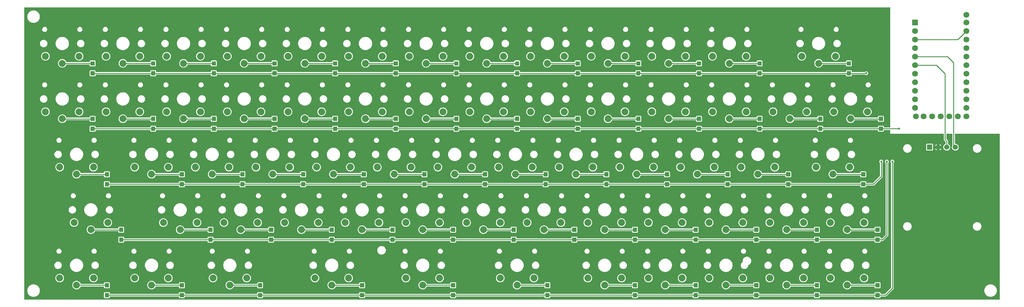
<source format=gbl>
G04 Layer: BottomLayer*
G04 EasyEDA v6.5.1, 2022-07-13 07:01:50*
G04 5ba7d446201f4704a459628eea357821,d603b60474844c32a05bd641800ef4e1,10*
G04 Gerber Generator version 0.2*
G04 Scale: 100 percent, Rotated: No, Reflected: No *
G04 Dimensions in millimeters *
G04 leading zeros omitted , absolute positions ,4 integer and 5 decimal *
%FSLAX45Y45*%
%MOMM*%

%ADD10C,0.2540*%
%ADD11C,0.6100*%
%ADD13R,1.7526X1.7526*%
%ADD14C,1.7526*%
%ADD16C,1.5240*%
%ADD17C,2.0320*%

%LPD*%
G36*
X686054Y1475994D02*
G01*
X682142Y1476756D01*
X678891Y1478991D01*
X676656Y1482242D01*
X675894Y1486154D01*
X675894Y10163810D01*
X676656Y10167721D01*
X678891Y10170972D01*
X682142Y10173208D01*
X686054Y10173970D01*
X26367689Y10173970D01*
X26371550Y10173208D01*
X26374852Y10170972D01*
X26377087Y10167721D01*
X26377849Y10163810D01*
X26377849Y6611772D01*
X26377087Y6607860D01*
X26374852Y6604609D01*
X26371550Y6602374D01*
X26367689Y6601612D01*
X26197102Y6601612D01*
X26193242Y6602374D01*
X26189939Y6604609D01*
X26187704Y6607860D01*
X26186942Y6611772D01*
X26186942Y6624878D01*
X26186231Y6631178D01*
X26184352Y6636664D01*
X26181253Y6641541D01*
X26177138Y6645656D01*
X26172261Y6648703D01*
X26166775Y6650634D01*
X26160476Y6651345D01*
X26039622Y6651345D01*
X26033272Y6650634D01*
X26027837Y6648703D01*
X26022909Y6645656D01*
X26018845Y6641541D01*
X26015746Y6636664D01*
X26013867Y6631178D01*
X26013156Y6624878D01*
X26013156Y6611772D01*
X26012343Y6607860D01*
X26010158Y6604609D01*
X26006856Y6602374D01*
X26002996Y6601612D01*
X24397004Y6601612D01*
X24393144Y6602374D01*
X24389842Y6604609D01*
X24387606Y6607860D01*
X24386844Y6611772D01*
X24386844Y6624878D01*
X24386133Y6631178D01*
X24384254Y6636664D01*
X24381155Y6641541D01*
X24377040Y6645656D01*
X24372163Y6648703D01*
X24366677Y6650634D01*
X24360378Y6651345D01*
X24239524Y6651345D01*
X24233174Y6650634D01*
X24227739Y6648703D01*
X24222811Y6645656D01*
X24218747Y6641541D01*
X24215648Y6636664D01*
X24213769Y6631178D01*
X24213058Y6624878D01*
X24213058Y6611772D01*
X24212245Y6607860D01*
X24210060Y6604609D01*
X24206758Y6602374D01*
X24202898Y6601612D01*
X22597160Y6601612D01*
X22593300Y6602374D01*
X22589998Y6604609D01*
X22587762Y6607860D01*
X22587000Y6611772D01*
X22587000Y6624878D01*
X22586289Y6631178D01*
X22584410Y6636664D01*
X22581311Y6641541D01*
X22577196Y6645656D01*
X22572319Y6648703D01*
X22566833Y6650634D01*
X22560534Y6651345D01*
X22439680Y6651345D01*
X22433330Y6650634D01*
X22427895Y6648703D01*
X22422967Y6645656D01*
X22418903Y6641541D01*
X22415804Y6636664D01*
X22413925Y6631178D01*
X22413214Y6624878D01*
X22413214Y6611772D01*
X22412401Y6607860D01*
X22410216Y6604609D01*
X22406914Y6602374D01*
X22403054Y6601612D01*
X20797062Y6601612D01*
X20793202Y6602374D01*
X20789900Y6604609D01*
X20787664Y6607860D01*
X20786902Y6611772D01*
X20786902Y6624878D01*
X20786191Y6631178D01*
X20784312Y6636664D01*
X20781213Y6641541D01*
X20777098Y6645656D01*
X20772221Y6648703D01*
X20766735Y6650634D01*
X20760436Y6651345D01*
X20639582Y6651345D01*
X20633232Y6650634D01*
X20627797Y6648703D01*
X20622869Y6645656D01*
X20618805Y6641541D01*
X20615706Y6636664D01*
X20613827Y6631178D01*
X20613116Y6624878D01*
X20613116Y6611772D01*
X20612303Y6607860D01*
X20610118Y6604609D01*
X20606816Y6602374D01*
X20602956Y6601612D01*
X18996964Y6601612D01*
X18993104Y6602374D01*
X18989802Y6604609D01*
X18987566Y6607860D01*
X18986804Y6611772D01*
X18986804Y6624878D01*
X18986093Y6631178D01*
X18984214Y6636664D01*
X18981115Y6641541D01*
X18977000Y6645656D01*
X18972123Y6648703D01*
X18966637Y6650634D01*
X18960338Y6651345D01*
X18839484Y6651345D01*
X18833134Y6650634D01*
X18827699Y6648703D01*
X18822771Y6645656D01*
X18818707Y6641541D01*
X18815608Y6636664D01*
X18813729Y6631178D01*
X18813018Y6624878D01*
X18813018Y6611772D01*
X18812205Y6607860D01*
X18810020Y6604609D01*
X18806718Y6602374D01*
X18802858Y6601612D01*
X17197120Y6601612D01*
X17193260Y6602374D01*
X17189958Y6604609D01*
X17187722Y6607860D01*
X17186960Y6611772D01*
X17186960Y6624878D01*
X17186249Y6631178D01*
X17184370Y6636664D01*
X17181271Y6641541D01*
X17177156Y6645656D01*
X17172279Y6648703D01*
X17166793Y6650634D01*
X17160494Y6651345D01*
X17039640Y6651345D01*
X17033290Y6650634D01*
X17027855Y6648703D01*
X17022927Y6645656D01*
X17018863Y6641541D01*
X17015764Y6636664D01*
X17013885Y6631178D01*
X17013174Y6624878D01*
X17013174Y6611772D01*
X17012361Y6607860D01*
X17010176Y6604609D01*
X17006874Y6602374D01*
X17003014Y6601612D01*
X15397022Y6601612D01*
X15393162Y6602374D01*
X15389860Y6604609D01*
X15387624Y6607860D01*
X15386862Y6611772D01*
X15386862Y6624878D01*
X15386151Y6631178D01*
X15384272Y6636664D01*
X15381173Y6641541D01*
X15377058Y6645656D01*
X15372181Y6648703D01*
X15366695Y6650634D01*
X15360396Y6651345D01*
X15239542Y6651345D01*
X15233192Y6650634D01*
X15227757Y6648703D01*
X15222829Y6645656D01*
X15218765Y6641541D01*
X15215666Y6636664D01*
X15213787Y6631178D01*
X15213076Y6624878D01*
X15213076Y6611772D01*
X15212263Y6607860D01*
X15210078Y6604609D01*
X15206776Y6602374D01*
X15202916Y6601612D01*
X13597178Y6601612D01*
X13593318Y6602374D01*
X13590016Y6604609D01*
X13587780Y6607860D01*
X13587018Y6611772D01*
X13587018Y6624878D01*
X13586307Y6631178D01*
X13584428Y6636664D01*
X13581329Y6641541D01*
X13577214Y6645656D01*
X13572337Y6648703D01*
X13566851Y6650634D01*
X13560551Y6651345D01*
X13439698Y6651345D01*
X13433348Y6650634D01*
X13427913Y6648703D01*
X13422985Y6645656D01*
X13418921Y6641541D01*
X13415822Y6636664D01*
X13413943Y6631178D01*
X13413232Y6624878D01*
X13413232Y6611772D01*
X13412419Y6607860D01*
X13410234Y6604609D01*
X13406932Y6602374D01*
X13403072Y6601612D01*
X11797080Y6601612D01*
X11793220Y6602374D01*
X11789918Y6604609D01*
X11787682Y6607860D01*
X11786920Y6611772D01*
X11786920Y6624878D01*
X11786209Y6631178D01*
X11784330Y6636664D01*
X11781231Y6641541D01*
X11777116Y6645656D01*
X11772239Y6648703D01*
X11766753Y6650634D01*
X11760454Y6651345D01*
X11639600Y6651345D01*
X11633250Y6650634D01*
X11627815Y6648703D01*
X11622887Y6645656D01*
X11618823Y6641541D01*
X11615724Y6636664D01*
X11613845Y6631178D01*
X11613134Y6624878D01*
X11613134Y6611772D01*
X11612321Y6607860D01*
X11610136Y6604609D01*
X11606834Y6602374D01*
X11602974Y6601612D01*
X9996982Y6601612D01*
X9993122Y6602374D01*
X9989820Y6604609D01*
X9987584Y6607860D01*
X9986822Y6611772D01*
X9986822Y6624878D01*
X9986111Y6631178D01*
X9984232Y6636664D01*
X9981133Y6641541D01*
X9977018Y6645656D01*
X9972141Y6648703D01*
X9966655Y6650634D01*
X9960356Y6651345D01*
X9839502Y6651345D01*
X9833152Y6650634D01*
X9827717Y6648703D01*
X9822789Y6645656D01*
X9818725Y6641541D01*
X9815626Y6636664D01*
X9813747Y6631178D01*
X9813036Y6624878D01*
X9813036Y6611772D01*
X9812223Y6607860D01*
X9810038Y6604609D01*
X9806736Y6602374D01*
X9802876Y6601612D01*
X8197138Y6601612D01*
X8193278Y6602374D01*
X8189975Y6604609D01*
X8187740Y6607860D01*
X8186978Y6611772D01*
X8186978Y6624878D01*
X8186267Y6631178D01*
X8184388Y6636664D01*
X8181289Y6641541D01*
X8177174Y6645656D01*
X8172297Y6648703D01*
X8166811Y6650634D01*
X8160512Y6651345D01*
X8039658Y6651345D01*
X8033308Y6650634D01*
X8027873Y6648703D01*
X8022945Y6645656D01*
X8018881Y6641541D01*
X8015782Y6636664D01*
X8013903Y6631178D01*
X8013192Y6624878D01*
X8013192Y6611772D01*
X8012379Y6607860D01*
X8010194Y6604609D01*
X8006892Y6602374D01*
X8003031Y6601612D01*
X6397040Y6601612D01*
X6393180Y6602374D01*
X6389878Y6604609D01*
X6387642Y6607860D01*
X6386880Y6611772D01*
X6386880Y6624878D01*
X6386169Y6631178D01*
X6384290Y6636664D01*
X6381191Y6641541D01*
X6377076Y6645656D01*
X6372199Y6648703D01*
X6366713Y6650634D01*
X6360414Y6651345D01*
X6239560Y6651345D01*
X6233210Y6650634D01*
X6227775Y6648703D01*
X6222847Y6645656D01*
X6218783Y6641541D01*
X6215684Y6636664D01*
X6213805Y6631178D01*
X6213094Y6624878D01*
X6213094Y6611772D01*
X6212281Y6607860D01*
X6210096Y6604609D01*
X6206794Y6602374D01*
X6202934Y6601612D01*
X4596942Y6601612D01*
X4593082Y6602374D01*
X4589780Y6604609D01*
X4587544Y6607860D01*
X4586782Y6611772D01*
X4586782Y6624878D01*
X4586071Y6631178D01*
X4584192Y6636664D01*
X4581093Y6641541D01*
X4576978Y6645656D01*
X4572101Y6648703D01*
X4566615Y6650634D01*
X4560316Y6651345D01*
X4439462Y6651345D01*
X4433112Y6650634D01*
X4427677Y6648703D01*
X4422749Y6645656D01*
X4418685Y6641541D01*
X4415586Y6636664D01*
X4413707Y6631178D01*
X4412996Y6624878D01*
X4412996Y6611772D01*
X4412183Y6607860D01*
X4409998Y6604609D01*
X4406696Y6602374D01*
X4402836Y6601612D01*
X2797098Y6601612D01*
X2793238Y6602374D01*
X2789936Y6604609D01*
X2787700Y6607860D01*
X2786938Y6611772D01*
X2786938Y6624878D01*
X2786227Y6631178D01*
X2784348Y6636664D01*
X2781249Y6641541D01*
X2777134Y6645656D01*
X2772257Y6648703D01*
X2766771Y6650634D01*
X2760472Y6651345D01*
X2639618Y6651345D01*
X2633268Y6650634D01*
X2627833Y6648703D01*
X2622905Y6645656D01*
X2618841Y6641541D01*
X2615742Y6636664D01*
X2613863Y6631178D01*
X2613152Y6624878D01*
X2613152Y6500977D01*
X2613863Y6494678D01*
X2615742Y6489192D01*
X2618841Y6484315D01*
X2622905Y6480200D01*
X2627833Y6477152D01*
X2633268Y6475222D01*
X2639618Y6474510D01*
X2760472Y6474510D01*
X2766771Y6475222D01*
X2772257Y6477152D01*
X2777134Y6480200D01*
X2781249Y6484315D01*
X2784348Y6489192D01*
X2786227Y6494678D01*
X2786938Y6500977D01*
X2786938Y6514236D01*
X2787700Y6518148D01*
X2789936Y6521399D01*
X2793238Y6523634D01*
X2797098Y6524396D01*
X4402836Y6524396D01*
X4406696Y6523634D01*
X4409998Y6521399D01*
X4412183Y6518148D01*
X4412996Y6514236D01*
X4412996Y6500977D01*
X4413707Y6494678D01*
X4415586Y6489192D01*
X4418685Y6484315D01*
X4422749Y6480200D01*
X4427677Y6477152D01*
X4433112Y6475222D01*
X4439462Y6474510D01*
X4560316Y6474510D01*
X4566615Y6475222D01*
X4572101Y6477152D01*
X4576978Y6480200D01*
X4581093Y6484315D01*
X4584192Y6489192D01*
X4586071Y6494678D01*
X4586782Y6500977D01*
X4586782Y6514236D01*
X4587544Y6518148D01*
X4589780Y6521399D01*
X4593082Y6523634D01*
X4596942Y6524396D01*
X6202934Y6524396D01*
X6206794Y6523634D01*
X6210096Y6521399D01*
X6212281Y6518148D01*
X6213094Y6514236D01*
X6213094Y6500977D01*
X6213805Y6494678D01*
X6215684Y6489192D01*
X6218783Y6484315D01*
X6222847Y6480200D01*
X6227775Y6477152D01*
X6233210Y6475222D01*
X6239560Y6474510D01*
X6360414Y6474510D01*
X6366713Y6475222D01*
X6372199Y6477152D01*
X6377076Y6480200D01*
X6381191Y6484315D01*
X6384290Y6489192D01*
X6386169Y6494678D01*
X6386880Y6500977D01*
X6386880Y6514236D01*
X6387642Y6518148D01*
X6389878Y6521399D01*
X6393180Y6523634D01*
X6397040Y6524396D01*
X8003031Y6524396D01*
X8006892Y6523634D01*
X8010194Y6521399D01*
X8012379Y6518148D01*
X8013192Y6514236D01*
X8013192Y6500977D01*
X8013903Y6494678D01*
X8015782Y6489192D01*
X8018881Y6484315D01*
X8022945Y6480200D01*
X8027873Y6477152D01*
X8033308Y6475222D01*
X8039658Y6474510D01*
X8160512Y6474510D01*
X8166811Y6475222D01*
X8172297Y6477152D01*
X8177174Y6480200D01*
X8181289Y6484315D01*
X8184388Y6489192D01*
X8186267Y6494678D01*
X8186978Y6500977D01*
X8186978Y6514236D01*
X8187740Y6518148D01*
X8189975Y6521399D01*
X8193278Y6523634D01*
X8197138Y6524396D01*
X9802876Y6524396D01*
X9806736Y6523634D01*
X9810038Y6521399D01*
X9812223Y6518148D01*
X9813036Y6514236D01*
X9813036Y6500977D01*
X9813747Y6494678D01*
X9815626Y6489192D01*
X9818725Y6484315D01*
X9822789Y6480200D01*
X9827717Y6477152D01*
X9833152Y6475222D01*
X9839502Y6474510D01*
X9960356Y6474510D01*
X9966655Y6475222D01*
X9972141Y6477152D01*
X9977018Y6480200D01*
X9981133Y6484315D01*
X9984232Y6489192D01*
X9986111Y6494678D01*
X9986822Y6500977D01*
X9986822Y6514236D01*
X9987584Y6518148D01*
X9989820Y6521399D01*
X9993122Y6523634D01*
X9996982Y6524396D01*
X11602974Y6524396D01*
X11606834Y6523634D01*
X11610136Y6521399D01*
X11612321Y6518148D01*
X11613134Y6514236D01*
X11613134Y6500977D01*
X11613845Y6494678D01*
X11615724Y6489192D01*
X11618823Y6484315D01*
X11622887Y6480200D01*
X11627815Y6477152D01*
X11633250Y6475222D01*
X11639600Y6474510D01*
X11760454Y6474510D01*
X11766753Y6475222D01*
X11772239Y6477152D01*
X11777116Y6480200D01*
X11781231Y6484315D01*
X11784330Y6489192D01*
X11786209Y6494678D01*
X11786920Y6500977D01*
X11786920Y6514236D01*
X11787682Y6518148D01*
X11789918Y6521399D01*
X11793220Y6523634D01*
X11797080Y6524396D01*
X13403072Y6524396D01*
X13406932Y6523634D01*
X13410234Y6521399D01*
X13412419Y6518148D01*
X13413232Y6514236D01*
X13413232Y6500977D01*
X13413943Y6494678D01*
X13415822Y6489192D01*
X13418921Y6484315D01*
X13422985Y6480200D01*
X13427913Y6477152D01*
X13433348Y6475222D01*
X13439698Y6474510D01*
X13560551Y6474510D01*
X13566851Y6475222D01*
X13572337Y6477152D01*
X13577214Y6480200D01*
X13581329Y6484315D01*
X13584428Y6489192D01*
X13586307Y6494678D01*
X13587018Y6500977D01*
X13587018Y6514236D01*
X13587780Y6518148D01*
X13590016Y6521399D01*
X13593318Y6523634D01*
X13597178Y6524396D01*
X15202916Y6524396D01*
X15206776Y6523634D01*
X15210078Y6521399D01*
X15212263Y6518148D01*
X15213076Y6514236D01*
X15213076Y6500977D01*
X15213787Y6494678D01*
X15215666Y6489192D01*
X15218765Y6484315D01*
X15222829Y6480200D01*
X15227757Y6477152D01*
X15233192Y6475222D01*
X15239542Y6474510D01*
X15360396Y6474510D01*
X15366695Y6475222D01*
X15372181Y6477152D01*
X15377058Y6480200D01*
X15381173Y6484315D01*
X15384272Y6489192D01*
X15386151Y6494678D01*
X15386862Y6500977D01*
X15386862Y6514236D01*
X15387624Y6518148D01*
X15389860Y6521399D01*
X15393162Y6523634D01*
X15397022Y6524396D01*
X17003014Y6524396D01*
X17006874Y6523634D01*
X17010176Y6521399D01*
X17012361Y6518148D01*
X17013174Y6514236D01*
X17013174Y6500977D01*
X17013885Y6494678D01*
X17015764Y6489192D01*
X17018863Y6484315D01*
X17022927Y6480200D01*
X17027855Y6477152D01*
X17033290Y6475222D01*
X17039640Y6474510D01*
X17160494Y6474510D01*
X17166793Y6475222D01*
X17172279Y6477152D01*
X17177156Y6480200D01*
X17181271Y6484315D01*
X17184370Y6489192D01*
X17186249Y6494678D01*
X17186960Y6500977D01*
X17186960Y6514236D01*
X17187722Y6518148D01*
X17189958Y6521399D01*
X17193260Y6523634D01*
X17197120Y6524396D01*
X18802858Y6524396D01*
X18806718Y6523634D01*
X18810020Y6521399D01*
X18812205Y6518148D01*
X18813018Y6514236D01*
X18813018Y6500977D01*
X18813729Y6494678D01*
X18815608Y6489192D01*
X18818707Y6484315D01*
X18822771Y6480200D01*
X18827699Y6477152D01*
X18833134Y6475222D01*
X18839484Y6474510D01*
X18960338Y6474510D01*
X18966637Y6475222D01*
X18972123Y6477152D01*
X18977000Y6480200D01*
X18981115Y6484315D01*
X18984214Y6489192D01*
X18986093Y6494678D01*
X18986804Y6500977D01*
X18986804Y6514236D01*
X18987566Y6518148D01*
X18989802Y6521399D01*
X18993104Y6523634D01*
X18996964Y6524396D01*
X20602956Y6524396D01*
X20606816Y6523634D01*
X20610118Y6521399D01*
X20612303Y6518148D01*
X20613116Y6514236D01*
X20613116Y6500977D01*
X20613827Y6494678D01*
X20615706Y6489192D01*
X20618805Y6484315D01*
X20622869Y6480200D01*
X20627797Y6477152D01*
X20633232Y6475222D01*
X20639582Y6474510D01*
X20760436Y6474510D01*
X20766735Y6475222D01*
X20772221Y6477152D01*
X20777098Y6480200D01*
X20781213Y6484315D01*
X20784312Y6489192D01*
X20786191Y6494678D01*
X20786902Y6500977D01*
X20786902Y6514236D01*
X20787664Y6518148D01*
X20789900Y6521399D01*
X20793202Y6523634D01*
X20797062Y6524396D01*
X22403054Y6524396D01*
X22406914Y6523634D01*
X22410216Y6521399D01*
X22412401Y6518148D01*
X22413214Y6514236D01*
X22413214Y6500977D01*
X22413925Y6494678D01*
X22415804Y6489192D01*
X22418903Y6484315D01*
X22422967Y6480200D01*
X22427895Y6477152D01*
X22433330Y6475222D01*
X22439680Y6474510D01*
X22560534Y6474510D01*
X22566833Y6475222D01*
X22572319Y6477152D01*
X22577196Y6480200D01*
X22581311Y6484315D01*
X22584410Y6489192D01*
X22586289Y6494678D01*
X22587000Y6500977D01*
X22587000Y6514236D01*
X22587762Y6518148D01*
X22589998Y6521399D01*
X22593300Y6523634D01*
X22597160Y6524396D01*
X24202898Y6524396D01*
X24206758Y6523634D01*
X24210060Y6521399D01*
X24212245Y6518148D01*
X24213058Y6514236D01*
X24213058Y6500977D01*
X24213769Y6494678D01*
X24215648Y6489192D01*
X24218747Y6484315D01*
X24222811Y6480200D01*
X24227739Y6477152D01*
X24233174Y6475222D01*
X24239524Y6474510D01*
X24360378Y6474510D01*
X24366677Y6475222D01*
X24372163Y6477152D01*
X24377040Y6480200D01*
X24381155Y6484315D01*
X24384254Y6489192D01*
X24386133Y6494678D01*
X24386844Y6500977D01*
X24386844Y6514236D01*
X24387606Y6518148D01*
X24389842Y6521399D01*
X24393144Y6523634D01*
X24397004Y6524396D01*
X26002996Y6524396D01*
X26006856Y6523634D01*
X26010158Y6521399D01*
X26012343Y6518148D01*
X26013156Y6514236D01*
X26013156Y6500977D01*
X26013867Y6494678D01*
X26015746Y6489192D01*
X26018845Y6484315D01*
X26022909Y6480200D01*
X26027837Y6477152D01*
X26033272Y6475222D01*
X26039622Y6474510D01*
X26160476Y6474510D01*
X26166775Y6475222D01*
X26172261Y6477152D01*
X26177138Y6480200D01*
X26181253Y6484315D01*
X26184352Y6489192D01*
X26186231Y6494678D01*
X26186942Y6500977D01*
X26186942Y6514236D01*
X26187704Y6518148D01*
X26189939Y6521399D01*
X26193242Y6523634D01*
X26197102Y6524396D01*
X26367689Y6524396D01*
X26371550Y6523634D01*
X26374852Y6521399D01*
X26377087Y6518148D01*
X26377849Y6514236D01*
X26377849Y6414465D01*
X26378865Y6413500D01*
X27954732Y6413500D01*
X27958643Y6412738D01*
X27961894Y6410502D01*
X27964130Y6407200D01*
X27964892Y6403340D01*
X27964892Y6248603D01*
X27965044Y6245148D01*
X27965653Y6240830D01*
X27966415Y6237732D01*
X27967889Y6233566D01*
X27969210Y6230670D01*
X27971445Y6226911D01*
X27973477Y6224117D01*
X28013456Y6174130D01*
X28015133Y6171133D01*
X28015692Y6167780D01*
X28015692Y6115456D01*
X28015031Y6111951D01*
X28013202Y6108852D01*
X28010408Y6106566D01*
X27999385Y6100521D01*
X27988412Y6092444D01*
X27978608Y6082944D01*
X27970124Y6072225D01*
X27963164Y6060490D01*
X27957881Y6047943D01*
X27954274Y6034786D01*
X27952446Y6021273D01*
X27952446Y6007658D01*
X27954274Y5994146D01*
X27957881Y5980988D01*
X27963164Y5968441D01*
X27970124Y5956706D01*
X27978608Y5945987D01*
X27988412Y5936488D01*
X27999385Y5928410D01*
X28011323Y5921857D01*
X28024074Y5916980D01*
X28037332Y5913780D01*
X28050896Y5912459D01*
X28064510Y5912916D01*
X28077972Y5915152D01*
X28090977Y5919216D01*
X28103372Y5924956D01*
X28114853Y5932271D01*
X28125267Y5941060D01*
X28134411Y5951220D01*
X28142133Y5962446D01*
X28148280Y5974588D01*
X28152750Y5987491D01*
X28155493Y6000851D01*
X28156408Y6014466D01*
X28155493Y6028080D01*
X28152750Y6041440D01*
X28148280Y6054344D01*
X28142133Y6066485D01*
X28134411Y6077712D01*
X28125267Y6087872D01*
X28114853Y6096660D01*
X28103372Y6103975D01*
X28098800Y6106109D01*
X28095702Y6108344D01*
X28093619Y6111544D01*
X28092908Y6115304D01*
X28092908Y6184696D01*
X28092755Y6188151D01*
X28092146Y6192469D01*
X28091384Y6195568D01*
X28089910Y6199733D01*
X28088589Y6202629D01*
X28086354Y6206388D01*
X28084322Y6209182D01*
X28044343Y6259169D01*
X28042666Y6262166D01*
X28042108Y6265519D01*
X28042108Y6403340D01*
X28042870Y6407200D01*
X28045105Y6410502D01*
X28048356Y6412738D01*
X28052268Y6413500D01*
X28208732Y6413500D01*
X28212643Y6412738D01*
X28215894Y6410502D01*
X28218130Y6407200D01*
X28218892Y6403340D01*
X28218892Y6066180D01*
X28218536Y6063488D01*
X28211881Y6047943D01*
X28208274Y6034786D01*
X28206446Y6021273D01*
X28206446Y6007658D01*
X28208274Y5994146D01*
X28211881Y5980988D01*
X28217164Y5968441D01*
X28224124Y5956706D01*
X28232608Y5945987D01*
X28242412Y5936488D01*
X28253385Y5928410D01*
X28265323Y5921857D01*
X28278074Y5916980D01*
X28291332Y5913780D01*
X28304896Y5912459D01*
X28318510Y5912916D01*
X28331972Y5915152D01*
X28344977Y5919216D01*
X28357372Y5924956D01*
X28368853Y5932271D01*
X28379267Y5941060D01*
X28388411Y5951220D01*
X28396133Y5962446D01*
X28402280Y5974588D01*
X28406750Y5987491D01*
X28409493Y6000851D01*
X28410408Y6014466D01*
X28409493Y6028080D01*
X28406750Y6041440D01*
X28402280Y6054344D01*
X28396133Y6066485D01*
X28388411Y6077712D01*
X28379267Y6087872D01*
X28368853Y6096660D01*
X28357372Y6103975D01*
X28344977Y6109716D01*
X28331972Y6113780D01*
X28318510Y6116015D01*
X28305912Y6116472D01*
X28302153Y6117336D01*
X28298952Y6119571D01*
X28296870Y6122822D01*
X28296108Y6126632D01*
X28296108Y6403340D01*
X28296870Y6407200D01*
X28299105Y6410502D01*
X28302356Y6412738D01*
X28306268Y6413500D01*
X29613860Y6413500D01*
X29617771Y6412738D01*
X29621022Y6410502D01*
X29623258Y6407200D01*
X29624020Y6403340D01*
X29624020Y1486154D01*
X29623258Y1482242D01*
X29621022Y1478991D01*
X29617771Y1476756D01*
X29613860Y1475994D01*
G37*

%LPC*%
G36*
X938276Y9712452D02*
G01*
X957122Y9712452D01*
X975868Y9714331D01*
X994308Y9718141D01*
X1012240Y9723780D01*
X1029563Y9731197D01*
X1046022Y9740341D01*
X1061466Y9751110D01*
X1075791Y9763353D01*
X1088745Y9777018D01*
X1100277Y9791903D01*
X1110234Y9807905D01*
X1118514Y9824770D01*
X1125067Y9842449D01*
X1129792Y9860686D01*
X1132636Y9879279D01*
X1133602Y9898075D01*
X1132636Y9916922D01*
X1129792Y9935514D01*
X1125067Y9953752D01*
X1118514Y9971430D01*
X1110234Y9988296D01*
X1100277Y10004298D01*
X1088745Y10019182D01*
X1075791Y10032847D01*
X1061466Y10045090D01*
X1046022Y10055860D01*
X1029563Y10065004D01*
X1012240Y10072420D01*
X994308Y10078059D01*
X975868Y10081869D01*
X957122Y10083749D01*
X938276Y10083749D01*
X919530Y10081869D01*
X901090Y10078059D01*
X883158Y10072420D01*
X865835Y10065004D01*
X849376Y10055860D01*
X833932Y10045090D01*
X819607Y10032847D01*
X806653Y10019182D01*
X795121Y10004298D01*
X785164Y9988296D01*
X776884Y9971430D01*
X770331Y9953752D01*
X765606Y9935514D01*
X762762Y9916922D01*
X761796Y9898075D01*
X762762Y9879279D01*
X765606Y9860686D01*
X770331Y9842449D01*
X776884Y9824770D01*
X785164Y9807905D01*
X795121Y9791903D01*
X806653Y9777018D01*
X819607Y9763353D01*
X833932Y9751110D01*
X849376Y9740341D01*
X865835Y9731197D01*
X883158Y9723780D01*
X901090Y9718141D01*
X919530Y9714331D01*
G37*
G36*
X1280972Y9444685D02*
G01*
X1292453Y9446006D01*
X1303578Y9449054D01*
X1314145Y9453778D01*
X1323797Y9460077D01*
X1332433Y9467748D01*
X1339799Y9476638D01*
X1345692Y9486595D01*
X1350010Y9497314D01*
X1352651Y9508540D01*
X1353515Y9520021D01*
X1352651Y9531553D01*
X1350010Y9542780D01*
X1345692Y9553498D01*
X1339799Y9563455D01*
X1332433Y9572345D01*
X1323797Y9580016D01*
X1314145Y9586315D01*
X1303578Y9591040D01*
X1292453Y9594088D01*
X1280972Y9595408D01*
X1269441Y9594951D01*
X1258112Y9592767D01*
X1247241Y9588855D01*
X1237132Y9583318D01*
X1227937Y9576358D01*
X1219911Y9568027D01*
X1213307Y9558578D01*
X1208176Y9548215D01*
X1204671Y9537242D01*
X1202893Y9525812D01*
X1202893Y9514281D01*
X1204671Y9502851D01*
X1208176Y9491878D01*
X1213307Y9481515D01*
X1219911Y9472066D01*
X1227937Y9463735D01*
X1237132Y9456775D01*
X1247241Y9451238D01*
X1258112Y9447326D01*
X1269441Y9445142D01*
G37*
G36*
X2324963Y9444685D02*
G01*
X2336444Y9446006D01*
X2347569Y9449054D01*
X2358136Y9453778D01*
X2367788Y9460077D01*
X2376424Y9467748D01*
X2383790Y9476638D01*
X2389682Y9486595D01*
X2394000Y9497314D01*
X2396642Y9508540D01*
X2397506Y9520021D01*
X2396642Y9531553D01*
X2394000Y9542780D01*
X2389682Y9553498D01*
X2383790Y9563455D01*
X2376424Y9572345D01*
X2367788Y9580016D01*
X2358136Y9586315D01*
X2347569Y9591040D01*
X2336444Y9594088D01*
X2324963Y9595408D01*
X2313432Y9594951D01*
X2302103Y9592767D01*
X2291232Y9588855D01*
X2281123Y9583318D01*
X2271928Y9576358D01*
X2263902Y9568027D01*
X2257298Y9558578D01*
X2252167Y9548215D01*
X2248662Y9537242D01*
X2246884Y9525812D01*
X2246884Y9514281D01*
X2248662Y9502851D01*
X2252167Y9491878D01*
X2257298Y9481515D01*
X2263902Y9472066D01*
X2271928Y9463735D01*
X2281123Y9456775D01*
X2291232Y9451238D01*
X2302103Y9447326D01*
X2313432Y9445142D01*
G37*
G36*
X4124807Y9444685D02*
G01*
X4136288Y9446006D01*
X4147413Y9449054D01*
X4157979Y9453778D01*
X4167632Y9460077D01*
X4176268Y9467748D01*
X4183634Y9476638D01*
X4189526Y9486595D01*
X4193844Y9497314D01*
X4196486Y9508540D01*
X4197350Y9520021D01*
X4196486Y9531553D01*
X4193844Y9542780D01*
X4189526Y9553498D01*
X4183634Y9563455D01*
X4176268Y9572345D01*
X4167632Y9580016D01*
X4157979Y9586315D01*
X4147413Y9591040D01*
X4136288Y9594088D01*
X4124807Y9595408D01*
X4113276Y9594951D01*
X4101947Y9592767D01*
X4091076Y9588855D01*
X4080967Y9583318D01*
X4071772Y9576358D01*
X4063746Y9568027D01*
X4057142Y9558578D01*
X4052011Y9548215D01*
X4048506Y9537242D01*
X4046728Y9525812D01*
X4046728Y9514281D01*
X4048506Y9502851D01*
X4052011Y9491878D01*
X4057142Y9481515D01*
X4063746Y9472066D01*
X4071772Y9463735D01*
X4080967Y9456775D01*
X4091076Y9451238D01*
X4101947Y9447326D01*
X4113276Y9445142D01*
G37*
G36*
X24774753Y9444685D02*
G01*
X24786234Y9446006D01*
X24797359Y9449054D01*
X24807926Y9453778D01*
X24817578Y9460077D01*
X24826214Y9467748D01*
X24833580Y9476638D01*
X24839472Y9486595D01*
X24843790Y9497314D01*
X24846432Y9508540D01*
X24847296Y9520021D01*
X24846432Y9531553D01*
X24843790Y9542780D01*
X24839472Y9553498D01*
X24833580Y9563455D01*
X24826214Y9572345D01*
X24817578Y9580016D01*
X24807926Y9586315D01*
X24797359Y9591040D01*
X24786234Y9594088D01*
X24774753Y9595408D01*
X24763222Y9594951D01*
X24751893Y9592767D01*
X24741022Y9588855D01*
X24730913Y9583318D01*
X24721718Y9576358D01*
X24713692Y9568027D01*
X24707088Y9558578D01*
X24701957Y9548215D01*
X24698452Y9537242D01*
X24696674Y9525812D01*
X24696674Y9514281D01*
X24698452Y9502851D01*
X24701957Y9491878D01*
X24707088Y9481515D01*
X24713692Y9472066D01*
X24721718Y9463735D01*
X24730913Y9456775D01*
X24741022Y9451238D01*
X24751893Y9447326D01*
X24763222Y9445142D01*
G37*
G36*
X3080816Y9444685D02*
G01*
X3092297Y9446006D01*
X3103422Y9449054D01*
X3113989Y9453778D01*
X3123641Y9460077D01*
X3132277Y9467748D01*
X3139643Y9476638D01*
X3145536Y9486595D01*
X3149854Y9497314D01*
X3152495Y9508540D01*
X3153359Y9520021D01*
X3152495Y9531553D01*
X3149854Y9542780D01*
X3145536Y9553498D01*
X3139643Y9563455D01*
X3132277Y9572345D01*
X3123641Y9580016D01*
X3113989Y9586315D01*
X3103422Y9591040D01*
X3092297Y9594088D01*
X3080816Y9595408D01*
X3069285Y9594951D01*
X3057956Y9592767D01*
X3047085Y9588855D01*
X3036976Y9583318D01*
X3027781Y9576358D01*
X3019755Y9568027D01*
X3013151Y9558578D01*
X3008020Y9548215D01*
X3004515Y9537242D01*
X3002737Y9525812D01*
X3002737Y9514281D01*
X3004515Y9502851D01*
X3008020Y9491878D01*
X3013151Y9481515D01*
X3019755Y9472066D01*
X3027781Y9463735D01*
X3036976Y9456775D01*
X3047085Y9451238D01*
X3057956Y9447326D01*
X3069285Y9445142D01*
G37*
G36*
X6680758Y9444685D02*
G01*
X6692239Y9446006D01*
X6703364Y9449054D01*
X6713931Y9453778D01*
X6723583Y9460077D01*
X6732219Y9467748D01*
X6739585Y9476638D01*
X6745478Y9486595D01*
X6749796Y9497314D01*
X6752437Y9508540D01*
X6753301Y9520021D01*
X6752437Y9531553D01*
X6749796Y9542780D01*
X6745478Y9553498D01*
X6739585Y9563455D01*
X6732219Y9572345D01*
X6723583Y9580016D01*
X6713931Y9586315D01*
X6703364Y9591040D01*
X6692239Y9594088D01*
X6680758Y9595408D01*
X6669227Y9594951D01*
X6657898Y9592767D01*
X6647027Y9588855D01*
X6636918Y9583318D01*
X6627723Y9576358D01*
X6619697Y9568027D01*
X6613093Y9558578D01*
X6607962Y9548215D01*
X6604457Y9537242D01*
X6602679Y9525812D01*
X6602679Y9514281D01*
X6604457Y9502851D01*
X6607962Y9491878D01*
X6613093Y9481515D01*
X6619697Y9472066D01*
X6627723Y9463735D01*
X6636918Y9456775D01*
X6647027Y9451238D01*
X6657898Y9447326D01*
X6669227Y9445142D01*
G37*
G36*
X23730762Y9444685D02*
G01*
X23742243Y9446006D01*
X23753368Y9449054D01*
X23763935Y9453778D01*
X23773587Y9460077D01*
X23782223Y9467748D01*
X23789589Y9476638D01*
X23795482Y9486595D01*
X23799800Y9497314D01*
X23802441Y9508540D01*
X23803305Y9520021D01*
X23802441Y9531553D01*
X23799800Y9542780D01*
X23795482Y9553498D01*
X23789589Y9563455D01*
X23782223Y9572345D01*
X23773587Y9580016D01*
X23763935Y9586315D01*
X23753368Y9591040D01*
X23742243Y9594088D01*
X23730762Y9595408D01*
X23719231Y9594951D01*
X23707902Y9592767D01*
X23697031Y9588855D01*
X23686922Y9583318D01*
X23677727Y9576358D01*
X23669701Y9568027D01*
X23663097Y9558578D01*
X23657966Y9548215D01*
X23654461Y9537242D01*
X23652683Y9525812D01*
X23652683Y9514281D01*
X23654461Y9502851D01*
X23657966Y9491878D01*
X23663097Y9481515D01*
X23669701Y9472066D01*
X23677727Y9463735D01*
X23686922Y9456775D01*
X23697031Y9451238D01*
X23707902Y9447326D01*
X23719231Y9445142D01*
G37*
G36*
X4880914Y9444685D02*
G01*
X4892395Y9446006D01*
X4903520Y9449054D01*
X4914087Y9453778D01*
X4923739Y9460077D01*
X4932375Y9467748D01*
X4939741Y9476638D01*
X4945634Y9486595D01*
X4949952Y9497314D01*
X4952593Y9508540D01*
X4953457Y9520021D01*
X4952593Y9531553D01*
X4949952Y9542780D01*
X4945634Y9553498D01*
X4939741Y9563455D01*
X4932375Y9572345D01*
X4923739Y9580016D01*
X4914087Y9586315D01*
X4903520Y9591040D01*
X4892395Y9594088D01*
X4880914Y9595408D01*
X4869383Y9594951D01*
X4858054Y9592767D01*
X4847183Y9588855D01*
X4837074Y9583318D01*
X4827879Y9576358D01*
X4819853Y9568027D01*
X4813249Y9558578D01*
X4808118Y9548215D01*
X4804613Y9537242D01*
X4802835Y9525812D01*
X4802835Y9514281D01*
X4804613Y9502851D01*
X4808118Y9491878D01*
X4813249Y9481515D01*
X4819853Y9472066D01*
X4827879Y9463735D01*
X4837074Y9456775D01*
X4847183Y9451238D01*
X4858054Y9447326D01*
X4869383Y9445142D01*
G37*
G36*
X22124771Y9444685D02*
G01*
X22136252Y9446006D01*
X22147377Y9449054D01*
X22157944Y9453778D01*
X22167596Y9460077D01*
X22176232Y9467748D01*
X22183598Y9476638D01*
X22189490Y9486595D01*
X22193808Y9497314D01*
X22196450Y9508540D01*
X22197314Y9520021D01*
X22196450Y9531553D01*
X22193808Y9542780D01*
X22189490Y9553498D01*
X22183598Y9563455D01*
X22176232Y9572345D01*
X22167596Y9580016D01*
X22157944Y9586315D01*
X22147377Y9591040D01*
X22136252Y9594088D01*
X22124771Y9595408D01*
X22113240Y9594951D01*
X22101911Y9592767D01*
X22091040Y9588855D01*
X22080931Y9583318D01*
X22071736Y9576358D01*
X22063710Y9568027D01*
X22057106Y9558578D01*
X22051975Y9548215D01*
X22048470Y9537242D01*
X22046692Y9525812D01*
X22046692Y9514281D01*
X22048470Y9502851D01*
X22051975Y9491878D01*
X22057106Y9481515D01*
X22063710Y9472066D01*
X22071736Y9463735D01*
X22080931Y9456775D01*
X22091040Y9451238D01*
X22101911Y9447326D01*
X22113240Y9445142D01*
G37*
G36*
X21080780Y9444685D02*
G01*
X21092261Y9446006D01*
X21103386Y9449054D01*
X21113953Y9453778D01*
X21123605Y9460077D01*
X21132241Y9467748D01*
X21139607Y9476638D01*
X21145500Y9486595D01*
X21149818Y9497314D01*
X21152459Y9508540D01*
X21153323Y9520021D01*
X21152459Y9531553D01*
X21149818Y9542780D01*
X21145500Y9553498D01*
X21139607Y9563455D01*
X21132241Y9572345D01*
X21123605Y9580016D01*
X21113953Y9586315D01*
X21103386Y9591040D01*
X21092261Y9594088D01*
X21080780Y9595408D01*
X21069249Y9594951D01*
X21057920Y9592767D01*
X21047049Y9588855D01*
X21036940Y9583318D01*
X21027745Y9576358D01*
X21019719Y9568027D01*
X21013115Y9558578D01*
X21007984Y9548215D01*
X21004479Y9537242D01*
X21002701Y9525812D01*
X21002701Y9514281D01*
X21004479Y9502851D01*
X21007984Y9491878D01*
X21013115Y9481515D01*
X21019719Y9472066D01*
X21027745Y9463735D01*
X21036940Y9456775D01*
X21047049Y9451238D01*
X21057920Y9447326D01*
X21069249Y9445142D01*
G37*
G36*
X29344975Y1562150D02*
G01*
X29363822Y1562150D01*
X29382567Y1564030D01*
X29401008Y1567840D01*
X29418940Y1573479D01*
X29436263Y1580896D01*
X29452722Y1590040D01*
X29468165Y1600809D01*
X29482491Y1613052D01*
X29495445Y1626717D01*
X29506976Y1641602D01*
X29516933Y1657604D01*
X29525214Y1674469D01*
X29531767Y1692148D01*
X29536491Y1710385D01*
X29539336Y1728978D01*
X29540301Y1747774D01*
X29539336Y1766620D01*
X29536491Y1785213D01*
X29531767Y1803450D01*
X29525214Y1821129D01*
X29516933Y1837994D01*
X29506976Y1853996D01*
X29495445Y1868881D01*
X29482491Y1882546D01*
X29468165Y1894789D01*
X29452722Y1905558D01*
X29436263Y1914702D01*
X29418940Y1922119D01*
X29401008Y1927758D01*
X29382567Y1931568D01*
X29363822Y1933448D01*
X29344975Y1933448D01*
X29326230Y1931568D01*
X29307789Y1927758D01*
X29289857Y1922119D01*
X29272534Y1914702D01*
X29256075Y1905558D01*
X29240632Y1894789D01*
X29226306Y1882546D01*
X29213352Y1868881D01*
X29201821Y1853996D01*
X29191864Y1837994D01*
X29183584Y1821129D01*
X29177030Y1803450D01*
X29172306Y1785213D01*
X29169461Y1766620D01*
X29168496Y1747774D01*
X29169461Y1728978D01*
X29172306Y1710385D01*
X29177030Y1692148D01*
X29183584Y1674469D01*
X29191864Y1657604D01*
X29201821Y1641602D01*
X29213352Y1626717D01*
X29226306Y1613052D01*
X29240632Y1600809D01*
X29256075Y1590040D01*
X29272534Y1580896D01*
X29289857Y1573479D01*
X29307789Y1567840D01*
X29326230Y1564030D01*
G37*
G36*
X938276Y1562150D02*
G01*
X957122Y1562150D01*
X975868Y1564030D01*
X994308Y1567840D01*
X1012240Y1573479D01*
X1029563Y1580896D01*
X1046022Y1590040D01*
X1061466Y1600809D01*
X1075791Y1613052D01*
X1088745Y1626717D01*
X1100277Y1641602D01*
X1110234Y1657604D01*
X1118514Y1674469D01*
X1125067Y1692148D01*
X1129792Y1710385D01*
X1132636Y1728978D01*
X1133602Y1747774D01*
X1132636Y1766620D01*
X1129792Y1785213D01*
X1125067Y1803450D01*
X1118514Y1821129D01*
X1110234Y1837994D01*
X1100277Y1853996D01*
X1088745Y1868881D01*
X1075791Y1882546D01*
X1061466Y1894789D01*
X1046022Y1905558D01*
X1029563Y1914702D01*
X1012240Y1922119D01*
X994308Y1927758D01*
X975868Y1931568D01*
X957122Y1933448D01*
X938276Y1933448D01*
X919530Y1931568D01*
X901090Y1927758D01*
X883158Y1922119D01*
X865835Y1914702D01*
X849376Y1905558D01*
X833932Y1894789D01*
X819607Y1882546D01*
X806653Y1868881D01*
X795121Y1853996D01*
X785164Y1837994D01*
X776884Y1821129D01*
X770331Y1803450D01*
X765606Y1785213D01*
X762762Y1766620D01*
X761796Y1747774D01*
X762762Y1728978D01*
X765606Y1710385D01*
X770331Y1692148D01*
X776884Y1674469D01*
X785164Y1657604D01*
X795121Y1641602D01*
X806653Y1626717D01*
X819607Y1613052D01*
X833932Y1600809D01*
X849376Y1590040D01*
X865835Y1580896D01*
X883158Y1573479D01*
X901090Y1567840D01*
X919530Y1564030D01*
G37*
G36*
X20324927Y9444685D02*
G01*
X20336408Y9446006D01*
X20347533Y9449054D01*
X20358100Y9453778D01*
X20367752Y9460077D01*
X20376388Y9467748D01*
X20383754Y9476638D01*
X20389646Y9486595D01*
X20393964Y9497314D01*
X20396606Y9508540D01*
X20397470Y9520021D01*
X20396606Y9531553D01*
X20393964Y9542780D01*
X20389646Y9553498D01*
X20383754Y9563455D01*
X20376388Y9572345D01*
X20367752Y9580016D01*
X20358100Y9586315D01*
X20347533Y9591040D01*
X20336408Y9594088D01*
X20324927Y9595408D01*
X20313396Y9594951D01*
X20302067Y9592767D01*
X20291196Y9588855D01*
X20281087Y9583318D01*
X20271892Y9576358D01*
X20263866Y9568027D01*
X20257262Y9558578D01*
X20252131Y9548215D01*
X20248626Y9537242D01*
X20246848Y9525812D01*
X20246848Y9514281D01*
X20248626Y9502851D01*
X20252131Y9491878D01*
X20257262Y9481515D01*
X20263866Y9472066D01*
X20271892Y9463735D01*
X20281087Y9456775D01*
X20291196Y9451238D01*
X20302067Y9447326D01*
X20313396Y9445142D01*
G37*
G36*
X5924905Y9444685D02*
G01*
X5936386Y9446006D01*
X5947511Y9449054D01*
X5958078Y9453778D01*
X5967730Y9460077D01*
X5976366Y9467748D01*
X5983732Y9476638D01*
X5989624Y9486595D01*
X5993942Y9497314D01*
X5996584Y9508540D01*
X5997448Y9520021D01*
X5996584Y9531553D01*
X5993942Y9542780D01*
X5989624Y9553498D01*
X5983732Y9563455D01*
X5976366Y9572345D01*
X5967730Y9580016D01*
X5958078Y9586315D01*
X5947511Y9591040D01*
X5936386Y9594088D01*
X5924905Y9595408D01*
X5913374Y9594951D01*
X5902045Y9592767D01*
X5891174Y9588855D01*
X5881065Y9583318D01*
X5871870Y9576358D01*
X5863844Y9568027D01*
X5857240Y9558578D01*
X5852109Y9548215D01*
X5848604Y9537242D01*
X5846826Y9525812D01*
X5846826Y9514281D01*
X5848604Y9502851D01*
X5852109Y9491878D01*
X5857240Y9481515D01*
X5863844Y9472066D01*
X5871870Y9463735D01*
X5881065Y9456775D01*
X5891174Y9451238D01*
X5902045Y9447326D01*
X5913374Y9445142D01*
G37*
G36*
X18524829Y9444685D02*
G01*
X18536310Y9446006D01*
X18547435Y9449054D01*
X18558002Y9453778D01*
X18567654Y9460077D01*
X18576290Y9467748D01*
X18583656Y9476638D01*
X18589548Y9486595D01*
X18593866Y9497314D01*
X18596508Y9508540D01*
X18597372Y9520021D01*
X18596508Y9531553D01*
X18593866Y9542780D01*
X18589548Y9553498D01*
X18583656Y9563455D01*
X18576290Y9572345D01*
X18567654Y9580016D01*
X18558002Y9586315D01*
X18547435Y9591040D01*
X18536310Y9594088D01*
X18524829Y9595408D01*
X18513298Y9594951D01*
X18501969Y9592767D01*
X18491098Y9588855D01*
X18480989Y9583318D01*
X18471794Y9576358D01*
X18463768Y9568027D01*
X18457164Y9558578D01*
X18452033Y9548215D01*
X18448528Y9537242D01*
X18446750Y9525812D01*
X18446750Y9514281D01*
X18448528Y9502851D01*
X18452033Y9491878D01*
X18457164Y9481515D01*
X18463768Y9472066D01*
X18471794Y9463735D01*
X18480989Y9456775D01*
X18491098Y9451238D01*
X18501969Y9447326D01*
X18513298Y9445142D01*
G37*
G36*
X19280936Y9444685D02*
G01*
X19292417Y9446006D01*
X19303542Y9449054D01*
X19314109Y9453778D01*
X19323761Y9460077D01*
X19332397Y9467748D01*
X19339763Y9476638D01*
X19345656Y9486595D01*
X19349974Y9497314D01*
X19352615Y9508540D01*
X19353479Y9520021D01*
X19352615Y9531553D01*
X19349974Y9542780D01*
X19345656Y9553498D01*
X19339763Y9563455D01*
X19332397Y9572345D01*
X19323761Y9580016D01*
X19314109Y9586315D01*
X19303542Y9591040D01*
X19292417Y9594088D01*
X19280936Y9595408D01*
X19269405Y9594951D01*
X19258076Y9592767D01*
X19247205Y9588855D01*
X19237096Y9583318D01*
X19227901Y9576358D01*
X19219875Y9568027D01*
X19213271Y9558578D01*
X19208140Y9548215D01*
X19204635Y9537242D01*
X19202857Y9525812D01*
X19202857Y9514281D01*
X19204635Y9502851D01*
X19208140Y9491878D01*
X19213271Y9481515D01*
X19219875Y9472066D01*
X19227901Y9463735D01*
X19237096Y9456775D01*
X19247205Y9451238D01*
X19258076Y9447326D01*
X19269405Y9445142D01*
G37*
G36*
X7724749Y9444685D02*
G01*
X7736230Y9446006D01*
X7747355Y9449054D01*
X7757922Y9453778D01*
X7767574Y9460077D01*
X7776209Y9467748D01*
X7783575Y9476638D01*
X7789468Y9486595D01*
X7793786Y9497314D01*
X7796428Y9508540D01*
X7797292Y9520021D01*
X7796428Y9531553D01*
X7793786Y9542780D01*
X7789468Y9553498D01*
X7783575Y9563455D01*
X7776209Y9572345D01*
X7767574Y9580016D01*
X7757922Y9586315D01*
X7747355Y9591040D01*
X7736230Y9594088D01*
X7724749Y9595408D01*
X7713218Y9594951D01*
X7701889Y9592767D01*
X7691018Y9588855D01*
X7680909Y9583318D01*
X7671714Y9576358D01*
X7663688Y9568027D01*
X7657084Y9558578D01*
X7651953Y9548215D01*
X7648448Y9537242D01*
X7646670Y9525812D01*
X7646670Y9514281D01*
X7648448Y9502851D01*
X7651953Y9491878D01*
X7657084Y9481515D01*
X7663688Y9472066D01*
X7671714Y9463735D01*
X7680909Y9456775D01*
X7691018Y9451238D01*
X7701889Y9447326D01*
X7713218Y9445142D01*
G37*
G36*
X9524847Y9444685D02*
G01*
X9536328Y9446006D01*
X9547453Y9449054D01*
X9558020Y9453778D01*
X9567672Y9460077D01*
X9576308Y9467748D01*
X9583674Y9476638D01*
X9589566Y9486595D01*
X9593884Y9497314D01*
X9596526Y9508540D01*
X9597390Y9520021D01*
X9596526Y9531553D01*
X9593884Y9542780D01*
X9589566Y9553498D01*
X9583674Y9563455D01*
X9576308Y9572345D01*
X9567672Y9580016D01*
X9558020Y9586315D01*
X9547453Y9591040D01*
X9536328Y9594088D01*
X9524847Y9595408D01*
X9513316Y9594951D01*
X9501987Y9592767D01*
X9491116Y9588855D01*
X9481007Y9583318D01*
X9471812Y9576358D01*
X9463786Y9568027D01*
X9457182Y9558578D01*
X9452051Y9548215D01*
X9448546Y9537242D01*
X9446768Y9525812D01*
X9446768Y9514281D01*
X9448546Y9502851D01*
X9452051Y9491878D01*
X9457182Y9481515D01*
X9463786Y9472066D01*
X9471812Y9463735D01*
X9481007Y9456775D01*
X9491116Y9451238D01*
X9501987Y9447326D01*
X9513316Y9445142D01*
G37*
G36*
X17480838Y9444685D02*
G01*
X17492319Y9446006D01*
X17503444Y9449054D01*
X17514011Y9453778D01*
X17523663Y9460077D01*
X17532299Y9467748D01*
X17539665Y9476638D01*
X17545558Y9486595D01*
X17549876Y9497314D01*
X17552517Y9508540D01*
X17553381Y9520021D01*
X17552517Y9531553D01*
X17549876Y9542780D01*
X17545558Y9553498D01*
X17539665Y9563455D01*
X17532299Y9572345D01*
X17523663Y9580016D01*
X17514011Y9586315D01*
X17503444Y9591040D01*
X17492319Y9594088D01*
X17480838Y9595408D01*
X17469307Y9594951D01*
X17457978Y9592767D01*
X17447107Y9588855D01*
X17436998Y9583318D01*
X17427803Y9576358D01*
X17419777Y9568027D01*
X17413173Y9558578D01*
X17408042Y9548215D01*
X17404537Y9537242D01*
X17402759Y9525812D01*
X17402759Y9514281D01*
X17404537Y9502851D01*
X17408042Y9491878D01*
X17413173Y9481515D01*
X17419777Y9472066D01*
X17427803Y9463735D01*
X17436998Y9456775D01*
X17447107Y9451238D01*
X17457978Y9447326D01*
X17469307Y9445142D01*
G37*
G36*
X15680994Y9444685D02*
G01*
X15692475Y9446006D01*
X15703600Y9449054D01*
X15714167Y9453778D01*
X15723819Y9460077D01*
X15732455Y9467748D01*
X15739821Y9476638D01*
X15745713Y9486595D01*
X15750032Y9497314D01*
X15752673Y9508540D01*
X15753537Y9520021D01*
X15752673Y9531553D01*
X15750032Y9542780D01*
X15745713Y9553498D01*
X15739821Y9563455D01*
X15732455Y9572345D01*
X15723819Y9580016D01*
X15714167Y9586315D01*
X15703600Y9591040D01*
X15692475Y9594088D01*
X15680994Y9595408D01*
X15669463Y9594951D01*
X15658134Y9592767D01*
X15647263Y9588855D01*
X15637154Y9583318D01*
X15627959Y9576358D01*
X15619933Y9568027D01*
X15613329Y9558578D01*
X15608198Y9548215D01*
X15604693Y9537242D01*
X15602915Y9525812D01*
X15602915Y9514281D01*
X15604693Y9502851D01*
X15608198Y9491878D01*
X15613329Y9481515D01*
X15619933Y9472066D01*
X15627959Y9463735D01*
X15637154Y9456775D01*
X15647263Y9451238D01*
X15658134Y9447326D01*
X15669463Y9445142D01*
G37*
G36*
X8480856Y9444685D02*
G01*
X8492337Y9446006D01*
X8503462Y9449054D01*
X8514029Y9453778D01*
X8523681Y9460077D01*
X8532317Y9467748D01*
X8539683Y9476638D01*
X8545576Y9486595D01*
X8549894Y9497314D01*
X8552535Y9508540D01*
X8553399Y9520021D01*
X8552535Y9531553D01*
X8549894Y9542780D01*
X8545576Y9553498D01*
X8539683Y9563455D01*
X8532317Y9572345D01*
X8523681Y9580016D01*
X8514029Y9586315D01*
X8503462Y9591040D01*
X8492337Y9594088D01*
X8480856Y9595408D01*
X8469325Y9594951D01*
X8457996Y9592767D01*
X8447125Y9588855D01*
X8437016Y9583318D01*
X8427821Y9576358D01*
X8419795Y9568027D01*
X8413191Y9558578D01*
X8408060Y9548215D01*
X8404555Y9537242D01*
X8402777Y9525812D01*
X8402777Y9514281D01*
X8404555Y9502851D01*
X8408060Y9491878D01*
X8413191Y9481515D01*
X8419795Y9472066D01*
X8427821Y9463735D01*
X8437016Y9456775D01*
X8447125Y9451238D01*
X8457996Y9447326D01*
X8469325Y9445142D01*
G37*
G36*
X10280954Y9444685D02*
G01*
X10292435Y9446006D01*
X10303560Y9449054D01*
X10314127Y9453778D01*
X10323779Y9460077D01*
X10332415Y9467748D01*
X10339781Y9476638D01*
X10345674Y9486595D01*
X10349992Y9497314D01*
X10352633Y9508540D01*
X10353497Y9520021D01*
X10352633Y9531553D01*
X10349992Y9542780D01*
X10345674Y9553498D01*
X10339781Y9563455D01*
X10332415Y9572345D01*
X10323779Y9580016D01*
X10314127Y9586315D01*
X10303560Y9591040D01*
X10292435Y9594088D01*
X10280954Y9595408D01*
X10269423Y9594951D01*
X10258094Y9592767D01*
X10247223Y9588855D01*
X10237114Y9583318D01*
X10227919Y9576358D01*
X10219893Y9568027D01*
X10213289Y9558578D01*
X10208158Y9548215D01*
X10204653Y9537242D01*
X10202875Y9525812D01*
X10202875Y9514281D01*
X10204653Y9502851D01*
X10208158Y9491878D01*
X10213289Y9481515D01*
X10219893Y9472066D01*
X10227919Y9463735D01*
X10237114Y9456775D01*
X10247223Y9451238D01*
X10258094Y9447326D01*
X10269423Y9445142D01*
G37*
G36*
X16724985Y9444685D02*
G01*
X16736466Y9446006D01*
X16747591Y9449054D01*
X16758157Y9453778D01*
X16767810Y9460077D01*
X16776446Y9467748D01*
X16783812Y9476638D01*
X16789704Y9486595D01*
X16794022Y9497314D01*
X16796664Y9508540D01*
X16797528Y9520021D01*
X16796664Y9531553D01*
X16794022Y9542780D01*
X16789704Y9553498D01*
X16783812Y9563455D01*
X16776446Y9572345D01*
X16767810Y9580016D01*
X16758157Y9586315D01*
X16747591Y9591040D01*
X16736466Y9594088D01*
X16724985Y9595408D01*
X16713454Y9594951D01*
X16702125Y9592767D01*
X16691254Y9588855D01*
X16681145Y9583318D01*
X16671950Y9576358D01*
X16663924Y9568027D01*
X16657319Y9558578D01*
X16652189Y9548215D01*
X16648684Y9537242D01*
X16646906Y9525812D01*
X16646906Y9514281D01*
X16648684Y9502851D01*
X16652189Y9491878D01*
X16657319Y9481515D01*
X16663924Y9472066D01*
X16671950Y9463735D01*
X16681145Y9456775D01*
X16691254Y9451238D01*
X16702125Y9447326D01*
X16713454Y9445142D01*
G37*
G36*
X19699986Y1782622D02*
G01*
X19715378Y1783588D01*
X19730516Y1786331D01*
X19745198Y1790903D01*
X19759218Y1797253D01*
X19772426Y1805228D01*
X19784517Y1814728D01*
X19795388Y1825599D01*
X19804888Y1837689D01*
X19812863Y1850898D01*
X19818045Y1862429D01*
X19820280Y1865579D01*
X19823531Y1867662D01*
X19827341Y1868373D01*
X20502880Y1868373D01*
X20506740Y1867611D01*
X20510042Y1865426D01*
X20512227Y1862124D01*
X20513040Y1858213D01*
X20513040Y1845056D01*
X20513751Y1838756D01*
X20515630Y1833270D01*
X20518729Y1828393D01*
X20522793Y1824278D01*
X20527721Y1821230D01*
X20533156Y1819300D01*
X20539506Y1818589D01*
X20660360Y1818589D01*
X20666659Y1819300D01*
X20672145Y1821230D01*
X20677022Y1824278D01*
X20681137Y1828393D01*
X20684236Y1833270D01*
X20686115Y1838756D01*
X20686826Y1845056D01*
X20686826Y1968906D01*
X20686115Y1975256D01*
X20684236Y1980692D01*
X20681137Y1985619D01*
X20677022Y1989683D01*
X20672145Y1992782D01*
X20666659Y1994712D01*
X20660360Y1995424D01*
X20539506Y1995424D01*
X20533156Y1994712D01*
X20527721Y1992782D01*
X20522793Y1989683D01*
X20518729Y1985619D01*
X20515630Y1980692D01*
X20513751Y1975256D01*
X20513040Y1968906D01*
X20513040Y1955749D01*
X20512227Y1951888D01*
X20510042Y1948586D01*
X20506740Y1946402D01*
X20502880Y1945589D01*
X19829678Y1945589D01*
X19825512Y1946503D01*
X19822109Y1949043D01*
X19819975Y1952752D01*
X19819213Y1955342D01*
X19812863Y1969363D01*
X19804888Y1982571D01*
X19795388Y1994662D01*
X19784517Y2005533D01*
X19772426Y2015032D01*
X19759218Y2023008D01*
X19745198Y2029358D01*
X19730516Y2033930D01*
X19715378Y2036673D01*
X19699986Y2037638D01*
X19684593Y2036673D01*
X19669455Y2033930D01*
X19654774Y2029358D01*
X19640753Y2023008D01*
X19627545Y2015032D01*
X19615454Y2005533D01*
X19604583Y1994662D01*
X19595084Y1982571D01*
X19587108Y1969363D01*
X19580758Y1955342D01*
X19576186Y1940661D01*
X19573443Y1925523D01*
X19572478Y1910130D01*
X19573443Y1894738D01*
X19576186Y1879600D01*
X19580758Y1864918D01*
X19587108Y1850898D01*
X19595084Y1837689D01*
X19604583Y1825599D01*
X19615454Y1814728D01*
X19627545Y1805228D01*
X19640753Y1797253D01*
X19654774Y1790903D01*
X19669455Y1786331D01*
X19684593Y1783588D01*
G37*
G36*
X6774942Y1782622D02*
G01*
X6790334Y1783588D01*
X6805472Y1786331D01*
X6820153Y1790903D01*
X6834174Y1797253D01*
X6847382Y1805228D01*
X6859473Y1814728D01*
X6870344Y1825599D01*
X6879844Y1837689D01*
X6887819Y1850898D01*
X6893001Y1862429D01*
X6895236Y1865579D01*
X6898487Y1867662D01*
X6902297Y1868373D01*
X7577836Y1868373D01*
X7581696Y1867611D01*
X7584998Y1865426D01*
X7587183Y1862124D01*
X7587996Y1858213D01*
X7587996Y1845056D01*
X7588707Y1838756D01*
X7590586Y1833270D01*
X7593685Y1828393D01*
X7597749Y1824278D01*
X7602677Y1821230D01*
X7608112Y1819300D01*
X7614462Y1818589D01*
X7735316Y1818589D01*
X7741615Y1819300D01*
X7747101Y1821230D01*
X7751978Y1824278D01*
X7756093Y1828393D01*
X7759192Y1833270D01*
X7761071Y1838756D01*
X7761782Y1845056D01*
X7761782Y1968906D01*
X7761071Y1975256D01*
X7759192Y1980692D01*
X7756093Y1985619D01*
X7751978Y1989683D01*
X7747101Y1992782D01*
X7741615Y1994712D01*
X7735316Y1995424D01*
X7614462Y1995424D01*
X7608112Y1994712D01*
X7602677Y1992782D01*
X7597749Y1989683D01*
X7593685Y1985619D01*
X7590586Y1980692D01*
X7588707Y1975256D01*
X7587996Y1968906D01*
X7587996Y1955749D01*
X7587183Y1951888D01*
X7584998Y1948586D01*
X7581696Y1946402D01*
X7577836Y1945589D01*
X6904634Y1945589D01*
X6900468Y1946503D01*
X6897065Y1949043D01*
X6894931Y1952752D01*
X6894169Y1955342D01*
X6887819Y1969363D01*
X6879844Y1982571D01*
X6870344Y1994662D01*
X6859473Y2005533D01*
X6847382Y2015032D01*
X6834174Y2023008D01*
X6820153Y2029358D01*
X6805472Y2033930D01*
X6790334Y2036673D01*
X6774942Y2037638D01*
X6759549Y2036673D01*
X6744411Y2033930D01*
X6729730Y2029358D01*
X6715709Y2023008D01*
X6702501Y2015032D01*
X6690410Y2005533D01*
X6679539Y1994662D01*
X6670040Y1982571D01*
X6662064Y1969363D01*
X6655714Y1955342D01*
X6651142Y1940661D01*
X6648399Y1925523D01*
X6647434Y1910130D01*
X6648399Y1894738D01*
X6651142Y1879600D01*
X6655714Y1864918D01*
X6662064Y1850898D01*
X6670040Y1837689D01*
X6679539Y1825599D01*
X6690410Y1814728D01*
X6702501Y1805228D01*
X6715709Y1797253D01*
X6729730Y1790903D01*
X6744411Y1786331D01*
X6759549Y1783588D01*
G37*
G36*
X9800082Y1782622D02*
G01*
X9815474Y1783588D01*
X9830612Y1786331D01*
X9845294Y1790903D01*
X9859314Y1797253D01*
X9872522Y1805228D01*
X9884613Y1814728D01*
X9895484Y1825599D01*
X9904984Y1837689D01*
X9912959Y1850898D01*
X9918141Y1862429D01*
X9920376Y1865579D01*
X9923627Y1867662D01*
X9927437Y1868373D01*
X10602976Y1868373D01*
X10606836Y1867611D01*
X10610138Y1865426D01*
X10612323Y1862124D01*
X10613136Y1858213D01*
X10613136Y1845056D01*
X10613847Y1838756D01*
X10615726Y1833270D01*
X10618825Y1828393D01*
X10622889Y1824278D01*
X10627817Y1821230D01*
X10633252Y1819300D01*
X10639602Y1818589D01*
X10760456Y1818589D01*
X10766755Y1819300D01*
X10772241Y1821230D01*
X10777118Y1824278D01*
X10781233Y1828393D01*
X10784332Y1833270D01*
X10786211Y1838756D01*
X10786922Y1845056D01*
X10786922Y1968906D01*
X10786211Y1975256D01*
X10784332Y1980692D01*
X10781233Y1985619D01*
X10777118Y1989683D01*
X10772241Y1992782D01*
X10766755Y1994712D01*
X10760456Y1995424D01*
X10639602Y1995424D01*
X10633252Y1994712D01*
X10627817Y1992782D01*
X10622889Y1989683D01*
X10618825Y1985619D01*
X10615726Y1980692D01*
X10613847Y1975256D01*
X10613136Y1968906D01*
X10613136Y1955749D01*
X10612323Y1951888D01*
X10610138Y1948586D01*
X10606836Y1946402D01*
X10602976Y1945589D01*
X9929774Y1945589D01*
X9925608Y1946503D01*
X9922205Y1949043D01*
X9920071Y1952752D01*
X9919309Y1955342D01*
X9912959Y1969363D01*
X9904984Y1982571D01*
X9895484Y1994662D01*
X9884613Y2005533D01*
X9872522Y2015032D01*
X9859314Y2023008D01*
X9845294Y2029358D01*
X9830612Y2033930D01*
X9815474Y2036673D01*
X9800082Y2037638D01*
X9784689Y2036673D01*
X9769551Y2033930D01*
X9754870Y2029358D01*
X9740849Y2023008D01*
X9727641Y2015032D01*
X9715550Y2005533D01*
X9704679Y1994662D01*
X9695180Y1982571D01*
X9687204Y1969363D01*
X9680854Y1955342D01*
X9676282Y1940661D01*
X9673539Y1925523D01*
X9672574Y1910130D01*
X9673539Y1894738D01*
X9676282Y1879600D01*
X9680854Y1864918D01*
X9687204Y1850898D01*
X9695180Y1837689D01*
X9704679Y1825599D01*
X9715550Y1814728D01*
X9727641Y1805228D01*
X9740849Y1797253D01*
X9754870Y1790903D01*
X9769551Y1786331D01*
X9784689Y1783588D01*
G37*
G36*
X25100026Y1782622D02*
G01*
X25115418Y1783588D01*
X25130556Y1786331D01*
X25145238Y1790903D01*
X25159258Y1797253D01*
X25172466Y1805228D01*
X25184557Y1814728D01*
X25195428Y1825599D01*
X25204928Y1837689D01*
X25212903Y1850898D01*
X25218085Y1862429D01*
X25220320Y1865579D01*
X25223571Y1867662D01*
X25227381Y1868373D01*
X25902920Y1868373D01*
X25906780Y1867611D01*
X25910082Y1865426D01*
X25912267Y1862124D01*
X25913080Y1858213D01*
X25913080Y1845056D01*
X25913791Y1838756D01*
X25915670Y1833270D01*
X25918769Y1828393D01*
X25922833Y1824278D01*
X25927761Y1821230D01*
X25933196Y1819300D01*
X25939546Y1818589D01*
X26060400Y1818589D01*
X26066699Y1819300D01*
X26072185Y1821230D01*
X26077062Y1824278D01*
X26081177Y1828393D01*
X26084276Y1833270D01*
X26086155Y1838756D01*
X26086866Y1845056D01*
X26086866Y1968906D01*
X26086155Y1975256D01*
X26084276Y1980692D01*
X26081177Y1985619D01*
X26077062Y1989683D01*
X26072185Y1992782D01*
X26066699Y1994712D01*
X26060400Y1995424D01*
X25939546Y1995424D01*
X25933196Y1994712D01*
X25927761Y1992782D01*
X25922833Y1989683D01*
X25918769Y1985619D01*
X25915670Y1980692D01*
X25913791Y1975256D01*
X25913080Y1968906D01*
X25913080Y1955749D01*
X25912267Y1951888D01*
X25910082Y1948586D01*
X25906780Y1946402D01*
X25902920Y1945589D01*
X25229718Y1945589D01*
X25225552Y1946503D01*
X25222149Y1949043D01*
X25220015Y1952752D01*
X25219253Y1955342D01*
X25212903Y1969363D01*
X25204928Y1982571D01*
X25195428Y1994662D01*
X25184557Y2005533D01*
X25172466Y2015032D01*
X25159258Y2023008D01*
X25145238Y2029358D01*
X25130556Y2033930D01*
X25115418Y2036673D01*
X25100026Y2037638D01*
X25084633Y2036673D01*
X25069495Y2033930D01*
X25054814Y2029358D01*
X25040793Y2023008D01*
X25027585Y2015032D01*
X25015494Y2005533D01*
X25004623Y1994662D01*
X24995124Y1982571D01*
X24987148Y1969363D01*
X24980798Y1955342D01*
X24976226Y1940661D01*
X24973483Y1925523D01*
X24972518Y1910130D01*
X24973483Y1894738D01*
X24976226Y1879600D01*
X24980798Y1864918D01*
X24987148Y1850898D01*
X24995124Y1837689D01*
X25004623Y1825599D01*
X25015494Y1814728D01*
X25027585Y1805228D01*
X25040793Y1797253D01*
X25054814Y1790903D01*
X25069495Y1786331D01*
X25084633Y1783588D01*
G37*
G36*
X15299944Y1782622D02*
G01*
X15315336Y1783588D01*
X15330474Y1786331D01*
X15345156Y1790903D01*
X15359176Y1797253D01*
X15372384Y1805228D01*
X15384475Y1814728D01*
X15395346Y1825599D01*
X15404846Y1837689D01*
X15412821Y1850898D01*
X15418003Y1862429D01*
X15420238Y1865579D01*
X15423489Y1867662D01*
X15427299Y1868373D01*
X16102838Y1868373D01*
X16106698Y1867611D01*
X16110000Y1865426D01*
X16112185Y1862124D01*
X16112998Y1858213D01*
X16112998Y1845056D01*
X16113709Y1838756D01*
X16115588Y1833270D01*
X16118687Y1828393D01*
X16122751Y1824278D01*
X16127679Y1821230D01*
X16133114Y1819300D01*
X16139464Y1818589D01*
X16260318Y1818589D01*
X16266617Y1819300D01*
X16272103Y1821230D01*
X16276980Y1824278D01*
X16281095Y1828393D01*
X16284194Y1833270D01*
X16286073Y1838756D01*
X16286784Y1845056D01*
X16286784Y1968906D01*
X16286073Y1975256D01*
X16284194Y1980692D01*
X16281095Y1985619D01*
X16276980Y1989683D01*
X16272103Y1992782D01*
X16266617Y1994712D01*
X16260318Y1995424D01*
X16139464Y1995424D01*
X16133114Y1994712D01*
X16127679Y1992782D01*
X16122751Y1989683D01*
X16118687Y1985619D01*
X16115588Y1980692D01*
X16113709Y1975256D01*
X16112998Y1968906D01*
X16112998Y1955749D01*
X16112185Y1951888D01*
X16110000Y1948586D01*
X16106698Y1946402D01*
X16102838Y1945589D01*
X15429636Y1945589D01*
X15425470Y1946503D01*
X15422067Y1949043D01*
X15419933Y1952752D01*
X15419171Y1955342D01*
X15412821Y1969363D01*
X15404846Y1982571D01*
X15395346Y1994662D01*
X15384475Y2005533D01*
X15372384Y2015032D01*
X15359176Y2023008D01*
X15345156Y2029358D01*
X15330474Y2033930D01*
X15315336Y2036673D01*
X15299944Y2037638D01*
X15284551Y2036673D01*
X15269413Y2033930D01*
X15254732Y2029358D01*
X15240711Y2023008D01*
X15227503Y2015032D01*
X15215412Y2005533D01*
X15204541Y1994662D01*
X15195042Y1982571D01*
X15187066Y1969363D01*
X15180716Y1955342D01*
X15176144Y1940661D01*
X15173401Y1925523D01*
X15172436Y1910130D01*
X15173401Y1894738D01*
X15176144Y1879600D01*
X15180716Y1864918D01*
X15187066Y1850898D01*
X15195042Y1837689D01*
X15204541Y1825599D01*
X15215412Y1814728D01*
X15227503Y1805228D01*
X15240711Y1797253D01*
X15254732Y1790903D01*
X15269413Y1786331D01*
X15284551Y1783588D01*
G37*
G36*
X2225040Y1782622D02*
G01*
X2240432Y1783588D01*
X2255570Y1786331D01*
X2270252Y1790903D01*
X2284272Y1797253D01*
X2297480Y1805228D01*
X2309571Y1814728D01*
X2320442Y1825599D01*
X2329942Y1837689D01*
X2337917Y1850898D01*
X2343099Y1862429D01*
X2345334Y1865579D01*
X2348585Y1867662D01*
X2352395Y1868373D01*
X3027934Y1868373D01*
X3031794Y1867611D01*
X3035096Y1865426D01*
X3037281Y1862124D01*
X3038094Y1858213D01*
X3038094Y1845056D01*
X3038805Y1838756D01*
X3040684Y1833270D01*
X3043783Y1828393D01*
X3047847Y1824278D01*
X3052775Y1821230D01*
X3058210Y1819300D01*
X3064560Y1818589D01*
X3185414Y1818589D01*
X3191713Y1819300D01*
X3197199Y1821230D01*
X3202076Y1824278D01*
X3206191Y1828393D01*
X3209290Y1833270D01*
X3211169Y1838756D01*
X3211880Y1845056D01*
X3211880Y1968906D01*
X3211169Y1975256D01*
X3209290Y1980692D01*
X3206191Y1985619D01*
X3202076Y1989683D01*
X3197199Y1992782D01*
X3191713Y1994712D01*
X3185414Y1995424D01*
X3064560Y1995424D01*
X3058210Y1994712D01*
X3052775Y1992782D01*
X3047847Y1989683D01*
X3043783Y1985619D01*
X3040684Y1980692D01*
X3038805Y1975256D01*
X3038094Y1968906D01*
X3038094Y1955749D01*
X3037281Y1951888D01*
X3035096Y1948586D01*
X3031794Y1946402D01*
X3027934Y1945589D01*
X2354732Y1945589D01*
X2350566Y1946503D01*
X2347163Y1949043D01*
X2345029Y1952752D01*
X2344267Y1955342D01*
X2337917Y1969363D01*
X2329942Y1982571D01*
X2320442Y1994662D01*
X2309571Y2005533D01*
X2297480Y2015032D01*
X2284272Y2023008D01*
X2270252Y2029358D01*
X2255570Y2033930D01*
X2240432Y2036673D01*
X2225040Y2037638D01*
X2209647Y2036673D01*
X2194509Y2033930D01*
X2179828Y2029358D01*
X2165807Y2023008D01*
X2152599Y2015032D01*
X2140508Y2005533D01*
X2129637Y1994662D01*
X2120138Y1982571D01*
X2112162Y1969363D01*
X2105812Y1955342D01*
X2101240Y1940661D01*
X2098497Y1925523D01*
X2097532Y1910130D01*
X2098497Y1894738D01*
X2101240Y1879600D01*
X2105812Y1864918D01*
X2112162Y1850898D01*
X2120138Y1837689D01*
X2129637Y1825599D01*
X2140508Y1814728D01*
X2152599Y1805228D01*
X2165807Y1797253D01*
X2179828Y1790903D01*
X2194509Y1786331D01*
X2209647Y1783588D01*
G37*
G36*
X4450080Y1782622D02*
G01*
X4465472Y1783588D01*
X4480610Y1786331D01*
X4495292Y1790903D01*
X4509312Y1797253D01*
X4522520Y1805228D01*
X4534611Y1814728D01*
X4545482Y1825599D01*
X4554982Y1837689D01*
X4562957Y1850898D01*
X4568139Y1862429D01*
X4570374Y1865579D01*
X4573625Y1867662D01*
X4577435Y1868373D01*
X5252974Y1868373D01*
X5256834Y1867611D01*
X5260136Y1865426D01*
X5262321Y1862124D01*
X5263134Y1858213D01*
X5263134Y1845056D01*
X5263845Y1838756D01*
X5265724Y1833270D01*
X5268823Y1828393D01*
X5272887Y1824278D01*
X5277815Y1821230D01*
X5283250Y1819300D01*
X5289600Y1818589D01*
X5410454Y1818589D01*
X5416753Y1819300D01*
X5422239Y1821230D01*
X5427116Y1824278D01*
X5431231Y1828393D01*
X5434330Y1833270D01*
X5436209Y1838756D01*
X5436920Y1845056D01*
X5436920Y1968906D01*
X5436209Y1975256D01*
X5434330Y1980692D01*
X5431231Y1985619D01*
X5427116Y1989683D01*
X5422239Y1992782D01*
X5416753Y1994712D01*
X5410454Y1995424D01*
X5289600Y1995424D01*
X5283250Y1994712D01*
X5277815Y1992782D01*
X5272887Y1989683D01*
X5268823Y1985619D01*
X5265724Y1980692D01*
X5263845Y1975256D01*
X5263134Y1968906D01*
X5263134Y1955749D01*
X5262321Y1951888D01*
X5260136Y1948586D01*
X5256834Y1946402D01*
X5252974Y1945589D01*
X4579772Y1945589D01*
X4575606Y1946503D01*
X4572203Y1949043D01*
X4570069Y1952752D01*
X4569307Y1955342D01*
X4562957Y1969363D01*
X4554982Y1982571D01*
X4545482Y1994662D01*
X4534611Y2005533D01*
X4522520Y2015032D01*
X4509312Y2023008D01*
X4495292Y2029358D01*
X4480610Y2033930D01*
X4465472Y2036673D01*
X4450080Y2037638D01*
X4434687Y2036673D01*
X4419549Y2033930D01*
X4404868Y2029358D01*
X4390847Y2023008D01*
X4377639Y2015032D01*
X4365548Y2005533D01*
X4354677Y1994662D01*
X4345178Y1982571D01*
X4337202Y1969363D01*
X4330852Y1955342D01*
X4326280Y1940661D01*
X4323537Y1925523D01*
X4322572Y1910130D01*
X4323537Y1894738D01*
X4326280Y1879600D01*
X4330852Y1864918D01*
X4337202Y1850898D01*
X4345178Y1837689D01*
X4354677Y1825599D01*
X4365548Y1814728D01*
X4377639Y1805228D01*
X4390847Y1797253D01*
X4404868Y1790903D01*
X4419549Y1786331D01*
X4434687Y1783588D01*
G37*
G36*
X12500102Y1782622D02*
G01*
X12515494Y1783588D01*
X12530632Y1786331D01*
X12545314Y1790903D01*
X12559334Y1797253D01*
X12572542Y1805228D01*
X12584633Y1814728D01*
X12595504Y1825599D01*
X12605004Y1837689D01*
X12612979Y1850898D01*
X12618161Y1862429D01*
X12620396Y1865579D01*
X12623647Y1867662D01*
X12627457Y1868373D01*
X13302996Y1868373D01*
X13306856Y1867611D01*
X13310158Y1865426D01*
X13312343Y1862124D01*
X13313156Y1858213D01*
X13313156Y1845056D01*
X13313867Y1838756D01*
X13315746Y1833270D01*
X13318845Y1828393D01*
X13322909Y1824278D01*
X13327837Y1821230D01*
X13333272Y1819300D01*
X13339622Y1818589D01*
X13460476Y1818589D01*
X13466775Y1819300D01*
X13472261Y1821230D01*
X13477138Y1824278D01*
X13481253Y1828393D01*
X13484351Y1833270D01*
X13486231Y1838756D01*
X13486942Y1845056D01*
X13486942Y1968906D01*
X13486231Y1975256D01*
X13484351Y1980692D01*
X13481253Y1985619D01*
X13477138Y1989683D01*
X13472261Y1992782D01*
X13466775Y1994712D01*
X13460476Y1995424D01*
X13339622Y1995424D01*
X13333272Y1994712D01*
X13327837Y1992782D01*
X13322909Y1989683D01*
X13318845Y1985619D01*
X13315746Y1980692D01*
X13313867Y1975256D01*
X13313156Y1968906D01*
X13313156Y1955749D01*
X13312343Y1951888D01*
X13310158Y1948586D01*
X13306856Y1946402D01*
X13302996Y1945589D01*
X12629794Y1945589D01*
X12625628Y1946503D01*
X12622225Y1949043D01*
X12620091Y1952752D01*
X12619329Y1955342D01*
X12612979Y1969363D01*
X12605004Y1982571D01*
X12595504Y1994662D01*
X12584633Y2005533D01*
X12572542Y2015032D01*
X12559334Y2023008D01*
X12545314Y2029358D01*
X12530632Y2033930D01*
X12515494Y2036673D01*
X12500102Y2037638D01*
X12484709Y2036673D01*
X12469571Y2033930D01*
X12454890Y2029358D01*
X12440869Y2023008D01*
X12427661Y2015032D01*
X12415570Y2005533D01*
X12404699Y1994662D01*
X12395200Y1982571D01*
X12387224Y1969363D01*
X12380874Y1955342D01*
X12376302Y1940661D01*
X12373559Y1925523D01*
X12372594Y1910130D01*
X12373559Y1894738D01*
X12376302Y1879600D01*
X12380874Y1864918D01*
X12387224Y1850898D01*
X12395200Y1837689D01*
X12404699Y1825599D01*
X12415570Y1814728D01*
X12427661Y1805228D01*
X12440869Y1797253D01*
X12454890Y1790903D01*
X12469571Y1786331D01*
X12484709Y1783588D01*
G37*
G36*
X21500084Y1782622D02*
G01*
X21515476Y1783588D01*
X21530614Y1786331D01*
X21545296Y1790903D01*
X21559316Y1797253D01*
X21572524Y1805228D01*
X21584615Y1814728D01*
X21595486Y1825599D01*
X21604986Y1837689D01*
X21612961Y1850898D01*
X21618143Y1862429D01*
X21620378Y1865579D01*
X21623629Y1867662D01*
X21627439Y1868373D01*
X22302978Y1868373D01*
X22306838Y1867611D01*
X22310140Y1865426D01*
X22312325Y1862124D01*
X22313138Y1858213D01*
X22313138Y1845056D01*
X22313849Y1838756D01*
X22315728Y1833270D01*
X22318827Y1828393D01*
X22322891Y1824278D01*
X22327819Y1821230D01*
X22333254Y1819300D01*
X22339604Y1818589D01*
X22460458Y1818589D01*
X22466757Y1819300D01*
X22472243Y1821230D01*
X22477120Y1824278D01*
X22481235Y1828393D01*
X22484334Y1833270D01*
X22486213Y1838756D01*
X22486924Y1845056D01*
X22486924Y1968906D01*
X22486213Y1975256D01*
X22484334Y1980692D01*
X22481235Y1985619D01*
X22477120Y1989683D01*
X22472243Y1992782D01*
X22466757Y1994712D01*
X22460458Y1995424D01*
X22339604Y1995424D01*
X22333254Y1994712D01*
X22327819Y1992782D01*
X22322891Y1989683D01*
X22318827Y1985619D01*
X22315728Y1980692D01*
X22313849Y1975256D01*
X22313138Y1968906D01*
X22313138Y1955749D01*
X22312325Y1951888D01*
X22310140Y1948586D01*
X22306838Y1946402D01*
X22302978Y1945589D01*
X21629776Y1945589D01*
X21625610Y1946503D01*
X21622207Y1949043D01*
X21620073Y1952752D01*
X21619311Y1955342D01*
X21612961Y1969363D01*
X21604986Y1982571D01*
X21595486Y1994662D01*
X21584615Y2005533D01*
X21572524Y2015032D01*
X21559316Y2023008D01*
X21545296Y2029358D01*
X21530614Y2033930D01*
X21515476Y2036673D01*
X21500084Y2037638D01*
X21484691Y2036673D01*
X21469553Y2033930D01*
X21454872Y2029358D01*
X21440851Y2023008D01*
X21427643Y2015032D01*
X21415552Y2005533D01*
X21404681Y1994662D01*
X21395182Y1982571D01*
X21387206Y1969363D01*
X21380856Y1955342D01*
X21376284Y1940661D01*
X21373541Y1925523D01*
X21372576Y1910130D01*
X21373541Y1894738D01*
X21376284Y1879600D01*
X21380856Y1864918D01*
X21387206Y1850898D01*
X21395182Y1837689D01*
X21404681Y1825599D01*
X21415552Y1814728D01*
X21427643Y1805228D01*
X21440851Y1797253D01*
X21454872Y1790903D01*
X21469553Y1786331D01*
X21484691Y1783588D01*
G37*
G36*
X23299928Y1782622D02*
G01*
X23315320Y1783588D01*
X23330458Y1786331D01*
X23345140Y1790903D01*
X23359160Y1797253D01*
X23372368Y1805228D01*
X23384459Y1814728D01*
X23395330Y1825599D01*
X23404830Y1837689D01*
X23412805Y1850898D01*
X23417987Y1862429D01*
X23420222Y1865579D01*
X23423473Y1867662D01*
X23427283Y1868373D01*
X24103076Y1868373D01*
X24106936Y1867611D01*
X24110238Y1865426D01*
X24112423Y1862124D01*
X24113236Y1858213D01*
X24113236Y1845056D01*
X24113947Y1838756D01*
X24115826Y1833270D01*
X24118925Y1828393D01*
X24122989Y1824278D01*
X24127917Y1821230D01*
X24133352Y1819300D01*
X24139702Y1818589D01*
X24260556Y1818589D01*
X24266855Y1819300D01*
X24272341Y1821230D01*
X24277218Y1824278D01*
X24281333Y1828393D01*
X24284432Y1833270D01*
X24286311Y1838756D01*
X24287022Y1845056D01*
X24287022Y1968906D01*
X24286311Y1975256D01*
X24284432Y1980692D01*
X24281333Y1985619D01*
X24277218Y1989683D01*
X24272341Y1992782D01*
X24266855Y1994712D01*
X24260556Y1995424D01*
X24139702Y1995424D01*
X24133352Y1994712D01*
X24127917Y1992782D01*
X24122989Y1989683D01*
X24118925Y1985619D01*
X24115826Y1980692D01*
X24113947Y1975256D01*
X24113236Y1968906D01*
X24113236Y1955749D01*
X24112423Y1951888D01*
X24110238Y1948586D01*
X24106936Y1946402D01*
X24103076Y1945589D01*
X23429620Y1945589D01*
X23425454Y1946503D01*
X23422051Y1949043D01*
X23419917Y1952752D01*
X23419155Y1955342D01*
X23412805Y1969363D01*
X23404830Y1982571D01*
X23395330Y1994662D01*
X23384459Y2005533D01*
X23372368Y2015032D01*
X23359160Y2023008D01*
X23345140Y2029358D01*
X23330458Y2033930D01*
X23315320Y2036673D01*
X23299928Y2037638D01*
X23284535Y2036673D01*
X23269397Y2033930D01*
X23254716Y2029358D01*
X23240695Y2023008D01*
X23227487Y2015032D01*
X23215396Y2005533D01*
X23204525Y1994662D01*
X23195026Y1982571D01*
X23187050Y1969363D01*
X23180700Y1955342D01*
X23176128Y1940661D01*
X23173385Y1925523D01*
X23172420Y1910130D01*
X23173385Y1894738D01*
X23176128Y1879600D01*
X23180700Y1864918D01*
X23187050Y1850898D01*
X23195026Y1837689D01*
X23204525Y1825599D01*
X23215396Y1814728D01*
X23227487Y1805228D01*
X23240695Y1797253D01*
X23254716Y1790903D01*
X23269397Y1786331D01*
X23284535Y1783588D01*
G37*
G36*
X17899888Y1782622D02*
G01*
X17915280Y1783588D01*
X17930418Y1786331D01*
X17945100Y1790903D01*
X17959120Y1797253D01*
X17972328Y1805228D01*
X17984419Y1814728D01*
X17995290Y1825599D01*
X18004790Y1837689D01*
X18012765Y1850898D01*
X18017947Y1862429D01*
X18020182Y1865579D01*
X18023433Y1867662D01*
X18027243Y1868373D01*
X18703036Y1868373D01*
X18706896Y1867611D01*
X18710198Y1865426D01*
X18712383Y1862124D01*
X18713196Y1858213D01*
X18713196Y1845056D01*
X18713907Y1838756D01*
X18715786Y1833270D01*
X18718885Y1828393D01*
X18722949Y1824278D01*
X18727877Y1821230D01*
X18733312Y1819300D01*
X18739662Y1818589D01*
X18860516Y1818589D01*
X18866815Y1819300D01*
X18872301Y1821230D01*
X18877178Y1824278D01*
X18881293Y1828393D01*
X18884392Y1833270D01*
X18886271Y1838756D01*
X18886982Y1845056D01*
X18886982Y1968906D01*
X18886271Y1975256D01*
X18884392Y1980692D01*
X18881293Y1985619D01*
X18877178Y1989683D01*
X18872301Y1992782D01*
X18866815Y1994712D01*
X18860516Y1995424D01*
X18739662Y1995424D01*
X18733312Y1994712D01*
X18727877Y1992782D01*
X18722949Y1989683D01*
X18718885Y1985619D01*
X18715786Y1980692D01*
X18713907Y1975256D01*
X18713196Y1968906D01*
X18713196Y1955749D01*
X18712383Y1951888D01*
X18710198Y1948586D01*
X18706896Y1946402D01*
X18703036Y1945589D01*
X18029580Y1945589D01*
X18025414Y1946503D01*
X18022011Y1949043D01*
X18019877Y1952752D01*
X18019115Y1955342D01*
X18012765Y1969363D01*
X18004790Y1982571D01*
X17995290Y1994662D01*
X17984419Y2005533D01*
X17972328Y2015032D01*
X17959120Y2023008D01*
X17945100Y2029358D01*
X17930418Y2033930D01*
X17915280Y2036673D01*
X17899888Y2037638D01*
X17884495Y2036673D01*
X17869357Y2033930D01*
X17854676Y2029358D01*
X17840655Y2023008D01*
X17827447Y2015032D01*
X17815356Y2005533D01*
X17804485Y1994662D01*
X17794986Y1982571D01*
X17787010Y1969363D01*
X17780660Y1955342D01*
X17776088Y1940661D01*
X17773345Y1925523D01*
X17772380Y1910130D01*
X17773345Y1894738D01*
X17776088Y1879600D01*
X17780660Y1864918D01*
X17787010Y1850898D01*
X17794986Y1837689D01*
X17804485Y1825599D01*
X17815356Y1814728D01*
X17827447Y1805228D01*
X17840655Y1797253D01*
X17854676Y1790903D01*
X17869357Y1786331D01*
X17884495Y1783588D01*
G37*
G36*
X14924887Y9444685D02*
G01*
X14936368Y9446006D01*
X14947493Y9449054D01*
X14958060Y9453778D01*
X14967712Y9460077D01*
X14976348Y9467748D01*
X14983713Y9476638D01*
X14989606Y9486595D01*
X14993924Y9497314D01*
X14996566Y9508540D01*
X14997430Y9520021D01*
X14996566Y9531553D01*
X14993924Y9542780D01*
X14989606Y9553498D01*
X14983713Y9563455D01*
X14976348Y9572345D01*
X14967712Y9580016D01*
X14958060Y9586315D01*
X14947493Y9591040D01*
X14936368Y9594088D01*
X14924887Y9595408D01*
X14913356Y9594951D01*
X14902027Y9592767D01*
X14891156Y9588855D01*
X14881047Y9583318D01*
X14871852Y9576358D01*
X14863826Y9568027D01*
X14857222Y9558578D01*
X14852091Y9548215D01*
X14848586Y9537242D01*
X14846807Y9525812D01*
X14846807Y9514281D01*
X14848586Y9502851D01*
X14852091Y9491878D01*
X14857222Y9481515D01*
X14863826Y9472066D01*
X14871852Y9463735D01*
X14881047Y9456775D01*
X14891156Y9451238D01*
X14902027Y9447326D01*
X14913356Y9445142D01*
G37*
G36*
X11324945Y9444685D02*
G01*
X11336426Y9446006D01*
X11347551Y9449054D01*
X11358118Y9453778D01*
X11367770Y9460077D01*
X11376406Y9467748D01*
X11383772Y9476638D01*
X11389664Y9486595D01*
X11393982Y9497314D01*
X11396624Y9508540D01*
X11397488Y9520021D01*
X11396624Y9531553D01*
X11393982Y9542780D01*
X11389664Y9553498D01*
X11383772Y9563455D01*
X11376406Y9572345D01*
X11367770Y9580016D01*
X11358118Y9586315D01*
X11347551Y9591040D01*
X11336426Y9594088D01*
X11324945Y9595408D01*
X11313414Y9594951D01*
X11302085Y9592767D01*
X11291214Y9588855D01*
X11281105Y9583318D01*
X11271910Y9576358D01*
X11263884Y9568027D01*
X11257280Y9558578D01*
X11252149Y9548215D01*
X11248644Y9537242D01*
X11246866Y9525812D01*
X11246866Y9514281D01*
X11248644Y9502851D01*
X11252149Y9491878D01*
X11257280Y9481515D01*
X11263884Y9472066D01*
X11271910Y9463735D01*
X11281105Y9456775D01*
X11291214Y9451238D01*
X11302085Y9447326D01*
X11313414Y9445142D01*
G37*
G36*
X13880896Y9444685D02*
G01*
X13892377Y9446006D01*
X13903502Y9449054D01*
X13914069Y9453778D01*
X13923721Y9460077D01*
X13932357Y9467748D01*
X13939723Y9476638D01*
X13945616Y9486595D01*
X13949934Y9497314D01*
X13952575Y9508540D01*
X13953439Y9520021D01*
X13952575Y9531553D01*
X13949934Y9542780D01*
X13945616Y9553498D01*
X13939723Y9563455D01*
X13932357Y9572345D01*
X13923721Y9580016D01*
X13914069Y9586315D01*
X13903502Y9591040D01*
X13892377Y9594088D01*
X13880896Y9595408D01*
X13869365Y9594951D01*
X13858036Y9592767D01*
X13847165Y9588855D01*
X13837056Y9583318D01*
X13827861Y9576358D01*
X13819835Y9568027D01*
X13813231Y9558578D01*
X13808100Y9548215D01*
X13804595Y9537242D01*
X13802817Y9525812D01*
X13802817Y9514281D01*
X13804595Y9502851D01*
X13808100Y9491878D01*
X13813231Y9481515D01*
X13819835Y9472066D01*
X13827861Y9463735D01*
X13837056Y9456775D01*
X13847165Y9451238D01*
X13858036Y9447326D01*
X13869365Y9445142D01*
G37*
G36*
X12080798Y9444685D02*
G01*
X12092279Y9446006D01*
X12103404Y9449054D01*
X12113971Y9453778D01*
X12123623Y9460077D01*
X12132259Y9467748D01*
X12139625Y9476638D01*
X12145518Y9486595D01*
X12149836Y9497314D01*
X12152477Y9508540D01*
X12153341Y9520021D01*
X12152477Y9531553D01*
X12149836Y9542780D01*
X12145518Y9553498D01*
X12139625Y9563455D01*
X12132259Y9572345D01*
X12123623Y9580016D01*
X12113971Y9586315D01*
X12103404Y9591040D01*
X12092279Y9594088D01*
X12080798Y9595408D01*
X12069267Y9594951D01*
X12057938Y9592767D01*
X12047067Y9588855D01*
X12036958Y9583318D01*
X12027763Y9576358D01*
X12019737Y9568027D01*
X12013133Y9558578D01*
X12008002Y9548215D01*
X12004497Y9537242D01*
X12002719Y9525812D01*
X12002719Y9514281D01*
X12004497Y9502851D01*
X12008002Y9491878D01*
X12013133Y9481515D01*
X12019737Y9472066D01*
X12027763Y9463735D01*
X12036958Y9456775D01*
X12047067Y9451238D01*
X12057938Y9447326D01*
X12069267Y9445142D01*
G37*
G36*
X13124789Y9444685D02*
G01*
X13136270Y9446006D01*
X13147395Y9449054D01*
X13157962Y9453778D01*
X13167613Y9460077D01*
X13176250Y9467748D01*
X13183616Y9476638D01*
X13189508Y9486595D01*
X13193826Y9497314D01*
X13196468Y9508540D01*
X13197332Y9520021D01*
X13196468Y9531553D01*
X13193826Y9542780D01*
X13189508Y9553498D01*
X13183616Y9563455D01*
X13176250Y9572345D01*
X13167613Y9580016D01*
X13157962Y9586315D01*
X13147395Y9591040D01*
X13136270Y9594088D01*
X13124789Y9595408D01*
X13113257Y9594951D01*
X13101929Y9592767D01*
X13091058Y9588855D01*
X13080949Y9583318D01*
X13071754Y9576358D01*
X13063728Y9568027D01*
X13057124Y9558578D01*
X13051993Y9548215D01*
X13048488Y9537242D01*
X13046710Y9525812D01*
X13046710Y9514281D01*
X13048488Y9502851D01*
X13051993Y9491878D01*
X13057124Y9481515D01*
X13063728Y9472066D01*
X13071754Y9463735D01*
X13080949Y9456775D01*
X13091058Y9451238D01*
X13101929Y9447326D01*
X13113257Y9445142D01*
G37*
G36*
X24803455Y8989161D02*
G01*
X24817628Y8990482D01*
X24831497Y8993682D01*
X24844806Y8998559D01*
X24857405Y9005163D01*
X24869089Y9013291D01*
X24879604Y9022842D01*
X24888850Y9033662D01*
X24896572Y9045600D01*
X24902769Y9058402D01*
X24907240Y9071914D01*
X24909983Y9085884D01*
X24910897Y9100058D01*
X24909983Y9114231D01*
X24907240Y9128201D01*
X24902769Y9141714D01*
X24896572Y9154515D01*
X24888850Y9166453D01*
X24879604Y9177274D01*
X24869089Y9186824D01*
X24857405Y9194952D01*
X24844806Y9201556D01*
X24831497Y9206433D01*
X24817628Y9209633D01*
X24803455Y9210954D01*
X24789231Y9210497D01*
X24775210Y9208262D01*
X24761596Y9204198D01*
X24748591Y9198457D01*
X24736399Y9191091D01*
X24725274Y9182201D01*
X24715419Y9171990D01*
X24706884Y9160611D01*
X24699925Y9148216D01*
X24694591Y9135008D01*
X24690984Y9121292D01*
X24689155Y9107170D01*
X24689155Y9092946D01*
X24690984Y9078823D01*
X24694591Y9065107D01*
X24699925Y9051899D01*
X24706884Y9039504D01*
X24715419Y9028125D01*
X24725274Y9017914D01*
X24736399Y9009024D01*
X24748591Y9001658D01*
X24761596Y8995918D01*
X24775210Y8991854D01*
X24789231Y8989618D01*
G37*
G36*
X3053486Y8989161D02*
G01*
X3067659Y8990482D01*
X3081528Y8993682D01*
X3094837Y8998559D01*
X3107436Y9005163D01*
X3119120Y9013291D01*
X3129635Y9022842D01*
X3138881Y9033662D01*
X3146602Y9045600D01*
X3152800Y9058402D01*
X3157270Y9071914D01*
X3160014Y9085884D01*
X3160928Y9100058D01*
X3160014Y9114231D01*
X3157270Y9128201D01*
X3152800Y9141714D01*
X3146602Y9154515D01*
X3138881Y9166453D01*
X3129635Y9177274D01*
X3119120Y9186824D01*
X3107436Y9194952D01*
X3094837Y9201556D01*
X3081528Y9206433D01*
X3067659Y9209633D01*
X3053486Y9210954D01*
X3039262Y9210497D01*
X3025241Y9208262D01*
X3011627Y9204198D01*
X2998622Y9198457D01*
X2986430Y9191091D01*
X2975305Y9182201D01*
X2965450Y9171990D01*
X2956915Y9160611D01*
X2949956Y9148216D01*
X2944622Y9135008D01*
X2941015Y9121292D01*
X2939186Y9107170D01*
X2939186Y9092946D01*
X2941015Y9078823D01*
X2944622Y9065107D01*
X2949956Y9051899D01*
X2956915Y9039504D01*
X2965450Y9028125D01*
X2975305Y9017914D01*
X2986430Y9009024D01*
X2998622Y9001658D01*
X3011627Y8995918D01*
X3025241Y8991854D01*
X3039262Y8989618D01*
G37*
G36*
X2353665Y8989161D02*
G01*
X2367838Y8990482D01*
X2381707Y8993682D01*
X2395016Y8998559D01*
X2407615Y9005163D01*
X2419299Y9013291D01*
X2429814Y9022842D01*
X2439060Y9033662D01*
X2446782Y9045600D01*
X2452979Y9058402D01*
X2457450Y9071914D01*
X2460193Y9085884D01*
X2461107Y9100058D01*
X2460193Y9114231D01*
X2457450Y9128201D01*
X2452979Y9141714D01*
X2446782Y9154515D01*
X2439060Y9166453D01*
X2429814Y9177274D01*
X2419299Y9186824D01*
X2407615Y9194952D01*
X2395016Y9201556D01*
X2381707Y9206433D01*
X2367838Y9209633D01*
X2353665Y9210954D01*
X2339441Y9210497D01*
X2325420Y9208262D01*
X2311806Y9204198D01*
X2298801Y9198457D01*
X2286609Y9191091D01*
X2275484Y9182201D01*
X2265629Y9171990D01*
X2257094Y9160611D01*
X2250135Y9148216D01*
X2244801Y9135008D01*
X2241194Y9121292D01*
X2239365Y9107170D01*
X2239365Y9092946D01*
X2241194Y9078823D01*
X2244801Y9065107D01*
X2250135Y9051899D01*
X2257094Y9039504D01*
X2265629Y9028125D01*
X2275484Y9017914D01*
X2286609Y9009024D01*
X2298801Y9001658D01*
X2311806Y8995918D01*
X2325420Y8991854D01*
X2339441Y8989618D01*
G37*
G36*
X19253606Y8989161D02*
G01*
X19267779Y8990482D01*
X19281648Y8993682D01*
X19294957Y8998559D01*
X19307556Y9005163D01*
X19319240Y9013291D01*
X19329755Y9022842D01*
X19339001Y9033662D01*
X19346722Y9045600D01*
X19352920Y9058402D01*
X19357390Y9071914D01*
X19360134Y9085884D01*
X19361048Y9100058D01*
X19360134Y9114231D01*
X19357390Y9128201D01*
X19352920Y9141714D01*
X19346722Y9154515D01*
X19339001Y9166453D01*
X19329755Y9177274D01*
X19319240Y9186824D01*
X19307556Y9194952D01*
X19294957Y9201556D01*
X19281648Y9206433D01*
X19267779Y9209633D01*
X19253606Y9210954D01*
X19239382Y9210497D01*
X19225361Y9208262D01*
X19211747Y9204198D01*
X19198742Y9198457D01*
X19186550Y9191091D01*
X19175425Y9182201D01*
X19165570Y9171990D01*
X19157035Y9160611D01*
X19150076Y9148216D01*
X19144742Y9135008D01*
X19141135Y9121292D01*
X19139306Y9107170D01*
X19139306Y9092946D01*
X19141135Y9078823D01*
X19144742Y9065107D01*
X19150076Y9051899D01*
X19157035Y9039504D01*
X19165570Y9028125D01*
X19175425Y9017914D01*
X19186550Y9009024D01*
X19198742Y9001658D01*
X19211747Y8995918D01*
X19225361Y8991854D01*
X19239382Y8989618D01*
G37*
G36*
X4153509Y8989161D02*
G01*
X4167682Y8990482D01*
X4181551Y8993682D01*
X4194860Y8998559D01*
X4207459Y9005163D01*
X4219143Y9013291D01*
X4229658Y9022842D01*
X4238904Y9033662D01*
X4246626Y9045600D01*
X4252823Y9058402D01*
X4257294Y9071914D01*
X4260037Y9085884D01*
X4260951Y9100058D01*
X4260037Y9114231D01*
X4257294Y9128201D01*
X4252823Y9141714D01*
X4246626Y9154515D01*
X4238904Y9166453D01*
X4229658Y9177274D01*
X4219143Y9186824D01*
X4207459Y9194952D01*
X4194860Y9201556D01*
X4181551Y9206433D01*
X4167682Y9209633D01*
X4153509Y9210954D01*
X4139285Y9210497D01*
X4125264Y9208262D01*
X4111650Y9204198D01*
X4098645Y9198457D01*
X4086453Y9191091D01*
X4075328Y9182201D01*
X4065473Y9171990D01*
X4056938Y9160611D01*
X4049979Y9148216D01*
X4044645Y9135008D01*
X4041038Y9121292D01*
X4039209Y9107170D01*
X4039209Y9092946D01*
X4041038Y9078823D01*
X4044645Y9065107D01*
X4049979Y9051899D01*
X4056938Y9039504D01*
X4065473Y9028125D01*
X4075328Y9017914D01*
X4086453Y9009024D01*
X4098645Y9001658D01*
X4111650Y8995918D01*
X4125264Y8991854D01*
X4139285Y8989618D01*
G37*
G36*
X23703432Y8989161D02*
G01*
X23717605Y8990482D01*
X23731474Y8993682D01*
X23744783Y8998559D01*
X23757382Y9005163D01*
X23769066Y9013291D01*
X23779581Y9022842D01*
X23788827Y9033662D01*
X23796548Y9045600D01*
X23802746Y9058402D01*
X23807216Y9071914D01*
X23809960Y9085884D01*
X23810874Y9100058D01*
X23809960Y9114231D01*
X23807216Y9128201D01*
X23802746Y9141714D01*
X23796548Y9154515D01*
X23788827Y9166453D01*
X23779581Y9177274D01*
X23769066Y9186824D01*
X23757382Y9194952D01*
X23744783Y9201556D01*
X23731474Y9206433D01*
X23717605Y9209633D01*
X23703432Y9210954D01*
X23689208Y9210497D01*
X23675187Y9208262D01*
X23661573Y9204198D01*
X23648568Y9198457D01*
X23636376Y9191091D01*
X23625251Y9182201D01*
X23615396Y9171990D01*
X23606861Y9160611D01*
X23599902Y9148216D01*
X23594568Y9135008D01*
X23590961Y9121292D01*
X23589132Y9107170D01*
X23589132Y9092946D01*
X23590961Y9078823D01*
X23594568Y9065107D01*
X23599902Y9051899D01*
X23606861Y9039504D01*
X23615396Y9028125D01*
X23625251Y9017914D01*
X23636376Y9009024D01*
X23648568Y9001658D01*
X23661573Y8995918D01*
X23675187Y8991854D01*
X23689208Y8989618D01*
G37*
G36*
X13153491Y8989161D02*
G01*
X13167664Y8990482D01*
X13181533Y8993682D01*
X13194842Y8998559D01*
X13207441Y9005163D01*
X13219125Y9013291D01*
X13229640Y9022842D01*
X13238886Y9033662D01*
X13246607Y9045600D01*
X13252805Y9058402D01*
X13257276Y9071914D01*
X13260019Y9085884D01*
X13260933Y9100058D01*
X13260019Y9114231D01*
X13257276Y9128201D01*
X13252805Y9141714D01*
X13246607Y9154515D01*
X13238886Y9166453D01*
X13229640Y9177274D01*
X13219125Y9186824D01*
X13207441Y9194952D01*
X13194842Y9201556D01*
X13181533Y9206433D01*
X13167664Y9209633D01*
X13153491Y9210954D01*
X13139267Y9210497D01*
X13125246Y9208262D01*
X13111632Y9204198D01*
X13098627Y9198457D01*
X13086435Y9191091D01*
X13075310Y9182201D01*
X13065455Y9171990D01*
X13056920Y9160611D01*
X13049961Y9148216D01*
X13044627Y9135008D01*
X13041020Y9121292D01*
X13039191Y9107170D01*
X13039191Y9092946D01*
X13041020Y9078823D01*
X13044627Y9065107D01*
X13049961Y9051899D01*
X13056920Y9039504D01*
X13065455Y9028125D01*
X13075310Y9017914D01*
X13086435Y9009024D01*
X13098627Y9001658D01*
X13111632Y8995918D01*
X13125246Y8991854D01*
X13139267Y8989618D01*
G37*
G36*
X4853584Y8989161D02*
G01*
X4867757Y8990482D01*
X4881626Y8993682D01*
X4894935Y8998559D01*
X4907534Y9005163D01*
X4919218Y9013291D01*
X4929733Y9022842D01*
X4938979Y9033662D01*
X4946700Y9045600D01*
X4952898Y9058402D01*
X4957368Y9071914D01*
X4960112Y9085884D01*
X4961026Y9100058D01*
X4960112Y9114231D01*
X4957368Y9128201D01*
X4952898Y9141714D01*
X4946700Y9154515D01*
X4938979Y9166453D01*
X4929733Y9177274D01*
X4919218Y9186824D01*
X4907534Y9194952D01*
X4894935Y9201556D01*
X4881626Y9206433D01*
X4867757Y9209633D01*
X4853584Y9210954D01*
X4839360Y9210497D01*
X4825339Y9208262D01*
X4811725Y9204198D01*
X4798720Y9198457D01*
X4786528Y9191091D01*
X4775403Y9182201D01*
X4765548Y9171990D01*
X4757013Y9160611D01*
X4750054Y9148216D01*
X4744720Y9135008D01*
X4741113Y9121292D01*
X4739284Y9107170D01*
X4739284Y9092946D01*
X4741113Y9078823D01*
X4744720Y9065107D01*
X4750054Y9051899D01*
X4757013Y9039504D01*
X4765548Y9028125D01*
X4775403Y9017914D01*
X4786528Y9009024D01*
X4798720Y9001658D01*
X4811725Y8995918D01*
X4825339Y8991854D01*
X4839360Y8989618D01*
G37*
G36*
X12053468Y8989161D02*
G01*
X12067641Y8990482D01*
X12081510Y8993682D01*
X12094819Y8998559D01*
X12107418Y9005163D01*
X12119102Y9013291D01*
X12129617Y9022842D01*
X12138863Y9033662D01*
X12146584Y9045600D01*
X12152782Y9058402D01*
X12157252Y9071914D01*
X12159996Y9085884D01*
X12160910Y9100058D01*
X12159996Y9114231D01*
X12157252Y9128201D01*
X12152782Y9141714D01*
X12146584Y9154515D01*
X12138863Y9166453D01*
X12129617Y9177274D01*
X12119102Y9186824D01*
X12107418Y9194952D01*
X12094819Y9201556D01*
X12081510Y9206433D01*
X12067641Y9209633D01*
X12053468Y9210954D01*
X12039244Y9210497D01*
X12025223Y9208262D01*
X12011609Y9204198D01*
X11998604Y9198457D01*
X11986412Y9191091D01*
X11975287Y9182201D01*
X11965432Y9171990D01*
X11956897Y9160611D01*
X11949938Y9148216D01*
X11944604Y9135008D01*
X11940997Y9121292D01*
X11939168Y9107170D01*
X11939168Y9092946D01*
X11940997Y9078823D01*
X11944604Y9065107D01*
X11949938Y9051899D01*
X11956897Y9039504D01*
X11965432Y9028125D01*
X11975287Y9017914D01*
X11986412Y9009024D01*
X11998604Y9001658D01*
X12011609Y8995918D01*
X12025223Y8991854D01*
X12039244Y8989618D01*
G37*
G36*
X13853566Y8989161D02*
G01*
X13867739Y8990482D01*
X13881607Y8993682D01*
X13894917Y8998559D01*
X13907516Y9005163D01*
X13919200Y9013291D01*
X13929715Y9022842D01*
X13938961Y9033662D01*
X13946682Y9045600D01*
X13952880Y9058402D01*
X13957350Y9071914D01*
X13960094Y9085884D01*
X13961008Y9100058D01*
X13960094Y9114231D01*
X13957350Y9128201D01*
X13952880Y9141714D01*
X13946682Y9154515D01*
X13938961Y9166453D01*
X13929715Y9177274D01*
X13919200Y9186824D01*
X13907516Y9194952D01*
X13894917Y9201556D01*
X13881607Y9206433D01*
X13867739Y9209633D01*
X13853566Y9210954D01*
X13839342Y9210497D01*
X13825321Y9208262D01*
X13811707Y9204198D01*
X13798702Y9198457D01*
X13786510Y9191091D01*
X13775385Y9182201D01*
X13765530Y9171990D01*
X13756995Y9160611D01*
X13750036Y9148216D01*
X13744701Y9135008D01*
X13741095Y9121292D01*
X13739266Y9107170D01*
X13739266Y9092946D01*
X13741095Y9078823D01*
X13744701Y9065107D01*
X13750036Y9051899D01*
X13756995Y9039504D01*
X13765530Y9028125D01*
X13775385Y9017914D01*
X13786510Y9009024D01*
X13798702Y9001658D01*
X13811707Y8995918D01*
X13825321Y8991854D01*
X13839342Y8989618D01*
G37*
G36*
X5953607Y8989161D02*
G01*
X5967780Y8990482D01*
X5981649Y8993682D01*
X5994958Y8998559D01*
X6007557Y9005163D01*
X6019241Y9013291D01*
X6029756Y9022842D01*
X6039002Y9033662D01*
X6046724Y9045600D01*
X6052921Y9058402D01*
X6057392Y9071914D01*
X6060135Y9085884D01*
X6061049Y9100058D01*
X6060135Y9114231D01*
X6057392Y9128201D01*
X6052921Y9141714D01*
X6046724Y9154515D01*
X6039002Y9166453D01*
X6029756Y9177274D01*
X6019241Y9186824D01*
X6007557Y9194952D01*
X5994958Y9201556D01*
X5981649Y9206433D01*
X5967780Y9209633D01*
X5953607Y9210954D01*
X5939383Y9210497D01*
X5925362Y9208262D01*
X5911748Y9204198D01*
X5898743Y9198457D01*
X5886551Y9191091D01*
X5875426Y9182201D01*
X5865571Y9171990D01*
X5857036Y9160611D01*
X5850077Y9148216D01*
X5844743Y9135008D01*
X5841136Y9121292D01*
X5839307Y9107170D01*
X5839307Y9092946D01*
X5841136Y9078823D01*
X5844743Y9065107D01*
X5850077Y9051899D01*
X5857036Y9039504D01*
X5865571Y9028125D01*
X5875426Y9017914D01*
X5886551Y9009024D01*
X5898743Y9001658D01*
X5911748Y8995918D01*
X5925362Y8991854D01*
X5939383Y8989618D01*
G37*
G36*
X14953589Y8989161D02*
G01*
X14967762Y8990482D01*
X14981631Y8993682D01*
X14994940Y8998559D01*
X15007539Y9005163D01*
X15019223Y9013291D01*
X15029738Y9022842D01*
X15038984Y9033662D01*
X15046706Y9045600D01*
X15052903Y9058402D01*
X15057374Y9071914D01*
X15060117Y9085884D01*
X15061031Y9100058D01*
X15060117Y9114231D01*
X15057374Y9128201D01*
X15052903Y9141714D01*
X15046706Y9154515D01*
X15038984Y9166453D01*
X15029738Y9177274D01*
X15019223Y9186824D01*
X15007539Y9194952D01*
X14994940Y9201556D01*
X14981631Y9206433D01*
X14967762Y9209633D01*
X14953589Y9210954D01*
X14939365Y9210497D01*
X14925344Y9208262D01*
X14911730Y9204198D01*
X14898725Y9198457D01*
X14886533Y9191091D01*
X14875408Y9182201D01*
X14865553Y9171990D01*
X14857018Y9160611D01*
X14850059Y9148216D01*
X14844725Y9135008D01*
X14841118Y9121292D01*
X14839289Y9107170D01*
X14839289Y9092946D01*
X14841118Y9078823D01*
X14844725Y9065107D01*
X14850059Y9051899D01*
X14857018Y9039504D01*
X14865553Y9028125D01*
X14875408Y9017914D01*
X14886533Y9009024D01*
X14898725Y9001658D01*
X14911730Y8995918D01*
X14925344Y8991854D01*
X14939365Y8989618D01*
G37*
G36*
X20353629Y8989161D02*
G01*
X20367802Y8990482D01*
X20381671Y8993682D01*
X20394980Y8998559D01*
X20407579Y9005163D01*
X20419263Y9013291D01*
X20429778Y9022842D01*
X20439024Y9033662D01*
X20446746Y9045600D01*
X20452943Y9058402D01*
X20457414Y9071914D01*
X20460157Y9085884D01*
X20461071Y9100058D01*
X20460157Y9114231D01*
X20457414Y9128201D01*
X20452943Y9141714D01*
X20446746Y9154515D01*
X20439024Y9166453D01*
X20429778Y9177274D01*
X20419263Y9186824D01*
X20407579Y9194952D01*
X20394980Y9201556D01*
X20381671Y9206433D01*
X20367802Y9209633D01*
X20353629Y9210954D01*
X20339405Y9210497D01*
X20325384Y9208262D01*
X20311770Y9204198D01*
X20298765Y9198457D01*
X20286573Y9191091D01*
X20275448Y9182201D01*
X20265593Y9171990D01*
X20257058Y9160611D01*
X20250099Y9148216D01*
X20244765Y9135008D01*
X20241158Y9121292D01*
X20239329Y9107170D01*
X20239329Y9092946D01*
X20241158Y9078823D01*
X20244765Y9065107D01*
X20250099Y9051899D01*
X20257058Y9039504D01*
X20265593Y9028125D01*
X20275448Y9017914D01*
X20286573Y9009024D01*
X20298765Y9001658D01*
X20311770Y8995918D01*
X20325384Y8991854D01*
X20339405Y8989618D01*
G37*
G36*
X22153473Y8989161D02*
G01*
X22167646Y8990482D01*
X22181515Y8993682D01*
X22194824Y8998559D01*
X22207423Y9005163D01*
X22219107Y9013291D01*
X22229622Y9022842D01*
X22238868Y9033662D01*
X22246590Y9045600D01*
X22252787Y9058402D01*
X22257258Y9071914D01*
X22260001Y9085884D01*
X22260915Y9100058D01*
X22260001Y9114231D01*
X22257258Y9128201D01*
X22252787Y9141714D01*
X22246590Y9154515D01*
X22238868Y9166453D01*
X22229622Y9177274D01*
X22219107Y9186824D01*
X22207423Y9194952D01*
X22194824Y9201556D01*
X22181515Y9206433D01*
X22167646Y9209633D01*
X22153473Y9210954D01*
X22139249Y9210497D01*
X22125228Y9208262D01*
X22111614Y9204198D01*
X22098609Y9198457D01*
X22086417Y9191091D01*
X22075292Y9182201D01*
X22065437Y9171990D01*
X22056902Y9160611D01*
X22049943Y9148216D01*
X22044609Y9135008D01*
X22041002Y9121292D01*
X22039173Y9107170D01*
X22039173Y9092946D01*
X22041002Y9078823D01*
X22044609Y9065107D01*
X22049943Y9051899D01*
X22056902Y9039504D01*
X22065437Y9028125D01*
X22075292Y9017914D01*
X22086417Y9009024D01*
X22098609Y9001658D01*
X22111614Y8995918D01*
X22125228Y8991854D01*
X22139249Y8989618D01*
G37*
G36*
X10253624Y8989161D02*
G01*
X10267797Y8990482D01*
X10281666Y8993682D01*
X10294975Y8998559D01*
X10307574Y9005163D01*
X10319258Y9013291D01*
X10329773Y9022842D01*
X10339019Y9033662D01*
X10346740Y9045600D01*
X10352938Y9058402D01*
X10357408Y9071914D01*
X10360152Y9085884D01*
X10361066Y9100058D01*
X10360152Y9114231D01*
X10357408Y9128201D01*
X10352938Y9141714D01*
X10346740Y9154515D01*
X10339019Y9166453D01*
X10329773Y9177274D01*
X10319258Y9186824D01*
X10307574Y9194952D01*
X10294975Y9201556D01*
X10281666Y9206433D01*
X10267797Y9209633D01*
X10253624Y9210954D01*
X10239400Y9210497D01*
X10225379Y9208262D01*
X10211765Y9204198D01*
X10198760Y9198457D01*
X10186568Y9191091D01*
X10175443Y9182201D01*
X10165588Y9171990D01*
X10157053Y9160611D01*
X10150094Y9148216D01*
X10144760Y9135008D01*
X10141153Y9121292D01*
X10139324Y9107170D01*
X10139324Y9092946D01*
X10141153Y9078823D01*
X10144760Y9065107D01*
X10150094Y9051899D01*
X10157053Y9039504D01*
X10165588Y9028125D01*
X10175443Y9017914D01*
X10186568Y9009024D01*
X10198760Y9001658D01*
X10211765Y8995918D01*
X10225379Y8991854D01*
X10239400Y8989618D01*
G37*
G36*
X6653428Y8989161D02*
G01*
X6667601Y8990482D01*
X6681470Y8993682D01*
X6694779Y8998559D01*
X6707378Y9005163D01*
X6719062Y9013291D01*
X6729577Y9022842D01*
X6738823Y9033662D01*
X6746544Y9045600D01*
X6752742Y9058402D01*
X6757212Y9071914D01*
X6759956Y9085884D01*
X6760870Y9100058D01*
X6759956Y9114231D01*
X6757212Y9128201D01*
X6752742Y9141714D01*
X6746544Y9154515D01*
X6738823Y9166453D01*
X6729577Y9177274D01*
X6719062Y9186824D01*
X6707378Y9194952D01*
X6694779Y9201556D01*
X6681470Y9206433D01*
X6667601Y9209633D01*
X6653428Y9210954D01*
X6639204Y9210497D01*
X6625183Y9208262D01*
X6611569Y9204198D01*
X6598564Y9198457D01*
X6586372Y9191091D01*
X6575247Y9182201D01*
X6565392Y9171990D01*
X6556857Y9160611D01*
X6549898Y9148216D01*
X6544564Y9135008D01*
X6540957Y9121292D01*
X6539128Y9107170D01*
X6539128Y9092946D01*
X6540957Y9078823D01*
X6544564Y9065107D01*
X6549898Y9051899D01*
X6556857Y9039504D01*
X6565392Y9028125D01*
X6575247Y9017914D01*
X6586372Y9009024D01*
X6598564Y9001658D01*
X6611569Y8995918D01*
X6625183Y8991854D01*
X6639204Y8989618D01*
G37*
G36*
X21053450Y8989161D02*
G01*
X21067623Y8990482D01*
X21081492Y8993682D01*
X21094801Y8998559D01*
X21107400Y9005163D01*
X21119084Y9013291D01*
X21129599Y9022842D01*
X21138845Y9033662D01*
X21146566Y9045600D01*
X21152764Y9058402D01*
X21157234Y9071914D01*
X21159978Y9085884D01*
X21160892Y9100058D01*
X21159978Y9114231D01*
X21157234Y9128201D01*
X21152764Y9141714D01*
X21146566Y9154515D01*
X21138845Y9166453D01*
X21129599Y9177274D01*
X21119084Y9186824D01*
X21107400Y9194952D01*
X21094801Y9201556D01*
X21081492Y9206433D01*
X21067623Y9209633D01*
X21053450Y9210954D01*
X21039226Y9210497D01*
X21025205Y9208262D01*
X21011591Y9204198D01*
X20998586Y9198457D01*
X20986394Y9191091D01*
X20975269Y9182201D01*
X20965414Y9171990D01*
X20956879Y9160611D01*
X20949920Y9148216D01*
X20944586Y9135008D01*
X20940979Y9121292D01*
X20939150Y9107170D01*
X20939150Y9092946D01*
X20940979Y9078823D01*
X20944586Y9065107D01*
X20949920Y9051899D01*
X20956879Y9039504D01*
X20965414Y9028125D01*
X20975269Y9017914D01*
X20986394Y9009024D01*
X20998586Y9001658D01*
X21011591Y8995918D01*
X21025205Y8991854D01*
X21039226Y8989618D01*
G37*
G36*
X21000110Y1992630D02*
G01*
X21015452Y1993544D01*
X21030590Y1996338D01*
X21045271Y2000910D01*
X21059343Y2007209D01*
X21072500Y2015185D01*
X21084641Y2024684D01*
X21095512Y2035556D01*
X21105012Y2047697D01*
X21112988Y2060854D01*
X21119287Y2074925D01*
X21123859Y2089607D01*
X21126653Y2104745D01*
X21127567Y2120087D01*
X21126653Y2135479D01*
X21123859Y2150618D01*
X21119287Y2165299D01*
X21112988Y2179370D01*
X21105012Y2192528D01*
X21095512Y2204669D01*
X21084641Y2215540D01*
X21072500Y2225040D01*
X21059343Y2233015D01*
X21045271Y2239314D01*
X21030590Y2243886D01*
X21015452Y2246680D01*
X21000110Y2247595D01*
X20984718Y2246680D01*
X20969579Y2243886D01*
X20954898Y2239314D01*
X20940826Y2233015D01*
X20927669Y2225040D01*
X20915528Y2215540D01*
X20904657Y2204669D01*
X20895157Y2192528D01*
X20887182Y2179370D01*
X20880882Y2165299D01*
X20876310Y2150618D01*
X20873516Y2135479D01*
X20872602Y2120087D01*
X20873516Y2104745D01*
X20876310Y2089607D01*
X20880882Y2074925D01*
X20887182Y2060854D01*
X20895157Y2047697D01*
X20904657Y2035556D01*
X20915528Y2024684D01*
X20927669Y2015185D01*
X20940826Y2007209D01*
X20954898Y2000910D01*
X20969579Y1996338D01*
X20984718Y1993544D01*
G37*
G36*
X22000108Y1992630D02*
G01*
X22015450Y1993544D01*
X22030588Y1996338D01*
X22045269Y2000910D01*
X22059341Y2007209D01*
X22072498Y2015185D01*
X22084639Y2024684D01*
X22095510Y2035556D01*
X22105010Y2047697D01*
X22112986Y2060854D01*
X22119285Y2074925D01*
X22123857Y2089607D01*
X22126651Y2104745D01*
X22127565Y2120087D01*
X22126651Y2135479D01*
X22123857Y2150618D01*
X22119285Y2165299D01*
X22112986Y2179370D01*
X22105010Y2192528D01*
X22095510Y2204669D01*
X22084639Y2215540D01*
X22072498Y2225040D01*
X22059341Y2233015D01*
X22045269Y2239314D01*
X22030588Y2243886D01*
X22015450Y2246680D01*
X22000108Y2247595D01*
X21984716Y2246680D01*
X21969577Y2243886D01*
X21954896Y2239314D01*
X21940824Y2233015D01*
X21927667Y2225040D01*
X21915526Y2215540D01*
X21904655Y2204669D01*
X21895155Y2192528D01*
X21887180Y2179370D01*
X21880880Y2165299D01*
X21876308Y2150618D01*
X21873514Y2135479D01*
X21872600Y2120087D01*
X21873514Y2104745D01*
X21876308Y2089607D01*
X21880880Y2074925D01*
X21887180Y2060854D01*
X21895155Y2047697D01*
X21904655Y2035556D01*
X21915526Y2024684D01*
X21927667Y2015185D01*
X21940824Y2007209D01*
X21954896Y2000910D01*
X21969577Y1996338D01*
X21984716Y1993544D01*
G37*
G36*
X10300106Y1992630D02*
G01*
X10315448Y1993544D01*
X10330586Y1996338D01*
X10345267Y2000910D01*
X10359339Y2007209D01*
X10372496Y2015185D01*
X10384637Y2024684D01*
X10395508Y2035556D01*
X10405008Y2047697D01*
X10412984Y2060854D01*
X10419283Y2074925D01*
X10423855Y2089607D01*
X10426649Y2104745D01*
X10427563Y2120087D01*
X10426649Y2135479D01*
X10423855Y2150618D01*
X10419283Y2165299D01*
X10412984Y2179370D01*
X10405008Y2192528D01*
X10395508Y2204669D01*
X10384637Y2215540D01*
X10372496Y2225040D01*
X10359339Y2233015D01*
X10345267Y2239314D01*
X10330586Y2243886D01*
X10315448Y2246680D01*
X10300106Y2247595D01*
X10284714Y2246680D01*
X10269575Y2243886D01*
X10254894Y2239314D01*
X10240822Y2233015D01*
X10227665Y2225040D01*
X10215524Y2215540D01*
X10204653Y2204669D01*
X10195153Y2192528D01*
X10187178Y2179370D01*
X10180878Y2165299D01*
X10176306Y2150618D01*
X10173512Y2135479D01*
X10172598Y2120087D01*
X10173512Y2104745D01*
X10176306Y2089607D01*
X10180878Y2074925D01*
X10187178Y2060854D01*
X10195153Y2047697D01*
X10204653Y2035556D01*
X10215524Y2024684D01*
X10227665Y2015185D01*
X10240822Y2007209D01*
X10254894Y2000910D01*
X10269575Y1996338D01*
X10284714Y1993544D01*
G37*
G36*
X7274966Y1992630D02*
G01*
X7290308Y1993544D01*
X7305446Y1996338D01*
X7320127Y2000910D01*
X7334199Y2007209D01*
X7347356Y2015185D01*
X7359497Y2024684D01*
X7370368Y2035556D01*
X7379868Y2047697D01*
X7387844Y2060854D01*
X7394143Y2074925D01*
X7398715Y2089607D01*
X7401509Y2104745D01*
X7402423Y2120087D01*
X7401509Y2135479D01*
X7398715Y2150618D01*
X7394143Y2165299D01*
X7387844Y2179370D01*
X7379868Y2192528D01*
X7370368Y2204669D01*
X7359497Y2215540D01*
X7347356Y2225040D01*
X7334199Y2233015D01*
X7320127Y2239314D01*
X7305446Y2243886D01*
X7290308Y2246680D01*
X7274966Y2247595D01*
X7259574Y2246680D01*
X7244435Y2243886D01*
X7229754Y2239314D01*
X7215682Y2233015D01*
X7202525Y2225040D01*
X7190384Y2215540D01*
X7179513Y2204669D01*
X7170013Y2192528D01*
X7162038Y2179370D01*
X7155738Y2165299D01*
X7151166Y2150618D01*
X7148372Y2135479D01*
X7147458Y2120087D01*
X7148372Y2104745D01*
X7151166Y2089607D01*
X7155738Y2074925D01*
X7162038Y2060854D01*
X7170013Y2047697D01*
X7179513Y2035556D01*
X7190384Y2024684D01*
X7202525Y2015185D01*
X7215682Y2007209D01*
X7229754Y2000910D01*
X7244435Y1996338D01*
X7259574Y1993544D01*
G37*
G36*
X2725064Y1992630D02*
G01*
X2740406Y1993544D01*
X2755544Y1996338D01*
X2770225Y2000910D01*
X2784297Y2007209D01*
X2797454Y2015185D01*
X2809595Y2024684D01*
X2820466Y2035556D01*
X2829966Y2047697D01*
X2837942Y2060854D01*
X2844241Y2074925D01*
X2848813Y2089607D01*
X2851607Y2104745D01*
X2852521Y2120087D01*
X2851607Y2135479D01*
X2848813Y2150618D01*
X2844241Y2165299D01*
X2837942Y2179370D01*
X2829966Y2192528D01*
X2820466Y2204669D01*
X2809595Y2215540D01*
X2797454Y2225040D01*
X2784297Y2233015D01*
X2770225Y2239314D01*
X2755544Y2243886D01*
X2740406Y2246680D01*
X2725064Y2247595D01*
X2709672Y2246680D01*
X2694533Y2243886D01*
X2679852Y2239314D01*
X2665780Y2233015D01*
X2652623Y2225040D01*
X2640482Y2215540D01*
X2629611Y2204669D01*
X2620111Y2192528D01*
X2612136Y2179370D01*
X2605836Y2165299D01*
X2601264Y2150618D01*
X2598470Y2135479D01*
X2597556Y2120087D01*
X2598470Y2104745D01*
X2601264Y2089607D01*
X2605836Y2074925D01*
X2612136Y2060854D01*
X2620111Y2047697D01*
X2629611Y2035556D01*
X2640482Y2024684D01*
X2652623Y2015185D01*
X2665780Y2007209D01*
X2679852Y2000910D01*
X2694533Y1996338D01*
X2709672Y1993544D01*
G37*
G36*
X6274968Y1992630D02*
G01*
X6290310Y1993544D01*
X6305448Y1996338D01*
X6320129Y2000910D01*
X6334201Y2007209D01*
X6347358Y2015185D01*
X6359499Y2024684D01*
X6370370Y2035556D01*
X6379870Y2047697D01*
X6387846Y2060854D01*
X6394145Y2074925D01*
X6398717Y2089607D01*
X6401511Y2104745D01*
X6402425Y2120087D01*
X6401511Y2135479D01*
X6398717Y2150618D01*
X6394145Y2165299D01*
X6387846Y2179370D01*
X6379870Y2192528D01*
X6370370Y2204669D01*
X6359499Y2215540D01*
X6347358Y2225040D01*
X6334201Y2233015D01*
X6320129Y2239314D01*
X6305448Y2243886D01*
X6290310Y2246680D01*
X6274968Y2247595D01*
X6259576Y2246680D01*
X6244437Y2243886D01*
X6229756Y2239314D01*
X6215684Y2233015D01*
X6202527Y2225040D01*
X6190386Y2215540D01*
X6179515Y2204669D01*
X6170015Y2192528D01*
X6162040Y2179370D01*
X6155740Y2165299D01*
X6151168Y2150618D01*
X6148374Y2135479D01*
X6147460Y2120087D01*
X6148374Y2104745D01*
X6151168Y2089607D01*
X6155740Y2074925D01*
X6162040Y2060854D01*
X6170015Y2047697D01*
X6179515Y2035556D01*
X6190386Y2024684D01*
X6202527Y2015185D01*
X6215684Y2007209D01*
X6229756Y2000910D01*
X6244437Y1996338D01*
X6259576Y1993544D01*
G37*
G36*
X22799954Y1992630D02*
G01*
X22815296Y1993544D01*
X22830434Y1996338D01*
X22845115Y2000910D01*
X22859187Y2007209D01*
X22872344Y2015185D01*
X22884485Y2024684D01*
X22895356Y2035556D01*
X22904856Y2047697D01*
X22912832Y2060854D01*
X22919131Y2074925D01*
X22923703Y2089607D01*
X22926497Y2104745D01*
X22927411Y2120087D01*
X22926497Y2135479D01*
X22923703Y2150618D01*
X22919131Y2165299D01*
X22912832Y2179370D01*
X22904856Y2192528D01*
X22895356Y2204669D01*
X22884485Y2215540D01*
X22872344Y2225040D01*
X22859187Y2233015D01*
X22845115Y2239314D01*
X22830434Y2243886D01*
X22815296Y2246680D01*
X22799954Y2247595D01*
X22784562Y2246680D01*
X22769423Y2243886D01*
X22754742Y2239314D01*
X22740670Y2233015D01*
X22727513Y2225040D01*
X22715372Y2215540D01*
X22704501Y2204669D01*
X22695001Y2192528D01*
X22687026Y2179370D01*
X22680726Y2165299D01*
X22676154Y2150618D01*
X22673360Y2135479D01*
X22672446Y2120087D01*
X22673360Y2104745D01*
X22676154Y2089607D01*
X22680726Y2074925D01*
X22687026Y2060854D01*
X22695001Y2047697D01*
X22704501Y2035556D01*
X22715372Y2024684D01*
X22727513Y2015185D01*
X22740670Y2007209D01*
X22754742Y2000910D01*
X22769423Y1996338D01*
X22784562Y1993544D01*
G37*
G36*
X24600052Y1992630D02*
G01*
X24615394Y1993544D01*
X24630532Y1996338D01*
X24645213Y2000910D01*
X24659285Y2007209D01*
X24672442Y2015185D01*
X24684583Y2024684D01*
X24695454Y2035556D01*
X24704954Y2047697D01*
X24712930Y2060854D01*
X24719229Y2074925D01*
X24723801Y2089607D01*
X24726595Y2104745D01*
X24727509Y2120087D01*
X24726595Y2135479D01*
X24723801Y2150618D01*
X24719229Y2165299D01*
X24712930Y2179370D01*
X24704954Y2192528D01*
X24695454Y2204669D01*
X24684583Y2215540D01*
X24672442Y2225040D01*
X24659285Y2233015D01*
X24645213Y2239314D01*
X24630532Y2243886D01*
X24615394Y2246680D01*
X24600052Y2247595D01*
X24584660Y2246680D01*
X24569521Y2243886D01*
X24554840Y2239314D01*
X24540768Y2233015D01*
X24527611Y2225040D01*
X24515470Y2215540D01*
X24504599Y2204669D01*
X24495099Y2192528D01*
X24487124Y2179370D01*
X24480824Y2165299D01*
X24476252Y2150618D01*
X24473458Y2135479D01*
X24472544Y2120087D01*
X24473458Y2104745D01*
X24476252Y2089607D01*
X24480824Y2074925D01*
X24487124Y2060854D01*
X24495099Y2047697D01*
X24504599Y2035556D01*
X24515470Y2024684D01*
X24527611Y2015185D01*
X24540768Y2007209D01*
X24554840Y2000910D01*
X24569521Y1996338D01*
X24584660Y1993544D01*
G37*
G36*
X23799952Y1992630D02*
G01*
X23815294Y1993544D01*
X23830432Y1996338D01*
X23845113Y2000910D01*
X23859185Y2007209D01*
X23872342Y2015185D01*
X23884483Y2024684D01*
X23895354Y2035556D01*
X23904854Y2047697D01*
X23912830Y2060854D01*
X23919129Y2074925D01*
X23923701Y2089607D01*
X23926495Y2104745D01*
X23927409Y2120087D01*
X23926495Y2135479D01*
X23923701Y2150618D01*
X23919129Y2165299D01*
X23912830Y2179370D01*
X23904854Y2192528D01*
X23895354Y2204669D01*
X23884483Y2215540D01*
X23872342Y2225040D01*
X23859185Y2233015D01*
X23845113Y2239314D01*
X23830432Y2243886D01*
X23815294Y2246680D01*
X23799952Y2247595D01*
X23784560Y2246680D01*
X23769421Y2243886D01*
X23754740Y2239314D01*
X23740668Y2233015D01*
X23727511Y2225040D01*
X23715370Y2215540D01*
X23704499Y2204669D01*
X23694999Y2192528D01*
X23687024Y2179370D01*
X23680724Y2165299D01*
X23676152Y2150618D01*
X23673358Y2135479D01*
X23672444Y2120087D01*
X23673358Y2104745D01*
X23676152Y2089607D01*
X23680724Y2074925D01*
X23687024Y2060854D01*
X23694999Y2047697D01*
X23704499Y2035556D01*
X23715370Y2024684D01*
X23727511Y2015185D01*
X23740668Y2007209D01*
X23754740Y2000910D01*
X23769421Y1996338D01*
X23784560Y1993544D01*
G37*
G36*
X25600050Y1992630D02*
G01*
X25615392Y1993544D01*
X25630530Y1996338D01*
X25645211Y2000910D01*
X25659283Y2007209D01*
X25672440Y2015185D01*
X25684581Y2024684D01*
X25695452Y2035556D01*
X25704952Y2047697D01*
X25712928Y2060854D01*
X25719227Y2074925D01*
X25723799Y2089607D01*
X25726593Y2104745D01*
X25727507Y2120087D01*
X25726593Y2135479D01*
X25723799Y2150618D01*
X25719227Y2165299D01*
X25712928Y2179370D01*
X25704952Y2192528D01*
X25695452Y2204669D01*
X25684581Y2215540D01*
X25672440Y2225040D01*
X25659283Y2233015D01*
X25645211Y2239314D01*
X25630530Y2243886D01*
X25615392Y2246680D01*
X25600050Y2247595D01*
X25584658Y2246680D01*
X25569519Y2243886D01*
X25554838Y2239314D01*
X25540766Y2233015D01*
X25527609Y2225040D01*
X25515468Y2215540D01*
X25504597Y2204669D01*
X25495097Y2192528D01*
X25487122Y2179370D01*
X25480822Y2165299D01*
X25476250Y2150618D01*
X25473456Y2135479D01*
X25472542Y2120087D01*
X25473456Y2104745D01*
X25476250Y2089607D01*
X25480822Y2074925D01*
X25487122Y2060854D01*
X25495097Y2047697D01*
X25504597Y2035556D01*
X25515468Y2024684D01*
X25527609Y2015185D01*
X25540766Y2007209D01*
X25554838Y2000910D01*
X25569519Y1996338D01*
X25584658Y1993544D01*
G37*
G36*
X1725066Y1992630D02*
G01*
X1740407Y1993544D01*
X1755546Y1996338D01*
X1770227Y2000910D01*
X1784299Y2007209D01*
X1797456Y2015185D01*
X1809597Y2024684D01*
X1820468Y2035556D01*
X1829968Y2047697D01*
X1837943Y2060854D01*
X1844243Y2074925D01*
X1848815Y2089607D01*
X1851609Y2104745D01*
X1852523Y2120087D01*
X1851609Y2135479D01*
X1848815Y2150618D01*
X1844243Y2165299D01*
X1837943Y2179370D01*
X1829968Y2192528D01*
X1820468Y2204669D01*
X1809597Y2215540D01*
X1797456Y2225040D01*
X1784299Y2233015D01*
X1770227Y2239314D01*
X1755546Y2243886D01*
X1740407Y2246680D01*
X1725066Y2247595D01*
X1709674Y2246680D01*
X1694535Y2243886D01*
X1679854Y2239314D01*
X1665782Y2233015D01*
X1652625Y2225040D01*
X1640484Y2215540D01*
X1629613Y2204669D01*
X1620113Y2192528D01*
X1612138Y2179370D01*
X1605838Y2165299D01*
X1601266Y2150618D01*
X1598472Y2135479D01*
X1597558Y2120087D01*
X1598472Y2104745D01*
X1601266Y2089607D01*
X1605838Y2074925D01*
X1612138Y2060854D01*
X1620113Y2047697D01*
X1629613Y2035556D01*
X1640484Y2024684D01*
X1652625Y2015185D01*
X1665782Y2007209D01*
X1679854Y2000910D01*
X1694535Y1996338D01*
X1709674Y1993544D01*
G37*
G36*
X12000128Y1992630D02*
G01*
X12015470Y1993544D01*
X12030608Y1996338D01*
X12045289Y2000910D01*
X12059361Y2007209D01*
X12072518Y2015185D01*
X12084659Y2024684D01*
X12095530Y2035556D01*
X12105030Y2047697D01*
X12113006Y2060854D01*
X12119305Y2074925D01*
X12123877Y2089607D01*
X12126671Y2104745D01*
X12127585Y2120087D01*
X12126671Y2135479D01*
X12123877Y2150618D01*
X12119305Y2165299D01*
X12113006Y2179370D01*
X12105030Y2192528D01*
X12095530Y2204669D01*
X12084659Y2215540D01*
X12072518Y2225040D01*
X12059361Y2233015D01*
X12045289Y2239314D01*
X12030608Y2243886D01*
X12015470Y2246680D01*
X12000128Y2247595D01*
X11984736Y2246680D01*
X11969597Y2243886D01*
X11954916Y2239314D01*
X11940844Y2233015D01*
X11927687Y2225040D01*
X11915546Y2215540D01*
X11904675Y2204669D01*
X11895175Y2192528D01*
X11887200Y2179370D01*
X11880900Y2165299D01*
X11876328Y2150618D01*
X11873534Y2135479D01*
X11872620Y2120087D01*
X11873534Y2104745D01*
X11876328Y2089607D01*
X11880900Y2074925D01*
X11887200Y2060854D01*
X11895175Y2047697D01*
X11904675Y2035556D01*
X11915546Y2024684D01*
X11927687Y2015185D01*
X11940844Y2007209D01*
X11954916Y2000910D01*
X11969597Y1996338D01*
X11984736Y1993544D01*
G37*
G36*
X4950104Y1992630D02*
G01*
X4965446Y1993544D01*
X4980584Y1996338D01*
X4995265Y2000910D01*
X5009337Y2007209D01*
X5022494Y2015185D01*
X5034635Y2024684D01*
X5045506Y2035556D01*
X5055006Y2047697D01*
X5062982Y2060854D01*
X5069281Y2074925D01*
X5073853Y2089607D01*
X5076647Y2104745D01*
X5077561Y2120087D01*
X5076647Y2135479D01*
X5073853Y2150618D01*
X5069281Y2165299D01*
X5062982Y2179370D01*
X5055006Y2192528D01*
X5045506Y2204669D01*
X5034635Y2215540D01*
X5022494Y2225040D01*
X5009337Y2233015D01*
X4995265Y2239314D01*
X4980584Y2243886D01*
X4965446Y2246680D01*
X4950104Y2247595D01*
X4934712Y2246680D01*
X4919573Y2243886D01*
X4904892Y2239314D01*
X4890820Y2233015D01*
X4877663Y2225040D01*
X4865522Y2215540D01*
X4854651Y2204669D01*
X4845151Y2192528D01*
X4837176Y2179370D01*
X4830876Y2165299D01*
X4826304Y2150618D01*
X4823510Y2135479D01*
X4822596Y2120087D01*
X4823510Y2104745D01*
X4826304Y2089607D01*
X4830876Y2074925D01*
X4837176Y2060854D01*
X4845151Y2047697D01*
X4854651Y2035556D01*
X4865522Y2024684D01*
X4877663Y2015185D01*
X4890820Y2007209D01*
X4904892Y2000910D01*
X4919573Y1996338D01*
X4934712Y1993544D01*
G37*
G36*
X9300108Y1992630D02*
G01*
X9315450Y1993544D01*
X9330588Y1996338D01*
X9345269Y2000910D01*
X9359341Y2007209D01*
X9372498Y2015185D01*
X9384639Y2024684D01*
X9395510Y2035556D01*
X9405010Y2047697D01*
X9412986Y2060854D01*
X9419285Y2074925D01*
X9423857Y2089607D01*
X9426651Y2104745D01*
X9427565Y2120087D01*
X9426651Y2135479D01*
X9423857Y2150618D01*
X9419285Y2165299D01*
X9412986Y2179370D01*
X9405010Y2192528D01*
X9395510Y2204669D01*
X9384639Y2215540D01*
X9372498Y2225040D01*
X9359341Y2233015D01*
X9345269Y2239314D01*
X9330588Y2243886D01*
X9315450Y2246680D01*
X9300108Y2247595D01*
X9284716Y2246680D01*
X9269577Y2243886D01*
X9254896Y2239314D01*
X9240824Y2233015D01*
X9227667Y2225040D01*
X9215526Y2215540D01*
X9204655Y2204669D01*
X9195155Y2192528D01*
X9187180Y2179370D01*
X9180880Y2165299D01*
X9176308Y2150618D01*
X9173514Y2135479D01*
X9172600Y2120087D01*
X9173514Y2104745D01*
X9176308Y2089607D01*
X9180880Y2074925D01*
X9187180Y2060854D01*
X9195155Y2047697D01*
X9204655Y2035556D01*
X9215526Y2024684D01*
X9227667Y2015185D01*
X9240824Y2007209D01*
X9254896Y2000910D01*
X9269577Y1996338D01*
X9284716Y1993544D01*
G37*
G36*
X20200010Y1992630D02*
G01*
X20215352Y1993544D01*
X20230490Y1996338D01*
X20245171Y2000910D01*
X20259243Y2007209D01*
X20272400Y2015185D01*
X20284541Y2024684D01*
X20295412Y2035556D01*
X20304912Y2047697D01*
X20312888Y2060854D01*
X20319187Y2074925D01*
X20323759Y2089607D01*
X20326553Y2104745D01*
X20327467Y2120087D01*
X20326553Y2135479D01*
X20323759Y2150618D01*
X20319187Y2165299D01*
X20312888Y2179370D01*
X20304912Y2192528D01*
X20295412Y2204669D01*
X20284541Y2215540D01*
X20272400Y2225040D01*
X20259243Y2233015D01*
X20245171Y2239314D01*
X20230490Y2243886D01*
X20215352Y2246680D01*
X20200010Y2247595D01*
X20184618Y2246680D01*
X20169479Y2243886D01*
X20154798Y2239314D01*
X20140726Y2233015D01*
X20127569Y2225040D01*
X20115428Y2215540D01*
X20104557Y2204669D01*
X20095057Y2192528D01*
X20087082Y2179370D01*
X20080782Y2165299D01*
X20076210Y2150618D01*
X20073416Y2135479D01*
X20072502Y2120087D01*
X20073416Y2104745D01*
X20076210Y2089607D01*
X20080782Y2074925D01*
X20087082Y2060854D01*
X20095057Y2047697D01*
X20104557Y2035556D01*
X20115428Y2024684D01*
X20127569Y2015185D01*
X20140726Y2007209D01*
X20154798Y2000910D01*
X20169479Y1996338D01*
X20184618Y1993544D01*
G37*
G36*
X18399912Y1992630D02*
G01*
X18415254Y1993544D01*
X18430392Y1996338D01*
X18445073Y2000910D01*
X18459145Y2007209D01*
X18472302Y2015185D01*
X18484443Y2024684D01*
X18495314Y2035556D01*
X18504814Y2047697D01*
X18512790Y2060854D01*
X18519089Y2074925D01*
X18523661Y2089607D01*
X18526455Y2104745D01*
X18527369Y2120087D01*
X18526455Y2135479D01*
X18523661Y2150618D01*
X18519089Y2165299D01*
X18512790Y2179370D01*
X18504814Y2192528D01*
X18495314Y2204669D01*
X18484443Y2215540D01*
X18472302Y2225040D01*
X18459145Y2233015D01*
X18445073Y2239314D01*
X18430392Y2243886D01*
X18415254Y2246680D01*
X18399912Y2247595D01*
X18384520Y2246680D01*
X18369381Y2243886D01*
X18354700Y2239314D01*
X18340628Y2233015D01*
X18327471Y2225040D01*
X18315330Y2215540D01*
X18304459Y2204669D01*
X18294959Y2192528D01*
X18286984Y2179370D01*
X18280684Y2165299D01*
X18276112Y2150618D01*
X18273318Y2135479D01*
X18272404Y2120087D01*
X18273318Y2104745D01*
X18276112Y2089607D01*
X18280684Y2074925D01*
X18286984Y2060854D01*
X18294959Y2047697D01*
X18304459Y2035556D01*
X18315330Y2024684D01*
X18327471Y2015185D01*
X18340628Y2007209D01*
X18354700Y2000910D01*
X18369381Y1996338D01*
X18384520Y1993544D01*
G37*
G36*
X17399914Y1992630D02*
G01*
X17415256Y1993544D01*
X17430394Y1996338D01*
X17445075Y2000910D01*
X17459147Y2007209D01*
X17472304Y2015185D01*
X17484445Y2024684D01*
X17495316Y2035556D01*
X17504816Y2047697D01*
X17512792Y2060854D01*
X17519091Y2074925D01*
X17523663Y2089607D01*
X17526457Y2104745D01*
X17527371Y2120087D01*
X17526457Y2135479D01*
X17523663Y2150618D01*
X17519091Y2165299D01*
X17512792Y2179370D01*
X17504816Y2192528D01*
X17495316Y2204669D01*
X17484445Y2215540D01*
X17472304Y2225040D01*
X17459147Y2233015D01*
X17445075Y2239314D01*
X17430394Y2243886D01*
X17415256Y2246680D01*
X17399914Y2247595D01*
X17384522Y2246680D01*
X17369383Y2243886D01*
X17354702Y2239314D01*
X17340630Y2233015D01*
X17327473Y2225040D01*
X17315332Y2215540D01*
X17304461Y2204669D01*
X17294961Y2192528D01*
X17286986Y2179370D01*
X17280686Y2165299D01*
X17276114Y2150618D01*
X17273320Y2135479D01*
X17272406Y2120087D01*
X17273320Y2104745D01*
X17276114Y2089607D01*
X17280686Y2074925D01*
X17286986Y2060854D01*
X17294961Y2047697D01*
X17304461Y2035556D01*
X17315332Y2024684D01*
X17327473Y2015185D01*
X17340630Y2007209D01*
X17354702Y2000910D01*
X17369383Y1996338D01*
X17384522Y1993544D01*
G37*
G36*
X3950106Y1992630D02*
G01*
X3965448Y1993544D01*
X3980586Y1996338D01*
X3995267Y2000910D01*
X4009339Y2007209D01*
X4022496Y2015185D01*
X4034637Y2024684D01*
X4045508Y2035556D01*
X4055008Y2047697D01*
X4062984Y2060854D01*
X4069283Y2074925D01*
X4073855Y2089607D01*
X4076649Y2104745D01*
X4077563Y2120087D01*
X4076649Y2135479D01*
X4073855Y2150618D01*
X4069283Y2165299D01*
X4062984Y2179370D01*
X4055008Y2192528D01*
X4045508Y2204669D01*
X4034637Y2215540D01*
X4022496Y2225040D01*
X4009339Y2233015D01*
X3995267Y2239314D01*
X3980586Y2243886D01*
X3965448Y2246680D01*
X3950106Y2247595D01*
X3934714Y2246680D01*
X3919575Y2243886D01*
X3904894Y2239314D01*
X3890822Y2233015D01*
X3877665Y2225040D01*
X3865524Y2215540D01*
X3854653Y2204669D01*
X3845153Y2192528D01*
X3837178Y2179370D01*
X3830878Y2165299D01*
X3826306Y2150618D01*
X3823512Y2135479D01*
X3822598Y2120087D01*
X3823512Y2104745D01*
X3826306Y2089607D01*
X3830878Y2074925D01*
X3837178Y2060854D01*
X3845153Y2047697D01*
X3854653Y2035556D01*
X3865524Y2024684D01*
X3877665Y2015185D01*
X3890822Y2007209D01*
X3904894Y2000910D01*
X3919575Y1996338D01*
X3934714Y1993544D01*
G37*
G36*
X19200012Y1992630D02*
G01*
X19215354Y1993544D01*
X19230492Y1996338D01*
X19245173Y2000910D01*
X19259245Y2007209D01*
X19272402Y2015185D01*
X19284543Y2024684D01*
X19295414Y2035556D01*
X19304914Y2047697D01*
X19312890Y2060854D01*
X19319189Y2074925D01*
X19323761Y2089607D01*
X19326555Y2104745D01*
X19327469Y2120087D01*
X19326555Y2135479D01*
X19323761Y2150618D01*
X19319189Y2165299D01*
X19312890Y2179370D01*
X19304914Y2192528D01*
X19295414Y2204669D01*
X19284543Y2215540D01*
X19272402Y2225040D01*
X19259245Y2233015D01*
X19245173Y2239314D01*
X19230492Y2243886D01*
X19215354Y2246680D01*
X19200012Y2247595D01*
X19184620Y2246680D01*
X19169481Y2243886D01*
X19154800Y2239314D01*
X19140728Y2233015D01*
X19127571Y2225040D01*
X19115430Y2215540D01*
X19104559Y2204669D01*
X19095059Y2192528D01*
X19087084Y2179370D01*
X19080784Y2165299D01*
X19076212Y2150618D01*
X19073418Y2135479D01*
X19072504Y2120087D01*
X19073418Y2104745D01*
X19076212Y2089607D01*
X19080784Y2074925D01*
X19087084Y2060854D01*
X19095059Y2047697D01*
X19104559Y2035556D01*
X19115430Y2024684D01*
X19127571Y2015185D01*
X19140728Y2007209D01*
X19154800Y2000910D01*
X19169481Y1996338D01*
X19184620Y1993544D01*
G37*
G36*
X15799968Y1992630D02*
G01*
X15815310Y1993544D01*
X15830448Y1996338D01*
X15845129Y2000910D01*
X15859201Y2007209D01*
X15872358Y2015185D01*
X15884499Y2024684D01*
X15895370Y2035556D01*
X15904870Y2047697D01*
X15912846Y2060854D01*
X15919145Y2074925D01*
X15923717Y2089607D01*
X15926511Y2104745D01*
X15927425Y2120087D01*
X15926511Y2135479D01*
X15923717Y2150618D01*
X15919145Y2165299D01*
X15912846Y2179370D01*
X15904870Y2192528D01*
X15895370Y2204669D01*
X15884499Y2215540D01*
X15872358Y2225040D01*
X15859201Y2233015D01*
X15845129Y2239314D01*
X15830448Y2243886D01*
X15815310Y2246680D01*
X15799968Y2247595D01*
X15784576Y2246680D01*
X15769437Y2243886D01*
X15754756Y2239314D01*
X15740684Y2233015D01*
X15727527Y2225040D01*
X15715386Y2215540D01*
X15704515Y2204669D01*
X15695015Y2192528D01*
X15687040Y2179370D01*
X15680740Y2165299D01*
X15676168Y2150618D01*
X15673374Y2135479D01*
X15672460Y2120087D01*
X15673374Y2104745D01*
X15676168Y2089607D01*
X15680740Y2074925D01*
X15687040Y2060854D01*
X15695015Y2047697D01*
X15704515Y2035556D01*
X15715386Y2024684D01*
X15727527Y2015185D01*
X15740684Y2007209D01*
X15754756Y2000910D01*
X15769437Y1996338D01*
X15784576Y1993544D01*
G37*
G36*
X14799970Y1992630D02*
G01*
X14815312Y1993544D01*
X14830450Y1996338D01*
X14845131Y2000910D01*
X14859203Y2007209D01*
X14872360Y2015185D01*
X14884501Y2024684D01*
X14895372Y2035556D01*
X14904872Y2047697D01*
X14912848Y2060854D01*
X14919147Y2074925D01*
X14923719Y2089607D01*
X14926513Y2104745D01*
X14927427Y2120087D01*
X14926513Y2135479D01*
X14923719Y2150618D01*
X14919147Y2165299D01*
X14912848Y2179370D01*
X14904872Y2192528D01*
X14895372Y2204669D01*
X14884501Y2215540D01*
X14872360Y2225040D01*
X14859203Y2233015D01*
X14845131Y2239314D01*
X14830450Y2243886D01*
X14815312Y2246680D01*
X14799970Y2247595D01*
X14784578Y2246680D01*
X14769439Y2243886D01*
X14754758Y2239314D01*
X14740686Y2233015D01*
X14727529Y2225040D01*
X14715388Y2215540D01*
X14704517Y2204669D01*
X14695017Y2192528D01*
X14687042Y2179370D01*
X14680742Y2165299D01*
X14676170Y2150618D01*
X14673376Y2135479D01*
X14672462Y2120087D01*
X14673376Y2104745D01*
X14676170Y2089607D01*
X14680742Y2074925D01*
X14687042Y2060854D01*
X14695017Y2047697D01*
X14704517Y2035556D01*
X14715388Y2024684D01*
X14727529Y2015185D01*
X14740686Y2007209D01*
X14754758Y2000910D01*
X14769439Y1996338D01*
X14784578Y1993544D01*
G37*
G36*
X13000126Y1992630D02*
G01*
X13015468Y1993544D01*
X13030606Y1996338D01*
X13045287Y2000910D01*
X13059359Y2007209D01*
X13072516Y2015185D01*
X13084657Y2024684D01*
X13095528Y2035556D01*
X13105028Y2047697D01*
X13113004Y2060854D01*
X13119303Y2074925D01*
X13123875Y2089607D01*
X13126669Y2104745D01*
X13127583Y2120087D01*
X13126669Y2135479D01*
X13123875Y2150618D01*
X13119303Y2165299D01*
X13113004Y2179370D01*
X13105028Y2192528D01*
X13095528Y2204669D01*
X13084657Y2215540D01*
X13072516Y2225040D01*
X13059359Y2233015D01*
X13045287Y2239314D01*
X13030606Y2243886D01*
X13015468Y2246680D01*
X13000126Y2247595D01*
X12984734Y2246680D01*
X12969595Y2243886D01*
X12954914Y2239314D01*
X12940842Y2233015D01*
X12927685Y2225040D01*
X12915544Y2215540D01*
X12904673Y2204669D01*
X12895173Y2192528D01*
X12887198Y2179370D01*
X12880898Y2165299D01*
X12876326Y2150618D01*
X12873532Y2135479D01*
X12872618Y2120087D01*
X12873532Y2104745D01*
X12876326Y2089607D01*
X12880898Y2074925D01*
X12887198Y2060854D01*
X12895173Y2047697D01*
X12904673Y2035556D01*
X12915544Y2024684D01*
X12927685Y2015185D01*
X12940842Y2007209D01*
X12954914Y2000910D01*
X12969595Y1996338D01*
X12984734Y1993544D01*
G37*
G36*
X19699986Y2302764D02*
G01*
X19719340Y2303729D01*
X19738492Y2306574D01*
X19757288Y2311298D01*
X19775525Y2317800D01*
X19793000Y2326081D01*
X19809612Y2336038D01*
X19825157Y2347569D01*
X19839533Y2360574D01*
X19852538Y2374950D01*
X19864070Y2390495D01*
X19874026Y2407107D01*
X19882307Y2424582D01*
X19888809Y2442819D01*
X19893534Y2461615D01*
X19896378Y2480767D01*
X19897344Y2500122D01*
X19896378Y2519476D01*
X19893534Y2538628D01*
X19888809Y2557424D01*
X19882307Y2575661D01*
X19874026Y2593136D01*
X19864070Y2609748D01*
X19852538Y2625293D01*
X19839533Y2639669D01*
X19825157Y2652674D01*
X19809612Y2664206D01*
X19793000Y2674162D01*
X19775525Y2682443D01*
X19757288Y2688945D01*
X19738492Y2693670D01*
X19719340Y2696514D01*
X19699986Y2697480D01*
X19680631Y2696514D01*
X19661479Y2693670D01*
X19642683Y2688945D01*
X19624446Y2682443D01*
X19606971Y2674162D01*
X19590359Y2664206D01*
X19574814Y2652674D01*
X19560438Y2639669D01*
X19547433Y2625293D01*
X19535902Y2609748D01*
X19525945Y2593136D01*
X19517664Y2575661D01*
X19511162Y2557424D01*
X19506438Y2538628D01*
X19503593Y2519476D01*
X19502628Y2500122D01*
X19503593Y2480767D01*
X19506438Y2461615D01*
X19511162Y2442819D01*
X19517664Y2424582D01*
X19525945Y2407107D01*
X19535902Y2390495D01*
X19547433Y2374950D01*
X19560438Y2360574D01*
X19574814Y2347569D01*
X19590359Y2336038D01*
X19606971Y2326081D01*
X19624446Y2317800D01*
X19642683Y2311298D01*
X19661479Y2306574D01*
X19680631Y2303729D01*
G37*
G36*
X23299928Y2302764D02*
G01*
X23319282Y2303729D01*
X23338434Y2306574D01*
X23357230Y2311298D01*
X23375467Y2317800D01*
X23392942Y2326081D01*
X23409554Y2336038D01*
X23425099Y2347569D01*
X23439475Y2360574D01*
X23452480Y2374950D01*
X23464012Y2390495D01*
X23473968Y2407107D01*
X23482249Y2424582D01*
X23488751Y2442819D01*
X23493476Y2461615D01*
X23496320Y2480767D01*
X23497286Y2500122D01*
X23496320Y2519476D01*
X23493476Y2538628D01*
X23488751Y2557424D01*
X23482249Y2575661D01*
X23473968Y2593136D01*
X23464012Y2609748D01*
X23452480Y2625293D01*
X23439475Y2639669D01*
X23425099Y2652674D01*
X23409554Y2664206D01*
X23392942Y2674162D01*
X23375467Y2682443D01*
X23357230Y2688945D01*
X23338434Y2693670D01*
X23319282Y2696514D01*
X23299928Y2697480D01*
X23280573Y2696514D01*
X23261421Y2693670D01*
X23242625Y2688945D01*
X23224388Y2682443D01*
X23206913Y2674162D01*
X23190301Y2664206D01*
X23174756Y2652674D01*
X23160380Y2639669D01*
X23147375Y2625293D01*
X23135844Y2609748D01*
X23125887Y2593136D01*
X23117606Y2575661D01*
X23111104Y2557424D01*
X23106380Y2538628D01*
X23103535Y2519476D01*
X23102570Y2500122D01*
X23103535Y2480767D01*
X23106380Y2461615D01*
X23111104Y2442819D01*
X23117606Y2424582D01*
X23125887Y2407107D01*
X23135844Y2390495D01*
X23147375Y2374950D01*
X23160380Y2360574D01*
X23174756Y2347569D01*
X23190301Y2336038D01*
X23206913Y2326081D01*
X23224388Y2317800D01*
X23242625Y2311298D01*
X23261421Y2306574D01*
X23280573Y2303729D01*
G37*
G36*
X17899888Y2302764D02*
G01*
X17919242Y2303729D01*
X17938394Y2306574D01*
X17957190Y2311298D01*
X17975427Y2317800D01*
X17992902Y2326081D01*
X18009514Y2336038D01*
X18025059Y2347569D01*
X18039435Y2360574D01*
X18052440Y2374950D01*
X18063972Y2390495D01*
X18073928Y2407107D01*
X18082209Y2424582D01*
X18088711Y2442819D01*
X18093436Y2461615D01*
X18096280Y2480767D01*
X18097246Y2500122D01*
X18096280Y2519476D01*
X18093436Y2538628D01*
X18088711Y2557424D01*
X18082209Y2575661D01*
X18073928Y2593136D01*
X18063972Y2609748D01*
X18052440Y2625293D01*
X18039435Y2639669D01*
X18025059Y2652674D01*
X18009514Y2664206D01*
X17992902Y2674162D01*
X17975427Y2682443D01*
X17957190Y2688945D01*
X17938394Y2693670D01*
X17919242Y2696514D01*
X17899888Y2697480D01*
X17880533Y2696514D01*
X17861381Y2693670D01*
X17842585Y2688945D01*
X17824348Y2682443D01*
X17806873Y2674162D01*
X17790261Y2664206D01*
X17774716Y2652674D01*
X17760340Y2639669D01*
X17747335Y2625293D01*
X17735804Y2609748D01*
X17725847Y2593136D01*
X17717566Y2575661D01*
X17711064Y2557424D01*
X17706340Y2538628D01*
X17703495Y2519476D01*
X17702530Y2500122D01*
X17703495Y2480767D01*
X17706340Y2461615D01*
X17711064Y2442819D01*
X17717566Y2424582D01*
X17725847Y2407107D01*
X17735804Y2390495D01*
X17747335Y2374950D01*
X17760340Y2360574D01*
X17774716Y2347569D01*
X17790261Y2336038D01*
X17806873Y2326081D01*
X17824348Y2317800D01*
X17842585Y2311298D01*
X17861381Y2306574D01*
X17880533Y2303729D01*
G37*
G36*
X25100026Y2302764D02*
G01*
X25119380Y2303729D01*
X25138532Y2306574D01*
X25157328Y2311298D01*
X25175565Y2317800D01*
X25193040Y2326081D01*
X25209652Y2336038D01*
X25225197Y2347569D01*
X25239573Y2360574D01*
X25252578Y2374950D01*
X25264110Y2390495D01*
X25274066Y2407107D01*
X25282347Y2424582D01*
X25288849Y2442819D01*
X25293574Y2461615D01*
X25296418Y2480767D01*
X25297384Y2500122D01*
X25296418Y2519476D01*
X25293574Y2538628D01*
X25288849Y2557424D01*
X25282347Y2575661D01*
X25274066Y2593136D01*
X25264110Y2609748D01*
X25252578Y2625293D01*
X25239573Y2639669D01*
X25225197Y2652674D01*
X25209652Y2664206D01*
X25193040Y2674162D01*
X25175565Y2682443D01*
X25157328Y2688945D01*
X25138532Y2693670D01*
X25119380Y2696514D01*
X25100026Y2697480D01*
X25080671Y2696514D01*
X25061519Y2693670D01*
X25042723Y2688945D01*
X25024486Y2682443D01*
X25007011Y2674162D01*
X24990399Y2664206D01*
X24974854Y2652674D01*
X24960478Y2639669D01*
X24947473Y2625293D01*
X24935942Y2609748D01*
X24925985Y2593136D01*
X24917704Y2575661D01*
X24911202Y2557424D01*
X24906478Y2538628D01*
X24903633Y2519476D01*
X24902668Y2500122D01*
X24903633Y2480767D01*
X24906478Y2461615D01*
X24911202Y2442819D01*
X24917704Y2424582D01*
X24925985Y2407107D01*
X24935942Y2390495D01*
X24947473Y2374950D01*
X24960478Y2360574D01*
X24974854Y2347569D01*
X24990399Y2336038D01*
X25007011Y2326081D01*
X25024486Y2317800D01*
X25042723Y2311298D01*
X25061519Y2306574D01*
X25080671Y2303729D01*
G37*
G36*
X6774942Y2302764D02*
G01*
X6794296Y2303729D01*
X6813448Y2306574D01*
X6832244Y2311298D01*
X6850481Y2317800D01*
X6867956Y2326081D01*
X6884568Y2336038D01*
X6900113Y2347569D01*
X6914489Y2360574D01*
X6927494Y2374950D01*
X6939025Y2390495D01*
X6948982Y2407107D01*
X6957263Y2424582D01*
X6963765Y2442819D01*
X6968490Y2461615D01*
X6971334Y2480767D01*
X6972300Y2500122D01*
X6971334Y2519476D01*
X6968490Y2538628D01*
X6963765Y2557424D01*
X6957263Y2575661D01*
X6948982Y2593136D01*
X6939025Y2609748D01*
X6927494Y2625293D01*
X6914489Y2639669D01*
X6900113Y2652674D01*
X6884568Y2664206D01*
X6867956Y2674162D01*
X6850481Y2682443D01*
X6832244Y2688945D01*
X6813448Y2693670D01*
X6794296Y2696514D01*
X6774942Y2697480D01*
X6755587Y2696514D01*
X6736435Y2693670D01*
X6717639Y2688945D01*
X6699402Y2682443D01*
X6681927Y2674162D01*
X6665315Y2664206D01*
X6649770Y2652674D01*
X6635394Y2639669D01*
X6622389Y2625293D01*
X6610858Y2609748D01*
X6600901Y2593136D01*
X6592620Y2575661D01*
X6586118Y2557424D01*
X6581394Y2538628D01*
X6578549Y2519476D01*
X6577584Y2500122D01*
X6578549Y2480767D01*
X6581394Y2461615D01*
X6586118Y2442819D01*
X6592620Y2424582D01*
X6600901Y2407107D01*
X6610858Y2390495D01*
X6622389Y2374950D01*
X6635394Y2360574D01*
X6649770Y2347569D01*
X6665315Y2336038D01*
X6681927Y2326081D01*
X6699402Y2317800D01*
X6717639Y2311298D01*
X6736435Y2306574D01*
X6755587Y2303729D01*
G37*
G36*
X9800082Y2302764D02*
G01*
X9819436Y2303729D01*
X9838588Y2306574D01*
X9857384Y2311298D01*
X9875621Y2317800D01*
X9893096Y2326081D01*
X9909708Y2336038D01*
X9925253Y2347569D01*
X9939629Y2360574D01*
X9952634Y2374950D01*
X9964166Y2390495D01*
X9974122Y2407107D01*
X9982403Y2424582D01*
X9988905Y2442819D01*
X9993630Y2461615D01*
X9996474Y2480767D01*
X9997440Y2500122D01*
X9996474Y2519476D01*
X9993630Y2538628D01*
X9988905Y2557424D01*
X9982403Y2575661D01*
X9974122Y2593136D01*
X9964166Y2609748D01*
X9952634Y2625293D01*
X9939629Y2639669D01*
X9925253Y2652674D01*
X9909708Y2664206D01*
X9893096Y2674162D01*
X9875621Y2682443D01*
X9857384Y2688945D01*
X9838588Y2693670D01*
X9819436Y2696514D01*
X9800082Y2697480D01*
X9780727Y2696514D01*
X9761575Y2693670D01*
X9742779Y2688945D01*
X9724542Y2682443D01*
X9707067Y2674162D01*
X9690455Y2664206D01*
X9674910Y2652674D01*
X9660534Y2639669D01*
X9647529Y2625293D01*
X9635998Y2609748D01*
X9626041Y2593136D01*
X9617760Y2575661D01*
X9611258Y2557424D01*
X9606534Y2538628D01*
X9603689Y2519476D01*
X9602724Y2500122D01*
X9603689Y2480767D01*
X9606534Y2461615D01*
X9611258Y2442819D01*
X9617760Y2424582D01*
X9626041Y2407107D01*
X9635998Y2390495D01*
X9647529Y2374950D01*
X9660534Y2360574D01*
X9674910Y2347569D01*
X9690455Y2336038D01*
X9707067Y2326081D01*
X9724542Y2317800D01*
X9742779Y2311298D01*
X9761575Y2306574D01*
X9780727Y2303729D01*
G37*
G36*
X4450080Y2302764D02*
G01*
X4469434Y2303729D01*
X4488586Y2306574D01*
X4507382Y2311298D01*
X4525619Y2317800D01*
X4543094Y2326081D01*
X4559706Y2336038D01*
X4575251Y2347569D01*
X4589627Y2360574D01*
X4602632Y2374950D01*
X4614164Y2390495D01*
X4624120Y2407107D01*
X4632401Y2424582D01*
X4638903Y2442819D01*
X4643628Y2461615D01*
X4646472Y2480767D01*
X4647438Y2500122D01*
X4646472Y2519476D01*
X4643628Y2538628D01*
X4638903Y2557424D01*
X4632401Y2575661D01*
X4624120Y2593136D01*
X4614164Y2609748D01*
X4602632Y2625293D01*
X4589627Y2639669D01*
X4575251Y2652674D01*
X4559706Y2664206D01*
X4543094Y2674162D01*
X4525619Y2682443D01*
X4507382Y2688945D01*
X4488586Y2693670D01*
X4469434Y2696514D01*
X4450080Y2697480D01*
X4430725Y2696514D01*
X4411573Y2693670D01*
X4392777Y2688945D01*
X4374540Y2682443D01*
X4357065Y2674162D01*
X4340453Y2664206D01*
X4324908Y2652674D01*
X4310532Y2639669D01*
X4297527Y2625293D01*
X4285996Y2609748D01*
X4276039Y2593136D01*
X4267758Y2575661D01*
X4261256Y2557424D01*
X4256532Y2538628D01*
X4253687Y2519476D01*
X4252722Y2500122D01*
X4253687Y2480767D01*
X4256532Y2461615D01*
X4261256Y2442819D01*
X4267758Y2424582D01*
X4276039Y2407107D01*
X4285996Y2390495D01*
X4297527Y2374950D01*
X4310532Y2360574D01*
X4324908Y2347569D01*
X4340453Y2336038D01*
X4357065Y2326081D01*
X4374540Y2317800D01*
X4392777Y2311298D01*
X4411573Y2306574D01*
X4430725Y2303729D01*
G37*
G36*
X12500102Y2302764D02*
G01*
X12519456Y2303729D01*
X12538608Y2306574D01*
X12557404Y2311298D01*
X12575641Y2317800D01*
X12593116Y2326081D01*
X12609728Y2336038D01*
X12625273Y2347569D01*
X12639649Y2360574D01*
X12652654Y2374950D01*
X12664186Y2390495D01*
X12674142Y2407107D01*
X12682423Y2424582D01*
X12688925Y2442819D01*
X12693650Y2461615D01*
X12696494Y2480767D01*
X12697460Y2500122D01*
X12696494Y2519476D01*
X12693650Y2538628D01*
X12688925Y2557424D01*
X12682423Y2575661D01*
X12674142Y2593136D01*
X12664186Y2609748D01*
X12652654Y2625293D01*
X12639649Y2639669D01*
X12625273Y2652674D01*
X12609728Y2664206D01*
X12593116Y2674162D01*
X12575641Y2682443D01*
X12557404Y2688945D01*
X12538608Y2693670D01*
X12519456Y2696514D01*
X12500102Y2697480D01*
X12480747Y2696514D01*
X12461595Y2693670D01*
X12442799Y2688945D01*
X12424562Y2682443D01*
X12407087Y2674162D01*
X12390475Y2664206D01*
X12374930Y2652674D01*
X12360554Y2639669D01*
X12347549Y2625293D01*
X12336018Y2609748D01*
X12326061Y2593136D01*
X12317780Y2575661D01*
X12311278Y2557424D01*
X12306554Y2538628D01*
X12303709Y2519476D01*
X12302744Y2500122D01*
X12303709Y2480767D01*
X12306554Y2461615D01*
X12311278Y2442819D01*
X12317780Y2424582D01*
X12326061Y2407107D01*
X12336018Y2390495D01*
X12347549Y2374950D01*
X12360554Y2360574D01*
X12374930Y2347569D01*
X12390475Y2336038D01*
X12407087Y2326081D01*
X12424562Y2317800D01*
X12442799Y2311298D01*
X12461595Y2306574D01*
X12480747Y2303729D01*
G37*
G36*
X21500084Y2302764D02*
G01*
X21519438Y2303729D01*
X21538590Y2306574D01*
X21557386Y2311298D01*
X21575623Y2317800D01*
X21593098Y2326081D01*
X21609710Y2336038D01*
X21625255Y2347569D01*
X21639631Y2360574D01*
X21652636Y2374950D01*
X21664168Y2390495D01*
X21674124Y2407107D01*
X21682405Y2424582D01*
X21688907Y2442819D01*
X21693632Y2461615D01*
X21696476Y2480767D01*
X21697442Y2500122D01*
X21696476Y2519476D01*
X21693632Y2538628D01*
X21688907Y2557424D01*
X21682405Y2575661D01*
X21674124Y2593136D01*
X21664168Y2609748D01*
X21652636Y2625293D01*
X21639631Y2639669D01*
X21625255Y2652674D01*
X21609710Y2664206D01*
X21593098Y2674162D01*
X21575623Y2682443D01*
X21557386Y2688945D01*
X21538590Y2693670D01*
X21519438Y2696514D01*
X21500084Y2697480D01*
X21480729Y2696514D01*
X21461577Y2693670D01*
X21442781Y2688945D01*
X21424544Y2682443D01*
X21407069Y2674162D01*
X21390457Y2664206D01*
X21374912Y2652674D01*
X21360536Y2639669D01*
X21347531Y2625293D01*
X21336000Y2609748D01*
X21326043Y2593136D01*
X21317762Y2575661D01*
X21311260Y2557424D01*
X21306536Y2538628D01*
X21303691Y2519476D01*
X21302726Y2500122D01*
X21303691Y2480767D01*
X21306536Y2461615D01*
X21311260Y2442819D01*
X21317762Y2424582D01*
X21326043Y2407107D01*
X21336000Y2390495D01*
X21347531Y2374950D01*
X21360536Y2360574D01*
X21374912Y2347569D01*
X21390457Y2336038D01*
X21407069Y2326081D01*
X21424544Y2317800D01*
X21442781Y2311298D01*
X21461577Y2306574D01*
X21480729Y2303729D01*
G37*
G36*
X15299944Y2302764D02*
G01*
X15319298Y2303729D01*
X15338450Y2306574D01*
X15357246Y2311298D01*
X15375483Y2317800D01*
X15392958Y2326081D01*
X15409570Y2336038D01*
X15425115Y2347569D01*
X15439491Y2360574D01*
X15452496Y2374950D01*
X15464028Y2390495D01*
X15473984Y2407107D01*
X15482265Y2424582D01*
X15488767Y2442819D01*
X15493492Y2461615D01*
X15496336Y2480767D01*
X15497301Y2500122D01*
X15496336Y2519476D01*
X15493492Y2538628D01*
X15488767Y2557424D01*
X15482265Y2575661D01*
X15473984Y2593136D01*
X15464028Y2609748D01*
X15452496Y2625293D01*
X15439491Y2639669D01*
X15425115Y2652674D01*
X15409570Y2664206D01*
X15392958Y2674162D01*
X15375483Y2682443D01*
X15357246Y2688945D01*
X15338450Y2693670D01*
X15319298Y2696514D01*
X15299944Y2697480D01*
X15280589Y2696514D01*
X15261437Y2693670D01*
X15242641Y2688945D01*
X15224404Y2682443D01*
X15206929Y2674162D01*
X15190317Y2664206D01*
X15174772Y2652674D01*
X15160396Y2639669D01*
X15147391Y2625293D01*
X15135860Y2609748D01*
X15125903Y2593136D01*
X15117622Y2575661D01*
X15111120Y2557424D01*
X15106396Y2538628D01*
X15103551Y2519476D01*
X15102586Y2500122D01*
X15103551Y2480767D01*
X15106396Y2461615D01*
X15111120Y2442819D01*
X15117622Y2424582D01*
X15125903Y2407107D01*
X15135860Y2390495D01*
X15147391Y2374950D01*
X15160396Y2360574D01*
X15174772Y2347569D01*
X15190317Y2336038D01*
X15206929Y2326081D01*
X15224404Y2317800D01*
X15242641Y2311298D01*
X15261437Y2306574D01*
X15280589Y2303729D01*
G37*
G36*
X2225040Y2302764D02*
G01*
X2244394Y2303729D01*
X2263546Y2306574D01*
X2282342Y2311298D01*
X2300579Y2317800D01*
X2318054Y2326081D01*
X2334666Y2336038D01*
X2350211Y2347569D01*
X2364587Y2360574D01*
X2377592Y2374950D01*
X2389124Y2390495D01*
X2399080Y2407107D01*
X2407361Y2424582D01*
X2413863Y2442819D01*
X2418588Y2461615D01*
X2421432Y2480767D01*
X2422398Y2500122D01*
X2421432Y2519476D01*
X2418588Y2538628D01*
X2413863Y2557424D01*
X2407361Y2575661D01*
X2399080Y2593136D01*
X2389124Y2609748D01*
X2377592Y2625293D01*
X2364587Y2639669D01*
X2350211Y2652674D01*
X2334666Y2664206D01*
X2318054Y2674162D01*
X2300579Y2682443D01*
X2282342Y2688945D01*
X2263546Y2693670D01*
X2244394Y2696514D01*
X2225040Y2697480D01*
X2205685Y2696514D01*
X2186533Y2693670D01*
X2167737Y2688945D01*
X2149500Y2682443D01*
X2132025Y2674162D01*
X2115413Y2664206D01*
X2099868Y2652674D01*
X2085492Y2639669D01*
X2072487Y2625293D01*
X2060956Y2609748D01*
X2050999Y2593136D01*
X2042718Y2575661D01*
X2036216Y2557424D01*
X2031492Y2538628D01*
X2028647Y2519476D01*
X2027682Y2500122D01*
X2028647Y2480767D01*
X2031492Y2461615D01*
X2036216Y2442819D01*
X2042718Y2424582D01*
X2050999Y2407107D01*
X2060956Y2390495D01*
X2072487Y2374950D01*
X2085492Y2360574D01*
X2099868Y2347569D01*
X2115413Y2336038D01*
X2132025Y2326081D01*
X2149500Y2317800D01*
X2167737Y2311298D01*
X2186533Y2306574D01*
X2205685Y2303729D01*
G37*
G36*
X1678584Y2389225D02*
G01*
X1692757Y2390546D01*
X1706625Y2393746D01*
X1719935Y2398623D01*
X1732534Y2405227D01*
X1744218Y2413355D01*
X1754733Y2422906D01*
X1763979Y2433726D01*
X1771700Y2445664D01*
X1777898Y2458466D01*
X1782368Y2471978D01*
X1785112Y2485948D01*
X1786026Y2500122D01*
X1785112Y2514295D01*
X1782368Y2528265D01*
X1777898Y2541778D01*
X1771700Y2554579D01*
X1763979Y2566517D01*
X1754733Y2577338D01*
X1744218Y2586888D01*
X1732534Y2595016D01*
X1719935Y2601620D01*
X1706625Y2606497D01*
X1692757Y2609697D01*
X1678584Y2611018D01*
X1664360Y2610561D01*
X1650339Y2608326D01*
X1636725Y2604262D01*
X1623720Y2598521D01*
X1611528Y2591155D01*
X1600403Y2582265D01*
X1590548Y2572054D01*
X1582013Y2560675D01*
X1575054Y2548280D01*
X1569720Y2535072D01*
X1566113Y2521356D01*
X1564284Y2507234D01*
X1564284Y2493010D01*
X1566113Y2478887D01*
X1569720Y2465171D01*
X1575054Y2451963D01*
X1582013Y2439568D01*
X1590548Y2428189D01*
X1600403Y2417978D01*
X1611528Y2409088D01*
X1623720Y2401722D01*
X1636725Y2395982D01*
X1650339Y2391918D01*
X1664360Y2389682D01*
G37*
G36*
X11953646Y2389225D02*
G01*
X11967819Y2390546D01*
X11981688Y2393746D01*
X11994997Y2398623D01*
X12007596Y2405227D01*
X12019280Y2413355D01*
X12029795Y2422906D01*
X12039041Y2433726D01*
X12046762Y2445664D01*
X12052960Y2458466D01*
X12057430Y2471978D01*
X12060174Y2485948D01*
X12061088Y2500122D01*
X12060174Y2514295D01*
X12057430Y2528265D01*
X12052960Y2541778D01*
X12046762Y2554579D01*
X12039041Y2566517D01*
X12029795Y2577338D01*
X12019280Y2586888D01*
X12007596Y2595016D01*
X11994997Y2601620D01*
X11981688Y2606497D01*
X11967819Y2609697D01*
X11953646Y2611018D01*
X11939422Y2610561D01*
X11925401Y2608326D01*
X11911787Y2604262D01*
X11898782Y2598521D01*
X11886590Y2591155D01*
X11875465Y2582265D01*
X11865610Y2572054D01*
X11857075Y2560675D01*
X11850116Y2548280D01*
X11844782Y2535072D01*
X11841175Y2521356D01*
X11839346Y2507234D01*
X11839346Y2493010D01*
X11841175Y2478887D01*
X11844782Y2465171D01*
X11850116Y2451963D01*
X11857075Y2439568D01*
X11865610Y2428189D01*
X11875465Y2417978D01*
X11886590Y2409088D01*
X11898782Y2401722D01*
X11911787Y2395982D01*
X11925401Y2391918D01*
X11939422Y2389682D01*
G37*
G36*
X9253626Y2389225D02*
G01*
X9267799Y2390546D01*
X9281668Y2393746D01*
X9294977Y2398623D01*
X9307576Y2405227D01*
X9319260Y2413355D01*
X9329775Y2422906D01*
X9339021Y2433726D01*
X9346742Y2445664D01*
X9352940Y2458466D01*
X9357410Y2471978D01*
X9360154Y2485948D01*
X9361068Y2500122D01*
X9360154Y2514295D01*
X9357410Y2528265D01*
X9352940Y2541778D01*
X9346742Y2554579D01*
X9339021Y2566517D01*
X9329775Y2577338D01*
X9319260Y2586888D01*
X9307576Y2595016D01*
X9294977Y2601620D01*
X9281668Y2606497D01*
X9267799Y2609697D01*
X9253626Y2611018D01*
X9239402Y2610561D01*
X9225381Y2608326D01*
X9211767Y2604262D01*
X9198762Y2598521D01*
X9186570Y2591155D01*
X9175445Y2582265D01*
X9165590Y2572054D01*
X9157055Y2560675D01*
X9150096Y2548280D01*
X9144762Y2535072D01*
X9141155Y2521356D01*
X9139326Y2507234D01*
X9139326Y2493010D01*
X9141155Y2478887D01*
X9144762Y2465171D01*
X9150096Y2451963D01*
X9157055Y2439568D01*
X9165590Y2428189D01*
X9175445Y2417978D01*
X9186570Y2409088D01*
X9198762Y2401722D01*
X9211767Y2395982D01*
X9225381Y2391918D01*
X9239402Y2389682D01*
G37*
G36*
X7328509Y2389225D02*
G01*
X7342682Y2390546D01*
X7356551Y2393746D01*
X7369860Y2398623D01*
X7382459Y2405227D01*
X7394143Y2413355D01*
X7404658Y2422906D01*
X7413904Y2433726D01*
X7421625Y2445664D01*
X7427823Y2458466D01*
X7432294Y2471978D01*
X7435037Y2485948D01*
X7435951Y2500122D01*
X7435037Y2514295D01*
X7432294Y2528265D01*
X7427823Y2541778D01*
X7421625Y2554579D01*
X7413904Y2566517D01*
X7404658Y2577338D01*
X7394143Y2586888D01*
X7382459Y2595016D01*
X7369860Y2601620D01*
X7356551Y2606497D01*
X7342682Y2609697D01*
X7328509Y2611018D01*
X7314285Y2610561D01*
X7300264Y2608326D01*
X7286650Y2604262D01*
X7273645Y2598521D01*
X7261453Y2591155D01*
X7250328Y2582265D01*
X7240473Y2572054D01*
X7231938Y2560675D01*
X7224979Y2548280D01*
X7219645Y2535072D01*
X7216038Y2521356D01*
X7214209Y2507234D01*
X7214209Y2493010D01*
X7216038Y2478887D01*
X7219645Y2465171D01*
X7224979Y2451963D01*
X7231938Y2439568D01*
X7240473Y2428189D01*
X7250328Y2417978D01*
X7261453Y2409088D01*
X7273645Y2401722D01*
X7286650Y2395982D01*
X7300264Y2391918D01*
X7314285Y2389682D01*
G37*
G36*
X6228486Y2389225D02*
G01*
X6242659Y2390546D01*
X6256528Y2393746D01*
X6269837Y2398623D01*
X6282436Y2405227D01*
X6294120Y2413355D01*
X6304635Y2422906D01*
X6313881Y2433726D01*
X6321602Y2445664D01*
X6327800Y2458466D01*
X6332270Y2471978D01*
X6335014Y2485948D01*
X6335928Y2500122D01*
X6335014Y2514295D01*
X6332270Y2528265D01*
X6327800Y2541778D01*
X6321602Y2554579D01*
X6313881Y2566517D01*
X6304635Y2577338D01*
X6294120Y2586888D01*
X6282436Y2595016D01*
X6269837Y2601620D01*
X6256528Y2606497D01*
X6242659Y2609697D01*
X6228486Y2611018D01*
X6214262Y2610561D01*
X6200241Y2608326D01*
X6186627Y2604262D01*
X6173622Y2598521D01*
X6161430Y2591155D01*
X6150305Y2582265D01*
X6140450Y2572054D01*
X6131915Y2560675D01*
X6124956Y2548280D01*
X6119622Y2535072D01*
X6116015Y2521356D01*
X6114186Y2507234D01*
X6114186Y2493010D01*
X6116015Y2478887D01*
X6119622Y2465171D01*
X6124956Y2451963D01*
X6131915Y2439568D01*
X6140450Y2428189D01*
X6150305Y2417978D01*
X6161430Y2409088D01*
X6173622Y2401722D01*
X6186627Y2395982D01*
X6200241Y2391918D01*
X6214262Y2389682D01*
G37*
G36*
X19153530Y2389225D02*
G01*
X19167703Y2390546D01*
X19181572Y2393746D01*
X19194881Y2398623D01*
X19207480Y2405227D01*
X19219164Y2413355D01*
X19229679Y2422906D01*
X19238925Y2433726D01*
X19246646Y2445664D01*
X19252844Y2458466D01*
X19257314Y2471978D01*
X19260058Y2485948D01*
X19260972Y2500122D01*
X19260058Y2514295D01*
X19257314Y2528265D01*
X19252844Y2541778D01*
X19246646Y2554579D01*
X19238925Y2566517D01*
X19229679Y2577338D01*
X19219164Y2586888D01*
X19207480Y2595016D01*
X19194881Y2601620D01*
X19181572Y2606497D01*
X19167703Y2609697D01*
X19153530Y2611018D01*
X19139306Y2610561D01*
X19125285Y2608326D01*
X19111671Y2604262D01*
X19098666Y2598521D01*
X19086474Y2591155D01*
X19075349Y2582265D01*
X19065494Y2572054D01*
X19056959Y2560675D01*
X19050000Y2548280D01*
X19044666Y2535072D01*
X19041059Y2521356D01*
X19039230Y2507234D01*
X19039230Y2493010D01*
X19041059Y2478887D01*
X19044666Y2465171D01*
X19050000Y2451963D01*
X19056959Y2439568D01*
X19065494Y2428189D01*
X19075349Y2417978D01*
X19086474Y2409088D01*
X19098666Y2401722D01*
X19111671Y2395982D01*
X19125285Y2391918D01*
X19139306Y2389682D01*
G37*
G36*
X17353432Y2389225D02*
G01*
X17367605Y2390546D01*
X17381474Y2393746D01*
X17394783Y2398623D01*
X17407382Y2405227D01*
X17419066Y2413355D01*
X17429581Y2422906D01*
X17438827Y2433726D01*
X17446548Y2445664D01*
X17452746Y2458466D01*
X17457216Y2471978D01*
X17459960Y2485948D01*
X17460874Y2500122D01*
X17459960Y2514295D01*
X17457216Y2528265D01*
X17452746Y2541778D01*
X17446548Y2554579D01*
X17438827Y2566517D01*
X17429581Y2577338D01*
X17419066Y2586888D01*
X17407382Y2595016D01*
X17394783Y2601620D01*
X17381474Y2606497D01*
X17367605Y2609697D01*
X17353432Y2611018D01*
X17339208Y2610561D01*
X17325187Y2608326D01*
X17311573Y2604262D01*
X17298568Y2598521D01*
X17286376Y2591155D01*
X17275251Y2582265D01*
X17265396Y2572054D01*
X17256861Y2560675D01*
X17249902Y2548280D01*
X17244568Y2535072D01*
X17240961Y2521356D01*
X17239132Y2507234D01*
X17239132Y2493010D01*
X17240961Y2478887D01*
X17244568Y2465171D01*
X17249902Y2451963D01*
X17256861Y2439568D01*
X17265396Y2428189D01*
X17275251Y2417978D01*
X17286376Y2409088D01*
X17298568Y2401722D01*
X17311573Y2395982D01*
X17325187Y2391918D01*
X17339208Y2389682D01*
G37*
G36*
X13053669Y2389225D02*
G01*
X13067842Y2390546D01*
X13081711Y2393746D01*
X13095020Y2398623D01*
X13107619Y2405227D01*
X13119303Y2413355D01*
X13129818Y2422906D01*
X13139064Y2433726D01*
X13146786Y2445664D01*
X13152983Y2458466D01*
X13157454Y2471978D01*
X13160197Y2485948D01*
X13161111Y2500122D01*
X13160197Y2514295D01*
X13157454Y2528265D01*
X13152983Y2541778D01*
X13146786Y2554579D01*
X13139064Y2566517D01*
X13129818Y2577338D01*
X13119303Y2586888D01*
X13107619Y2595016D01*
X13095020Y2601620D01*
X13081711Y2606497D01*
X13067842Y2609697D01*
X13053669Y2611018D01*
X13039445Y2610561D01*
X13025424Y2608326D01*
X13011810Y2604262D01*
X12998805Y2598521D01*
X12986613Y2591155D01*
X12975488Y2582265D01*
X12965633Y2572054D01*
X12957098Y2560675D01*
X12950139Y2548280D01*
X12944805Y2535072D01*
X12941198Y2521356D01*
X12939369Y2507234D01*
X12939369Y2493010D01*
X12941198Y2478887D01*
X12944805Y2465171D01*
X12950139Y2451963D01*
X12957098Y2439568D01*
X12965633Y2428189D01*
X12975488Y2417978D01*
X12986613Y2409088D01*
X12998805Y2401722D01*
X13011810Y2395982D01*
X13025424Y2391918D01*
X13039445Y2389682D01*
G37*
G36*
X3903624Y2389225D02*
G01*
X3917797Y2390546D01*
X3931665Y2393746D01*
X3944975Y2398623D01*
X3957574Y2405227D01*
X3969258Y2413355D01*
X3979773Y2422906D01*
X3989019Y2433726D01*
X3996740Y2445664D01*
X4002938Y2458466D01*
X4007408Y2471978D01*
X4010151Y2485948D01*
X4011066Y2500122D01*
X4010151Y2514295D01*
X4007408Y2528265D01*
X4002938Y2541778D01*
X3996740Y2554579D01*
X3989019Y2566517D01*
X3979773Y2577338D01*
X3969258Y2586888D01*
X3957574Y2595016D01*
X3944975Y2601620D01*
X3931665Y2606497D01*
X3917797Y2609697D01*
X3903624Y2611018D01*
X3889400Y2610561D01*
X3875379Y2608326D01*
X3861765Y2604262D01*
X3848760Y2598521D01*
X3836568Y2591155D01*
X3825443Y2582265D01*
X3815587Y2572054D01*
X3807053Y2560675D01*
X3800094Y2548280D01*
X3794760Y2535072D01*
X3791153Y2521356D01*
X3789324Y2507234D01*
X3789324Y2493010D01*
X3791153Y2478887D01*
X3794760Y2465171D01*
X3800094Y2451963D01*
X3807053Y2439568D01*
X3815587Y2428189D01*
X3825443Y2417978D01*
X3836568Y2409088D01*
X3848760Y2401722D01*
X3861765Y2395982D01*
X3875379Y2391918D01*
X3889400Y2389682D01*
G37*
G36*
X20253553Y2389225D02*
G01*
X20267726Y2390546D01*
X20281595Y2393746D01*
X20294904Y2398623D01*
X20307503Y2405227D01*
X20319187Y2413355D01*
X20329702Y2422906D01*
X20338948Y2433726D01*
X20346670Y2445664D01*
X20352867Y2458466D01*
X20357338Y2471978D01*
X20360081Y2485948D01*
X20360995Y2500122D01*
X20360081Y2514295D01*
X20357338Y2528265D01*
X20352867Y2541778D01*
X20346670Y2554579D01*
X20338948Y2566517D01*
X20329702Y2577338D01*
X20319187Y2586888D01*
X20307503Y2595016D01*
X20294904Y2601620D01*
X20281595Y2606497D01*
X20267726Y2609697D01*
X20253553Y2611018D01*
X20239329Y2610561D01*
X20225308Y2608326D01*
X20211694Y2604262D01*
X20198689Y2598521D01*
X20186497Y2591155D01*
X20175372Y2582265D01*
X20165517Y2572054D01*
X20156982Y2560675D01*
X20150023Y2548280D01*
X20144689Y2535072D01*
X20141082Y2521356D01*
X20139253Y2507234D01*
X20139253Y2493010D01*
X20141082Y2478887D01*
X20144689Y2465171D01*
X20150023Y2451963D01*
X20156982Y2439568D01*
X20165517Y2428189D01*
X20175372Y2417978D01*
X20186497Y2409088D01*
X20198689Y2401722D01*
X20211694Y2395982D01*
X20225308Y2391918D01*
X20239329Y2389682D01*
G37*
G36*
X5003647Y2389225D02*
G01*
X5017820Y2390546D01*
X5031689Y2393746D01*
X5044998Y2398623D01*
X5057597Y2405227D01*
X5069281Y2413355D01*
X5079796Y2422906D01*
X5089042Y2433726D01*
X5096764Y2445664D01*
X5102961Y2458466D01*
X5107432Y2471978D01*
X5110175Y2485948D01*
X5111089Y2500122D01*
X5110175Y2514295D01*
X5107432Y2528265D01*
X5102961Y2541778D01*
X5096764Y2554579D01*
X5089042Y2566517D01*
X5079796Y2577338D01*
X5069281Y2586888D01*
X5057597Y2595016D01*
X5044998Y2601620D01*
X5031689Y2606497D01*
X5017820Y2609697D01*
X5003647Y2611018D01*
X4989423Y2610561D01*
X4975402Y2608326D01*
X4961788Y2604262D01*
X4948783Y2598521D01*
X4936591Y2591155D01*
X4925466Y2582265D01*
X4915611Y2572054D01*
X4907076Y2560675D01*
X4900117Y2548280D01*
X4894783Y2535072D01*
X4891176Y2521356D01*
X4889347Y2507234D01*
X4889347Y2493010D01*
X4891176Y2478887D01*
X4894783Y2465171D01*
X4900117Y2451963D01*
X4907076Y2439568D01*
X4915611Y2428189D01*
X4925466Y2417978D01*
X4936591Y2409088D01*
X4948783Y2401722D01*
X4961788Y2395982D01*
X4975402Y2391918D01*
X4989423Y2389682D01*
G37*
G36*
X10353649Y2389225D02*
G01*
X10367822Y2390546D01*
X10381691Y2393746D01*
X10395000Y2398623D01*
X10407599Y2405227D01*
X10419283Y2413355D01*
X10429798Y2422906D01*
X10439044Y2433726D01*
X10446766Y2445664D01*
X10452963Y2458466D01*
X10457434Y2471978D01*
X10460177Y2485948D01*
X10461091Y2500122D01*
X10460177Y2514295D01*
X10457434Y2528265D01*
X10452963Y2541778D01*
X10446766Y2554579D01*
X10439044Y2566517D01*
X10429798Y2577338D01*
X10419283Y2586888D01*
X10407599Y2595016D01*
X10395000Y2601620D01*
X10381691Y2606497D01*
X10367822Y2609697D01*
X10353649Y2611018D01*
X10339425Y2610561D01*
X10325404Y2608326D01*
X10311790Y2604262D01*
X10298785Y2598521D01*
X10286593Y2591155D01*
X10275468Y2582265D01*
X10265613Y2572054D01*
X10257078Y2560675D01*
X10250119Y2548280D01*
X10244785Y2535072D01*
X10241178Y2521356D01*
X10239349Y2507234D01*
X10239349Y2493010D01*
X10241178Y2478887D01*
X10244785Y2465171D01*
X10250119Y2451963D01*
X10257078Y2439568D01*
X10265613Y2428189D01*
X10275468Y2417978D01*
X10286593Y2409088D01*
X10298785Y2401722D01*
X10311790Y2395982D01*
X10325404Y2391918D01*
X10339425Y2389682D01*
G37*
G36*
X20953628Y2389225D02*
G01*
X20967801Y2390546D01*
X20981670Y2393746D01*
X20994979Y2398623D01*
X21007578Y2405227D01*
X21019262Y2413355D01*
X21029777Y2422906D01*
X21039023Y2433726D01*
X21046744Y2445664D01*
X21052942Y2458466D01*
X21057412Y2471978D01*
X21060156Y2485948D01*
X21061070Y2500122D01*
X21060156Y2514295D01*
X21057412Y2528265D01*
X21052942Y2541778D01*
X21046744Y2554579D01*
X21039023Y2566517D01*
X21029777Y2577338D01*
X21019262Y2586888D01*
X21007578Y2595016D01*
X20994979Y2601620D01*
X20981670Y2606497D01*
X20967801Y2609697D01*
X20953628Y2611018D01*
X20939404Y2610561D01*
X20925383Y2608326D01*
X20911769Y2604262D01*
X20898764Y2598521D01*
X20886572Y2591155D01*
X20875447Y2582265D01*
X20865592Y2572054D01*
X20857057Y2560675D01*
X20850098Y2548280D01*
X20844764Y2535072D01*
X20841157Y2521356D01*
X20839328Y2507234D01*
X20839328Y2493010D01*
X20841157Y2478887D01*
X20844764Y2465171D01*
X20850098Y2451963D01*
X20857057Y2439568D01*
X20865592Y2428189D01*
X20875447Y2417978D01*
X20886572Y2409088D01*
X20898764Y2401722D01*
X20911769Y2395982D01*
X20925383Y2391918D01*
X20939404Y2389682D01*
G37*
G36*
X18453455Y2389225D02*
G01*
X18467628Y2390546D01*
X18481497Y2393746D01*
X18494806Y2398623D01*
X18507405Y2405227D01*
X18519089Y2413355D01*
X18529604Y2422906D01*
X18538850Y2433726D01*
X18546572Y2445664D01*
X18552769Y2458466D01*
X18557240Y2471978D01*
X18559983Y2485948D01*
X18560897Y2500122D01*
X18559983Y2514295D01*
X18557240Y2528265D01*
X18552769Y2541778D01*
X18546572Y2554579D01*
X18538850Y2566517D01*
X18529604Y2577338D01*
X18519089Y2586888D01*
X18507405Y2595016D01*
X18494806Y2601620D01*
X18481497Y2606497D01*
X18467628Y2609697D01*
X18453455Y2611018D01*
X18439231Y2610561D01*
X18425210Y2608326D01*
X18411596Y2604262D01*
X18398591Y2598521D01*
X18386399Y2591155D01*
X18375274Y2582265D01*
X18365419Y2572054D01*
X18356884Y2560675D01*
X18349925Y2548280D01*
X18344591Y2535072D01*
X18340984Y2521356D01*
X18339155Y2507234D01*
X18339155Y2493010D01*
X18340984Y2478887D01*
X18344591Y2465171D01*
X18349925Y2451963D01*
X18356884Y2439568D01*
X18365419Y2428189D01*
X18375274Y2417978D01*
X18386399Y2409088D01*
X18398591Y2401722D01*
X18411596Y2395982D01*
X18425210Y2391918D01*
X18439231Y2389682D01*
G37*
G36*
X24553570Y2389225D02*
G01*
X24567743Y2390546D01*
X24581612Y2393746D01*
X24594921Y2398623D01*
X24607520Y2405227D01*
X24619204Y2413355D01*
X24629719Y2422906D01*
X24638965Y2433726D01*
X24646686Y2445664D01*
X24652884Y2458466D01*
X24657354Y2471978D01*
X24660098Y2485948D01*
X24661012Y2500122D01*
X24660098Y2514295D01*
X24657354Y2528265D01*
X24652884Y2541778D01*
X24646686Y2554579D01*
X24638965Y2566517D01*
X24629719Y2577338D01*
X24619204Y2586888D01*
X24607520Y2595016D01*
X24594921Y2601620D01*
X24581612Y2606497D01*
X24567743Y2609697D01*
X24553570Y2611018D01*
X24539346Y2610561D01*
X24525325Y2608326D01*
X24511711Y2604262D01*
X24498706Y2598521D01*
X24486514Y2591155D01*
X24475389Y2582265D01*
X24465534Y2572054D01*
X24456999Y2560675D01*
X24450040Y2548280D01*
X24444706Y2535072D01*
X24441099Y2521356D01*
X24439270Y2507234D01*
X24439270Y2493010D01*
X24441099Y2478887D01*
X24444706Y2465171D01*
X24450040Y2451963D01*
X24456999Y2439568D01*
X24465534Y2428189D01*
X24475389Y2417978D01*
X24486514Y2409088D01*
X24498706Y2401722D01*
X24511711Y2395982D01*
X24525325Y2391918D01*
X24539346Y2389682D01*
G37*
G36*
X2778607Y2389225D02*
G01*
X2792780Y2390546D01*
X2806649Y2393746D01*
X2819958Y2398623D01*
X2832557Y2405227D01*
X2844241Y2413355D01*
X2854756Y2422906D01*
X2864002Y2433726D01*
X2871724Y2445664D01*
X2877921Y2458466D01*
X2882392Y2471978D01*
X2885135Y2485948D01*
X2886049Y2500122D01*
X2885135Y2514295D01*
X2882392Y2528265D01*
X2877921Y2541778D01*
X2871724Y2554579D01*
X2864002Y2566517D01*
X2854756Y2577338D01*
X2844241Y2586888D01*
X2832557Y2595016D01*
X2819958Y2601620D01*
X2806649Y2606497D01*
X2792780Y2609697D01*
X2778607Y2611018D01*
X2764383Y2610561D01*
X2750362Y2608326D01*
X2736748Y2604262D01*
X2723743Y2598521D01*
X2711551Y2591155D01*
X2700426Y2582265D01*
X2690571Y2572054D01*
X2682036Y2560675D01*
X2675077Y2548280D01*
X2669743Y2535072D01*
X2666136Y2521356D01*
X2664307Y2507234D01*
X2664307Y2493010D01*
X2666136Y2478887D01*
X2669743Y2465171D01*
X2675077Y2451963D01*
X2682036Y2439568D01*
X2690571Y2428189D01*
X2700426Y2417978D01*
X2711551Y2409088D01*
X2723743Y2401722D01*
X2736748Y2395982D01*
X2750362Y2391918D01*
X2764383Y2389682D01*
G37*
G36*
X23853495Y2389225D02*
G01*
X23867668Y2390546D01*
X23881537Y2393746D01*
X23894846Y2398623D01*
X23907445Y2405227D01*
X23919129Y2413355D01*
X23929644Y2422906D01*
X23938890Y2433726D01*
X23946612Y2445664D01*
X23952809Y2458466D01*
X23957280Y2471978D01*
X23960023Y2485948D01*
X23960937Y2500122D01*
X23960023Y2514295D01*
X23957280Y2528265D01*
X23952809Y2541778D01*
X23946612Y2554579D01*
X23938890Y2566517D01*
X23929644Y2577338D01*
X23919129Y2586888D01*
X23907445Y2595016D01*
X23894846Y2601620D01*
X23881537Y2606497D01*
X23867668Y2609697D01*
X23853495Y2611018D01*
X23839271Y2610561D01*
X23825250Y2608326D01*
X23811636Y2604262D01*
X23798631Y2598521D01*
X23786439Y2591155D01*
X23775314Y2582265D01*
X23765459Y2572054D01*
X23756924Y2560675D01*
X23749965Y2548280D01*
X23744631Y2535072D01*
X23741024Y2521356D01*
X23739195Y2507234D01*
X23739195Y2493010D01*
X23741024Y2478887D01*
X23744631Y2465171D01*
X23749965Y2451963D01*
X23756924Y2439568D01*
X23765459Y2428189D01*
X23775314Y2417978D01*
X23786439Y2409088D01*
X23798631Y2401722D01*
X23811636Y2395982D01*
X23825250Y2391918D01*
X23839271Y2389682D01*
G37*
G36*
X22753472Y2389225D02*
G01*
X22767645Y2390546D01*
X22781514Y2393746D01*
X22794823Y2398623D01*
X22807422Y2405227D01*
X22819106Y2413355D01*
X22829621Y2422906D01*
X22838867Y2433726D01*
X22846588Y2445664D01*
X22852786Y2458466D01*
X22857256Y2471978D01*
X22860000Y2485948D01*
X22860914Y2500122D01*
X22860000Y2514295D01*
X22857256Y2528265D01*
X22852786Y2541778D01*
X22846588Y2554579D01*
X22838867Y2566517D01*
X22829621Y2577338D01*
X22819106Y2586888D01*
X22807422Y2595016D01*
X22794823Y2601620D01*
X22781514Y2606497D01*
X22767645Y2609697D01*
X22753472Y2611018D01*
X22739248Y2610561D01*
X22725227Y2608326D01*
X22711613Y2604262D01*
X22698608Y2598521D01*
X22686416Y2591155D01*
X22675291Y2582265D01*
X22665436Y2572054D01*
X22656901Y2560675D01*
X22649942Y2548280D01*
X22644608Y2535072D01*
X22641001Y2521356D01*
X22639172Y2507234D01*
X22639172Y2493010D01*
X22641001Y2478887D01*
X22644608Y2465171D01*
X22649942Y2451963D01*
X22656901Y2439568D01*
X22665436Y2428189D01*
X22675291Y2417978D01*
X22686416Y2409088D01*
X22698608Y2401722D01*
X22711613Y2395982D01*
X22725227Y2391918D01*
X22739248Y2389682D01*
G37*
G36*
X25653593Y2389225D02*
G01*
X25667766Y2390546D01*
X25681635Y2393746D01*
X25694944Y2398623D01*
X25707543Y2405227D01*
X25719227Y2413355D01*
X25729742Y2422906D01*
X25738988Y2433726D01*
X25746710Y2445664D01*
X25752907Y2458466D01*
X25757378Y2471978D01*
X25760121Y2485948D01*
X25761035Y2500122D01*
X25760121Y2514295D01*
X25757378Y2528265D01*
X25752907Y2541778D01*
X25746710Y2554579D01*
X25738988Y2566517D01*
X25729742Y2577338D01*
X25719227Y2586888D01*
X25707543Y2595016D01*
X25694944Y2601620D01*
X25681635Y2606497D01*
X25667766Y2609697D01*
X25653593Y2611018D01*
X25639369Y2610561D01*
X25625348Y2608326D01*
X25611734Y2604262D01*
X25598729Y2598521D01*
X25586537Y2591155D01*
X25575412Y2582265D01*
X25565557Y2572054D01*
X25557022Y2560675D01*
X25550063Y2548280D01*
X25544729Y2535072D01*
X25541122Y2521356D01*
X25539293Y2507234D01*
X25539293Y2493010D01*
X25541122Y2478887D01*
X25544729Y2465171D01*
X25550063Y2451963D01*
X25557022Y2439568D01*
X25565557Y2428189D01*
X25575412Y2417978D01*
X25586537Y2409088D01*
X25598729Y2401722D01*
X25611734Y2395982D01*
X25625348Y2391918D01*
X25639369Y2389682D01*
G37*
G36*
X15853511Y2389225D02*
G01*
X15867684Y2390546D01*
X15881553Y2393746D01*
X15894862Y2398623D01*
X15907461Y2405227D01*
X15919145Y2413355D01*
X15929660Y2422906D01*
X15938906Y2433726D01*
X15946628Y2445664D01*
X15952825Y2458466D01*
X15957296Y2471978D01*
X15960039Y2485948D01*
X15960953Y2500122D01*
X15960039Y2514295D01*
X15957296Y2528265D01*
X15952825Y2541778D01*
X15946628Y2554579D01*
X15938906Y2566517D01*
X15929660Y2577338D01*
X15919145Y2586888D01*
X15907461Y2595016D01*
X15894862Y2601620D01*
X15881553Y2606497D01*
X15867684Y2609697D01*
X15853511Y2611018D01*
X15839287Y2610561D01*
X15825266Y2608326D01*
X15811652Y2604262D01*
X15798647Y2598521D01*
X15786455Y2591155D01*
X15775330Y2582265D01*
X15765475Y2572054D01*
X15756940Y2560675D01*
X15749981Y2548280D01*
X15744647Y2535072D01*
X15741040Y2521356D01*
X15739211Y2507234D01*
X15739211Y2493010D01*
X15741040Y2478887D01*
X15744647Y2465171D01*
X15749981Y2451963D01*
X15756940Y2439568D01*
X15765475Y2428189D01*
X15775330Y2417978D01*
X15786455Y2409088D01*
X15798647Y2401722D01*
X15811652Y2395982D01*
X15825266Y2391918D01*
X15839287Y2389682D01*
G37*
G36*
X14753488Y2389225D02*
G01*
X14767661Y2390546D01*
X14781530Y2393746D01*
X14794839Y2398623D01*
X14807438Y2405227D01*
X14819122Y2413355D01*
X14829637Y2422906D01*
X14838883Y2433726D01*
X14846604Y2445664D01*
X14852802Y2458466D01*
X14857272Y2471978D01*
X14860016Y2485948D01*
X14860930Y2500122D01*
X14860016Y2514295D01*
X14857272Y2528265D01*
X14852802Y2541778D01*
X14846604Y2554579D01*
X14838883Y2566517D01*
X14829637Y2577338D01*
X14819122Y2586888D01*
X14807438Y2595016D01*
X14794839Y2601620D01*
X14781530Y2606497D01*
X14767661Y2609697D01*
X14753488Y2611018D01*
X14739264Y2610561D01*
X14725243Y2608326D01*
X14711629Y2604262D01*
X14698624Y2598521D01*
X14686432Y2591155D01*
X14675307Y2582265D01*
X14665451Y2572054D01*
X14656917Y2560675D01*
X14649957Y2548280D01*
X14644624Y2535072D01*
X14641017Y2521356D01*
X14639188Y2507234D01*
X14639188Y2493010D01*
X14641017Y2478887D01*
X14644624Y2465171D01*
X14649957Y2451963D01*
X14656917Y2439568D01*
X14665451Y2428189D01*
X14675307Y2417978D01*
X14686432Y2409088D01*
X14698624Y2401722D01*
X14711629Y2395982D01*
X14725243Y2391918D01*
X14739264Y2389682D01*
G37*
G36*
X22053651Y2389225D02*
G01*
X22067824Y2390546D01*
X22081693Y2393746D01*
X22095002Y2398623D01*
X22107601Y2405227D01*
X22119285Y2413355D01*
X22129800Y2422906D01*
X22139046Y2433726D01*
X22146768Y2445664D01*
X22152965Y2458466D01*
X22157436Y2471978D01*
X22160179Y2485948D01*
X22161093Y2500528D01*
X22162160Y2504440D01*
X22164649Y2507640D01*
X22168612Y2509672D01*
X22182632Y2516022D01*
X22195840Y2523998D01*
X22207931Y2533497D01*
X22218802Y2544368D01*
X22228302Y2556459D01*
X22236277Y2569667D01*
X22242627Y2583688D01*
X22247199Y2598369D01*
X22249942Y2613507D01*
X22250908Y2628900D01*
X22249942Y2644292D01*
X22247199Y2659430D01*
X22242627Y2674112D01*
X22236277Y2688132D01*
X22228302Y2701340D01*
X22218802Y2713431D01*
X22207931Y2724302D01*
X22195840Y2733802D01*
X22182632Y2741777D01*
X22168612Y2748127D01*
X22153930Y2752699D01*
X22138792Y2755442D01*
X22123400Y2756408D01*
X22108007Y2755442D01*
X22092869Y2752699D01*
X22078188Y2748127D01*
X22064167Y2741777D01*
X22050959Y2733802D01*
X22038868Y2724302D01*
X22027997Y2713431D01*
X22018498Y2701340D01*
X22010522Y2688132D01*
X22004172Y2674112D01*
X21999600Y2659430D01*
X21996857Y2644292D01*
X21995892Y2628900D01*
X21996857Y2613507D01*
X21998228Y2605836D01*
X21998178Y2601772D01*
X21996501Y2598115D01*
X21993504Y2595321D01*
X21986595Y2591155D01*
X21975470Y2582265D01*
X21965615Y2572054D01*
X21957080Y2560675D01*
X21950121Y2548280D01*
X21944787Y2535072D01*
X21941180Y2521356D01*
X21939351Y2507234D01*
X21939351Y2493010D01*
X21941180Y2478887D01*
X21944787Y2465171D01*
X21950121Y2451963D01*
X21957080Y2439568D01*
X21965615Y2428189D01*
X21975470Y2417978D01*
X21986595Y2409088D01*
X21998787Y2401722D01*
X22011792Y2395982D01*
X22025406Y2391918D01*
X22039427Y2389682D01*
G37*
G36*
X11277600Y2818892D02*
G01*
X11292992Y2819857D01*
X11308130Y2822600D01*
X11322812Y2827172D01*
X11336832Y2833522D01*
X11350040Y2841498D01*
X11362131Y2850997D01*
X11373002Y2861868D01*
X11382502Y2873959D01*
X11390477Y2887167D01*
X11396827Y2901188D01*
X11401399Y2915869D01*
X11404142Y2931007D01*
X11405108Y2946400D01*
X11404142Y2961792D01*
X11401399Y2976930D01*
X11396827Y2991612D01*
X11390477Y3005632D01*
X11382502Y3018840D01*
X11373002Y3030931D01*
X11362131Y3041802D01*
X11350040Y3051302D01*
X11336832Y3059277D01*
X11322812Y3065627D01*
X11308130Y3070199D01*
X11292992Y3072942D01*
X11277600Y3073908D01*
X11262207Y3072942D01*
X11247069Y3070199D01*
X11232388Y3065627D01*
X11218367Y3059277D01*
X11205159Y3051302D01*
X11193068Y3041802D01*
X11182197Y3030931D01*
X11172698Y3018840D01*
X11164722Y3005632D01*
X11158372Y2991612D01*
X11153800Y2976930D01*
X11151057Y2961792D01*
X11150092Y2946400D01*
X11151057Y2931007D01*
X11153800Y2915869D01*
X11158372Y2901188D01*
X11164722Y2887167D01*
X11172698Y2873959D01*
X11182197Y2861868D01*
X11193068Y2850997D01*
X11205159Y2841498D01*
X11218367Y2833522D01*
X11232388Y2827172D01*
X11247069Y2822600D01*
X11262207Y2819857D01*
G37*
G36*
X20980958Y2844749D02*
G01*
X20992439Y2846070D01*
X21003564Y2849118D01*
X21014131Y2853842D01*
X21023783Y2860141D01*
X21032419Y2867812D01*
X21039785Y2876702D01*
X21045678Y2886659D01*
X21049996Y2897378D01*
X21052637Y2908604D01*
X21053501Y2920085D01*
X21052637Y2931617D01*
X21049996Y2942844D01*
X21045678Y2953562D01*
X21039785Y2963519D01*
X21032419Y2972409D01*
X21023783Y2980080D01*
X21014131Y2986379D01*
X21003564Y2991104D01*
X20992439Y2994152D01*
X20980958Y2995472D01*
X20969427Y2995015D01*
X20958098Y2992831D01*
X20947227Y2988919D01*
X20937118Y2983382D01*
X20927923Y2976422D01*
X20919897Y2968091D01*
X20913293Y2958642D01*
X20908162Y2948279D01*
X20904657Y2937306D01*
X20902879Y2925876D01*
X20902879Y2914345D01*
X20904657Y2902915D01*
X20908162Y2891942D01*
X20913293Y2881579D01*
X20919897Y2872130D01*
X20927923Y2863799D01*
X20937118Y2856839D01*
X20947227Y2851302D01*
X20958098Y2847390D01*
X20969427Y2845206D01*
G37*
G36*
X14780818Y2844749D02*
G01*
X14792299Y2846070D01*
X14803424Y2849118D01*
X14813991Y2853842D01*
X14823643Y2860141D01*
X14832279Y2867812D01*
X14839645Y2876702D01*
X14845538Y2886659D01*
X14849856Y2897378D01*
X14852497Y2908604D01*
X14853361Y2920085D01*
X14852497Y2931617D01*
X14849856Y2942844D01*
X14845538Y2953562D01*
X14839645Y2963519D01*
X14832279Y2972409D01*
X14823643Y2980080D01*
X14813991Y2986379D01*
X14803424Y2991104D01*
X14792299Y2994152D01*
X14780818Y2995472D01*
X14769287Y2995015D01*
X14757958Y2992831D01*
X14747087Y2988919D01*
X14736978Y2983382D01*
X14727783Y2976422D01*
X14719757Y2968091D01*
X14713153Y2958642D01*
X14708022Y2948279D01*
X14704517Y2937306D01*
X14702739Y2925876D01*
X14702739Y2914345D01*
X14704517Y2902915D01*
X14708022Y2891942D01*
X14713153Y2881579D01*
X14719757Y2872130D01*
X14727783Y2863799D01*
X14736978Y2856839D01*
X14747087Y2851302D01*
X14757958Y2847390D01*
X14769287Y2845206D01*
G37*
G36*
X23824793Y2844749D02*
G01*
X23836274Y2846070D01*
X23847399Y2849118D01*
X23857966Y2853842D01*
X23867618Y2860141D01*
X23876254Y2867812D01*
X23883620Y2876702D01*
X23889512Y2886659D01*
X23893830Y2897378D01*
X23896472Y2908604D01*
X23897336Y2920085D01*
X23896472Y2931617D01*
X23893830Y2942844D01*
X23889512Y2953562D01*
X23883620Y2963519D01*
X23876254Y2972409D01*
X23867618Y2980080D01*
X23857966Y2986379D01*
X23847399Y2991104D01*
X23836274Y2994152D01*
X23824793Y2995472D01*
X23813262Y2995015D01*
X23801933Y2992831D01*
X23791062Y2988919D01*
X23780953Y2983382D01*
X23771758Y2976422D01*
X23763732Y2968091D01*
X23757128Y2958642D01*
X23751997Y2948279D01*
X23748492Y2937306D01*
X23746714Y2925876D01*
X23746714Y2914345D01*
X23748492Y2902915D01*
X23751997Y2891942D01*
X23757128Y2881579D01*
X23763732Y2872130D01*
X23771758Y2863799D01*
X23780953Y2856839D01*
X23791062Y2851302D01*
X23801933Y2847390D01*
X23813262Y2845206D01*
G37*
G36*
X9280956Y2844749D02*
G01*
X9292437Y2846070D01*
X9303562Y2849118D01*
X9314129Y2853842D01*
X9323781Y2860141D01*
X9332417Y2867812D01*
X9339783Y2876702D01*
X9345676Y2886659D01*
X9349994Y2897378D01*
X9352635Y2908604D01*
X9353499Y2920085D01*
X9352635Y2931617D01*
X9349994Y2942844D01*
X9345676Y2953562D01*
X9339783Y2963519D01*
X9332417Y2972409D01*
X9323781Y2980080D01*
X9314129Y2986379D01*
X9303562Y2991104D01*
X9292437Y2994152D01*
X9280956Y2995472D01*
X9269425Y2995015D01*
X9258096Y2992831D01*
X9247225Y2988919D01*
X9237116Y2983382D01*
X9227921Y2976422D01*
X9219895Y2968091D01*
X9213291Y2958642D01*
X9208160Y2948279D01*
X9204655Y2937306D01*
X9202877Y2925876D01*
X9202877Y2914345D01*
X9204655Y2902915D01*
X9208160Y2891942D01*
X9213291Y2881579D01*
X9219895Y2872130D01*
X9227921Y2863799D01*
X9237116Y2856839D01*
X9247225Y2851302D01*
X9258096Y2847390D01*
X9269425Y2845206D01*
G37*
G36*
X11980976Y2844749D02*
G01*
X11992457Y2846070D01*
X12003582Y2849118D01*
X12014149Y2853842D01*
X12023801Y2860141D01*
X12032437Y2867812D01*
X12039803Y2876702D01*
X12045696Y2886659D01*
X12050014Y2897378D01*
X12052655Y2908604D01*
X12053519Y2920085D01*
X12052655Y2931617D01*
X12050014Y2942844D01*
X12045696Y2953562D01*
X12039803Y2963519D01*
X12032437Y2972409D01*
X12023801Y2980080D01*
X12014149Y2986379D01*
X12003582Y2991104D01*
X11992457Y2994152D01*
X11980976Y2995472D01*
X11969445Y2995015D01*
X11958116Y2992831D01*
X11947245Y2988919D01*
X11937136Y2983382D01*
X11927941Y2976422D01*
X11919915Y2968091D01*
X11913311Y2958642D01*
X11908180Y2948279D01*
X11904675Y2937306D01*
X11902897Y2925876D01*
X11902897Y2914345D01*
X11904675Y2902915D01*
X11908180Y2891942D01*
X11913311Y2881579D01*
X11919915Y2872130D01*
X11927941Y2863799D01*
X11937136Y2856839D01*
X11947245Y2851302D01*
X11958116Y2847390D01*
X11969445Y2845206D01*
G37*
G36*
X3930954Y2844749D02*
G01*
X3942435Y2846070D01*
X3953560Y2849118D01*
X3964127Y2853842D01*
X3973779Y2860141D01*
X3982415Y2867812D01*
X3989781Y2876702D01*
X3995674Y2886659D01*
X3999992Y2897378D01*
X4002633Y2908604D01*
X4003497Y2920085D01*
X4002633Y2931617D01*
X3999992Y2942844D01*
X3995674Y2953562D01*
X3989781Y2963519D01*
X3982415Y2972409D01*
X3973779Y2980080D01*
X3964127Y2986379D01*
X3953560Y2991104D01*
X3942435Y2994152D01*
X3930954Y2995472D01*
X3919423Y2995015D01*
X3908094Y2992831D01*
X3897223Y2988919D01*
X3887114Y2983382D01*
X3877919Y2976422D01*
X3869893Y2968091D01*
X3863289Y2958642D01*
X3858158Y2948279D01*
X3854653Y2937306D01*
X3852875Y2925876D01*
X3852875Y2914345D01*
X3854653Y2902915D01*
X3858158Y2891942D01*
X3863289Y2881579D01*
X3869893Y2872130D01*
X3877919Y2863799D01*
X3887114Y2856839D01*
X3897223Y2851302D01*
X3908094Y2847390D01*
X3919423Y2845206D01*
G37*
G36*
X13024967Y2844749D02*
G01*
X13036448Y2846070D01*
X13047573Y2849118D01*
X13058140Y2853842D01*
X13067792Y2860141D01*
X13076428Y2867812D01*
X13083794Y2876702D01*
X13089686Y2886659D01*
X13094004Y2897378D01*
X13096646Y2908604D01*
X13097510Y2920085D01*
X13096646Y2931617D01*
X13094004Y2942844D01*
X13089686Y2953562D01*
X13083794Y2963519D01*
X13076428Y2972409D01*
X13067792Y2980080D01*
X13058140Y2986379D01*
X13047573Y2991104D01*
X13036448Y2994152D01*
X13024967Y2995472D01*
X13013436Y2995015D01*
X13002107Y2992831D01*
X12991236Y2988919D01*
X12981127Y2983382D01*
X12971932Y2976422D01*
X12963906Y2968091D01*
X12957302Y2958642D01*
X12952171Y2948279D01*
X12948666Y2937306D01*
X12946888Y2925876D01*
X12946888Y2914345D01*
X12948666Y2902915D01*
X12952171Y2891942D01*
X12957302Y2881579D01*
X12963906Y2872130D01*
X12971932Y2863799D01*
X12981127Y2856839D01*
X12991236Y2851302D01*
X13002107Y2847390D01*
X13013436Y2845206D01*
G37*
G36*
X10324947Y2844749D02*
G01*
X10336428Y2846070D01*
X10347553Y2849118D01*
X10358120Y2853842D01*
X10367772Y2860141D01*
X10376408Y2867812D01*
X10383774Y2876702D01*
X10389666Y2886659D01*
X10393984Y2897378D01*
X10396626Y2908604D01*
X10397490Y2920085D01*
X10396626Y2931617D01*
X10393984Y2942844D01*
X10389666Y2953562D01*
X10383774Y2963519D01*
X10376408Y2972409D01*
X10367772Y2980080D01*
X10358120Y2986379D01*
X10347553Y2991104D01*
X10336428Y2994152D01*
X10324947Y2995472D01*
X10313416Y2995015D01*
X10302087Y2992831D01*
X10291216Y2988919D01*
X10281107Y2983382D01*
X10271912Y2976422D01*
X10263886Y2968091D01*
X10257282Y2958642D01*
X10252151Y2948279D01*
X10248646Y2937306D01*
X10246868Y2925876D01*
X10246868Y2914345D01*
X10248646Y2902915D01*
X10252151Y2891942D01*
X10257282Y2881579D01*
X10263886Y2872130D01*
X10271912Y2863799D01*
X10281107Y2856839D01*
X10291216Y2851302D01*
X10302087Y2847390D01*
X10313416Y2845206D01*
G37*
G36*
X20224851Y2844749D02*
G01*
X20236332Y2846070D01*
X20247457Y2849118D01*
X20258024Y2853842D01*
X20267676Y2860141D01*
X20276312Y2867812D01*
X20283678Y2876702D01*
X20289570Y2886659D01*
X20293888Y2897378D01*
X20296530Y2908604D01*
X20297394Y2920085D01*
X20296530Y2931617D01*
X20293888Y2942844D01*
X20289570Y2953562D01*
X20283678Y2963519D01*
X20276312Y2972409D01*
X20267676Y2980080D01*
X20258024Y2986379D01*
X20247457Y2991104D01*
X20236332Y2994152D01*
X20224851Y2995472D01*
X20213320Y2995015D01*
X20201991Y2992831D01*
X20191120Y2988919D01*
X20181011Y2983382D01*
X20171816Y2976422D01*
X20163790Y2968091D01*
X20157186Y2958642D01*
X20152055Y2948279D01*
X20148550Y2937306D01*
X20146772Y2925876D01*
X20146772Y2914345D01*
X20148550Y2902915D01*
X20152055Y2891942D01*
X20157186Y2881579D01*
X20163790Y2872130D01*
X20171816Y2863799D01*
X20181011Y2856839D01*
X20191120Y2851302D01*
X20201991Y2847390D01*
X20213320Y2845206D01*
G37*
G36*
X17380762Y2844749D02*
G01*
X17392243Y2846070D01*
X17403368Y2849118D01*
X17413935Y2853842D01*
X17423587Y2860141D01*
X17432223Y2867812D01*
X17439589Y2876702D01*
X17445482Y2886659D01*
X17449800Y2897378D01*
X17452441Y2908604D01*
X17453305Y2920085D01*
X17452441Y2931617D01*
X17449800Y2942844D01*
X17445482Y2953562D01*
X17439589Y2963519D01*
X17432223Y2972409D01*
X17423587Y2980080D01*
X17413935Y2986379D01*
X17403368Y2991104D01*
X17392243Y2994152D01*
X17380762Y2995472D01*
X17369231Y2995015D01*
X17357902Y2992831D01*
X17347031Y2988919D01*
X17336922Y2983382D01*
X17327727Y2976422D01*
X17319701Y2968091D01*
X17313097Y2958642D01*
X17307966Y2948279D01*
X17304461Y2937306D01*
X17302683Y2925876D01*
X17302683Y2914345D01*
X17304461Y2902915D01*
X17307966Y2891942D01*
X17313097Y2881579D01*
X17319701Y2872130D01*
X17327727Y2863799D01*
X17336922Y2856839D01*
X17347031Y2851302D01*
X17357902Y2847390D01*
X17369231Y2845206D01*
G37*
G36*
X2749905Y2844749D02*
G01*
X2761386Y2846070D01*
X2772511Y2849118D01*
X2783078Y2853842D01*
X2792730Y2860141D01*
X2801366Y2867812D01*
X2808732Y2876702D01*
X2814624Y2886659D01*
X2818942Y2897378D01*
X2821584Y2908604D01*
X2822448Y2920085D01*
X2821584Y2931617D01*
X2818942Y2942844D01*
X2814624Y2953562D01*
X2808732Y2963519D01*
X2801366Y2972409D01*
X2792730Y2980080D01*
X2783078Y2986379D01*
X2772511Y2991104D01*
X2761386Y2994152D01*
X2749905Y2995472D01*
X2738374Y2995015D01*
X2727045Y2992831D01*
X2716174Y2988919D01*
X2706065Y2983382D01*
X2696870Y2976422D01*
X2688844Y2968091D01*
X2682240Y2958642D01*
X2677109Y2948279D01*
X2673604Y2937306D01*
X2671826Y2925876D01*
X2671826Y2914345D01*
X2673604Y2902915D01*
X2677109Y2891942D01*
X2682240Y2881579D01*
X2688844Y2872130D01*
X2696870Y2863799D01*
X2706065Y2856839D01*
X2716174Y2851302D01*
X2727045Y2847390D01*
X2738374Y2845206D01*
G37*
G36*
X15824809Y2844749D02*
G01*
X15836290Y2846070D01*
X15847415Y2849118D01*
X15857982Y2853842D01*
X15867634Y2860141D01*
X15876269Y2867812D01*
X15883636Y2876702D01*
X15889528Y2886659D01*
X15893846Y2897378D01*
X15896488Y2908604D01*
X15897351Y2920085D01*
X15896488Y2931617D01*
X15893846Y2942844D01*
X15889528Y2953562D01*
X15883636Y2963519D01*
X15876269Y2972409D01*
X15867634Y2980080D01*
X15857982Y2986379D01*
X15847415Y2991104D01*
X15836290Y2994152D01*
X15824809Y2995472D01*
X15813278Y2995015D01*
X15801949Y2992831D01*
X15791078Y2988919D01*
X15780969Y2983382D01*
X15771774Y2976422D01*
X15763748Y2968091D01*
X15757144Y2958642D01*
X15752013Y2948279D01*
X15748507Y2937306D01*
X15746730Y2925876D01*
X15746730Y2914345D01*
X15748507Y2902915D01*
X15752013Y2891942D01*
X15757144Y2881579D01*
X15763748Y2872130D01*
X15771774Y2863799D01*
X15780969Y2856839D01*
X15791078Y2851302D01*
X15801949Y2847390D01*
X15813278Y2845206D01*
G37*
G36*
X24580900Y2844749D02*
G01*
X24592381Y2846070D01*
X24603506Y2849118D01*
X24614073Y2853842D01*
X24623725Y2860141D01*
X24632361Y2867812D01*
X24639727Y2876702D01*
X24645620Y2886659D01*
X24649938Y2897378D01*
X24652579Y2908604D01*
X24653443Y2920085D01*
X24652579Y2931617D01*
X24649938Y2942844D01*
X24645620Y2953562D01*
X24639727Y2963519D01*
X24632361Y2972409D01*
X24623725Y2980080D01*
X24614073Y2986379D01*
X24603506Y2991104D01*
X24592381Y2994152D01*
X24580900Y2995472D01*
X24569369Y2995015D01*
X24558040Y2992831D01*
X24547169Y2988919D01*
X24537060Y2983382D01*
X24527865Y2976422D01*
X24519839Y2968091D01*
X24513235Y2958642D01*
X24508104Y2948279D01*
X24504599Y2937306D01*
X24502821Y2925876D01*
X24502821Y2914345D01*
X24504599Y2902915D01*
X24508104Y2891942D01*
X24513235Y2881579D01*
X24519839Y2872130D01*
X24527865Y2863799D01*
X24537060Y2856839D01*
X24547169Y2851302D01*
X24558040Y2847390D01*
X24569369Y2845206D01*
G37*
G36*
X6255816Y2844749D02*
G01*
X6267297Y2846070D01*
X6278422Y2849118D01*
X6288989Y2853842D01*
X6298641Y2860141D01*
X6307277Y2867812D01*
X6314643Y2876702D01*
X6320536Y2886659D01*
X6324854Y2897378D01*
X6327495Y2908604D01*
X6328359Y2920085D01*
X6327495Y2931617D01*
X6324854Y2942844D01*
X6320536Y2953562D01*
X6314643Y2963519D01*
X6307277Y2972409D01*
X6298641Y2980080D01*
X6288989Y2986379D01*
X6278422Y2991104D01*
X6267297Y2994152D01*
X6255816Y2995472D01*
X6244285Y2995015D01*
X6232956Y2992831D01*
X6222085Y2988919D01*
X6211976Y2983382D01*
X6202781Y2976422D01*
X6194755Y2968091D01*
X6188151Y2958642D01*
X6183020Y2948279D01*
X6179515Y2937306D01*
X6177737Y2925876D01*
X6177737Y2914345D01*
X6179515Y2902915D01*
X6183020Y2891942D01*
X6188151Y2881579D01*
X6194755Y2872130D01*
X6202781Y2863799D01*
X6211976Y2856839D01*
X6222085Y2851302D01*
X6232956Y2847390D01*
X6244285Y2845206D01*
G37*
G36*
X22780802Y2844749D02*
G01*
X22792283Y2846070D01*
X22803408Y2849118D01*
X22813975Y2853842D01*
X22823627Y2860141D01*
X22832263Y2867812D01*
X22839629Y2876702D01*
X22845522Y2886659D01*
X22849840Y2897378D01*
X22852481Y2908604D01*
X22853345Y2920085D01*
X22852481Y2931617D01*
X22849840Y2942844D01*
X22845522Y2953562D01*
X22839629Y2963519D01*
X22832263Y2972409D01*
X22823627Y2980080D01*
X22813975Y2986379D01*
X22803408Y2991104D01*
X22792283Y2994152D01*
X22780802Y2995472D01*
X22769271Y2995015D01*
X22757942Y2992831D01*
X22747071Y2988919D01*
X22736962Y2983382D01*
X22727767Y2976422D01*
X22719741Y2968091D01*
X22713137Y2958642D01*
X22708006Y2948279D01*
X22704501Y2937306D01*
X22702723Y2925876D01*
X22702723Y2914345D01*
X22704501Y2902915D01*
X22708006Y2891942D01*
X22713137Y2881579D01*
X22719741Y2872130D01*
X22727767Y2863799D01*
X22736962Y2856839D01*
X22747071Y2851302D01*
X22757942Y2847390D01*
X22769271Y2845206D01*
G37*
G36*
X7299807Y2844749D02*
G01*
X7311288Y2846070D01*
X7322413Y2849118D01*
X7332980Y2853842D01*
X7342631Y2860141D01*
X7351268Y2867812D01*
X7358634Y2876702D01*
X7364526Y2886659D01*
X7368844Y2897378D01*
X7371486Y2908604D01*
X7372350Y2920085D01*
X7371486Y2931617D01*
X7368844Y2942844D01*
X7364526Y2953562D01*
X7358634Y2963519D01*
X7351268Y2972409D01*
X7342631Y2980080D01*
X7332980Y2986379D01*
X7322413Y2991104D01*
X7311288Y2994152D01*
X7299807Y2995472D01*
X7288275Y2995015D01*
X7276947Y2992831D01*
X7266076Y2988919D01*
X7255967Y2983382D01*
X7246772Y2976422D01*
X7238746Y2968091D01*
X7232142Y2958642D01*
X7227011Y2948279D01*
X7223506Y2937306D01*
X7221728Y2925876D01*
X7221728Y2914345D01*
X7223506Y2902915D01*
X7227011Y2891942D01*
X7232142Y2881579D01*
X7238746Y2872130D01*
X7246772Y2863799D01*
X7255967Y2856839D01*
X7266076Y2851302D01*
X7276947Y2847390D01*
X7288275Y2845206D01*
G37*
G36*
X22024949Y2844749D02*
G01*
X22036430Y2846070D01*
X22047555Y2849118D01*
X22058122Y2853842D01*
X22067774Y2860141D01*
X22076410Y2867812D01*
X22083776Y2876702D01*
X22089668Y2886659D01*
X22093986Y2897378D01*
X22096628Y2908604D01*
X22097492Y2920085D01*
X22096628Y2931617D01*
X22093986Y2942844D01*
X22089668Y2953562D01*
X22083776Y2963519D01*
X22076410Y2972409D01*
X22067774Y2980080D01*
X22058122Y2986379D01*
X22047555Y2991104D01*
X22036430Y2994152D01*
X22024949Y2995472D01*
X22013418Y2995015D01*
X22002089Y2992831D01*
X21991218Y2988919D01*
X21981109Y2983382D01*
X21971914Y2976422D01*
X21963888Y2968091D01*
X21957284Y2958642D01*
X21952153Y2948279D01*
X21948648Y2937306D01*
X21946870Y2925876D01*
X21946870Y2914345D01*
X21948648Y2902915D01*
X21952153Y2891942D01*
X21957284Y2881579D01*
X21963888Y2872130D01*
X21971914Y2863799D01*
X21981109Y2856839D01*
X21991218Y2851302D01*
X22002089Y2847390D01*
X22013418Y2845206D01*
G37*
G36*
X19180860Y2844749D02*
G01*
X19192341Y2846070D01*
X19203466Y2849118D01*
X19214033Y2853842D01*
X19223685Y2860141D01*
X19232321Y2867812D01*
X19239687Y2876702D01*
X19245580Y2886659D01*
X19249898Y2897378D01*
X19252539Y2908604D01*
X19253403Y2920085D01*
X19252539Y2931617D01*
X19249898Y2942844D01*
X19245580Y2953562D01*
X19239687Y2963519D01*
X19232321Y2972409D01*
X19223685Y2980080D01*
X19214033Y2986379D01*
X19203466Y2991104D01*
X19192341Y2994152D01*
X19180860Y2995472D01*
X19169329Y2995015D01*
X19158000Y2992831D01*
X19147129Y2988919D01*
X19137020Y2983382D01*
X19127825Y2976422D01*
X19119799Y2968091D01*
X19113195Y2958642D01*
X19108064Y2948279D01*
X19104559Y2937306D01*
X19102781Y2925876D01*
X19102781Y2914345D01*
X19104559Y2902915D01*
X19108064Y2891942D01*
X19113195Y2881579D01*
X19119799Y2872130D01*
X19127825Y2863799D01*
X19137020Y2856839D01*
X19147129Y2851302D01*
X19158000Y2847390D01*
X19169329Y2845206D01*
G37*
G36*
X25624891Y2844749D02*
G01*
X25636372Y2846070D01*
X25647497Y2849118D01*
X25658064Y2853842D01*
X25667716Y2860141D01*
X25676352Y2867812D01*
X25683718Y2876702D01*
X25689610Y2886659D01*
X25693928Y2897378D01*
X25696570Y2908604D01*
X25697434Y2920085D01*
X25696570Y2931617D01*
X25693928Y2942844D01*
X25689610Y2953562D01*
X25683718Y2963519D01*
X25676352Y2972409D01*
X25667716Y2980080D01*
X25658064Y2986379D01*
X25647497Y2991104D01*
X25636372Y2994152D01*
X25624891Y2995472D01*
X25613360Y2995015D01*
X25602031Y2992831D01*
X25591160Y2988919D01*
X25581051Y2983382D01*
X25571856Y2976422D01*
X25563830Y2968091D01*
X25557226Y2958642D01*
X25552095Y2948279D01*
X25548590Y2937306D01*
X25546812Y2925876D01*
X25546812Y2914345D01*
X25548590Y2902915D01*
X25552095Y2891942D01*
X25557226Y2881579D01*
X25563830Y2872130D01*
X25571856Y2863799D01*
X25581051Y2856839D01*
X25591160Y2851302D01*
X25602031Y2847390D01*
X25613360Y2845206D01*
G37*
G36*
X4974945Y2844749D02*
G01*
X4986426Y2846070D01*
X4997551Y2849118D01*
X5008118Y2853842D01*
X5017770Y2860141D01*
X5026406Y2867812D01*
X5033772Y2876702D01*
X5039664Y2886659D01*
X5043982Y2897378D01*
X5046624Y2908604D01*
X5047488Y2920085D01*
X5046624Y2931617D01*
X5043982Y2942844D01*
X5039664Y2953562D01*
X5033772Y2963519D01*
X5026406Y2972409D01*
X5017770Y2980080D01*
X5008118Y2986379D01*
X4997551Y2991104D01*
X4986426Y2994152D01*
X4974945Y2995472D01*
X4963414Y2995015D01*
X4952085Y2992831D01*
X4941214Y2988919D01*
X4931105Y2983382D01*
X4921910Y2976422D01*
X4913884Y2968091D01*
X4907280Y2958642D01*
X4902149Y2948279D01*
X4898644Y2937306D01*
X4896866Y2925876D01*
X4896866Y2914345D01*
X4898644Y2902915D01*
X4902149Y2891942D01*
X4907280Y2881579D01*
X4913884Y2872130D01*
X4921910Y2863799D01*
X4931105Y2856839D01*
X4941214Y2851302D01*
X4952085Y2847390D01*
X4963414Y2845206D01*
G37*
G36*
X18424753Y2844749D02*
G01*
X18436234Y2846070D01*
X18447359Y2849118D01*
X18457926Y2853842D01*
X18467578Y2860141D01*
X18476214Y2867812D01*
X18483580Y2876702D01*
X18489472Y2886659D01*
X18493790Y2897378D01*
X18496432Y2908604D01*
X18497296Y2920085D01*
X18496432Y2931617D01*
X18493790Y2942844D01*
X18489472Y2953562D01*
X18483580Y2963519D01*
X18476214Y2972409D01*
X18467578Y2980080D01*
X18457926Y2986379D01*
X18447359Y2991104D01*
X18436234Y2994152D01*
X18424753Y2995472D01*
X18413222Y2995015D01*
X18401893Y2992831D01*
X18391022Y2988919D01*
X18380913Y2983382D01*
X18371718Y2976422D01*
X18363692Y2968091D01*
X18357088Y2958642D01*
X18351957Y2948279D01*
X18348452Y2937306D01*
X18346674Y2925876D01*
X18346674Y2914345D01*
X18348452Y2902915D01*
X18351957Y2891942D01*
X18357088Y2881579D01*
X18363692Y2872130D01*
X18371718Y2863799D01*
X18380913Y2856839D01*
X18391022Y2851302D01*
X18401893Y2847390D01*
X18413222Y2845206D01*
G37*
G36*
X1705914Y2844749D02*
G01*
X1717395Y2846070D01*
X1728520Y2849118D01*
X1739087Y2853842D01*
X1748739Y2860141D01*
X1757375Y2867812D01*
X1764741Y2876702D01*
X1770634Y2886659D01*
X1774952Y2897378D01*
X1777593Y2908604D01*
X1778457Y2920085D01*
X1777593Y2931617D01*
X1774952Y2942844D01*
X1770634Y2953562D01*
X1764741Y2963519D01*
X1757375Y2972409D01*
X1748739Y2980080D01*
X1739087Y2986379D01*
X1728520Y2991104D01*
X1717395Y2994152D01*
X1705914Y2995472D01*
X1694383Y2995015D01*
X1683054Y2992831D01*
X1672183Y2988919D01*
X1662074Y2983382D01*
X1652879Y2976422D01*
X1644853Y2968091D01*
X1638249Y2958642D01*
X1633118Y2948279D01*
X1629613Y2937306D01*
X1627835Y2925876D01*
X1627835Y2914345D01*
X1629613Y2902915D01*
X1633118Y2891942D01*
X1638249Y2881579D01*
X1644853Y2872130D01*
X1652879Y2863799D01*
X1662074Y2856839D01*
X1672183Y2851302D01*
X1683054Y2847390D01*
X1694383Y2845206D01*
G37*
G36*
X3489502Y3174542D02*
G01*
X3610356Y3174542D01*
X3616655Y3175254D01*
X3622141Y3177184D01*
X3627018Y3180232D01*
X3631133Y3184347D01*
X3634232Y3189224D01*
X3636111Y3194710D01*
X3636822Y3201009D01*
X3636822Y3214217D01*
X3637584Y3218129D01*
X3639820Y3221431D01*
X3643122Y3223615D01*
X3646982Y3224377D01*
X6102858Y3224377D01*
X6106718Y3223615D01*
X6110020Y3221431D01*
X6112205Y3218129D01*
X6113018Y3214217D01*
X6113018Y3201009D01*
X6113729Y3194710D01*
X6115608Y3189224D01*
X6118707Y3184347D01*
X6122771Y3180232D01*
X6127699Y3177184D01*
X6133134Y3175254D01*
X6139484Y3174542D01*
X6260338Y3174542D01*
X6266637Y3175254D01*
X6272123Y3177184D01*
X6277000Y3180232D01*
X6281115Y3184347D01*
X6284214Y3189224D01*
X6286093Y3194710D01*
X6286804Y3201009D01*
X6286804Y3214217D01*
X6287566Y3218129D01*
X6289802Y3221431D01*
X6293104Y3223615D01*
X6296964Y3224377D01*
X7902956Y3224377D01*
X7906816Y3223615D01*
X7910118Y3221431D01*
X7912303Y3218129D01*
X7913116Y3214217D01*
X7913116Y3201009D01*
X7913827Y3194710D01*
X7915706Y3189224D01*
X7918805Y3184347D01*
X7922869Y3180232D01*
X7927797Y3177184D01*
X7933232Y3175254D01*
X7939582Y3174542D01*
X8060436Y3174542D01*
X8066735Y3175254D01*
X8072221Y3177184D01*
X8077098Y3180232D01*
X8081213Y3184347D01*
X8084312Y3189224D01*
X8086191Y3194710D01*
X8086902Y3201009D01*
X8086902Y3214217D01*
X8087664Y3218129D01*
X8089900Y3221431D01*
X8093202Y3223615D01*
X8097062Y3224377D01*
X9703054Y3224377D01*
X9706914Y3223615D01*
X9710216Y3221431D01*
X9712401Y3218129D01*
X9713214Y3214217D01*
X9713214Y3201009D01*
X9713925Y3194710D01*
X9715804Y3189224D01*
X9718903Y3184347D01*
X9722967Y3180232D01*
X9727895Y3177184D01*
X9733330Y3175254D01*
X9739680Y3174542D01*
X9860534Y3174542D01*
X9866833Y3175254D01*
X9872319Y3177184D01*
X9877196Y3180232D01*
X9881311Y3184347D01*
X9884410Y3189224D01*
X9886289Y3194710D01*
X9887000Y3201009D01*
X9887000Y3214217D01*
X9887762Y3218129D01*
X9889998Y3221431D01*
X9893300Y3223615D01*
X9897160Y3224377D01*
X11502898Y3224377D01*
X11506758Y3223615D01*
X11510060Y3221431D01*
X11512245Y3218129D01*
X11513058Y3214217D01*
X11513058Y3201009D01*
X11513769Y3194710D01*
X11515648Y3189224D01*
X11518747Y3184347D01*
X11522811Y3180232D01*
X11527739Y3177184D01*
X11533174Y3175254D01*
X11539524Y3174542D01*
X11660378Y3174542D01*
X11666677Y3175254D01*
X11672163Y3177184D01*
X11677040Y3180232D01*
X11681155Y3184347D01*
X11684254Y3189224D01*
X11686133Y3194710D01*
X11686844Y3201009D01*
X11686844Y3214217D01*
X11687606Y3218129D01*
X11689842Y3221431D01*
X11693144Y3223615D01*
X11697004Y3224377D01*
X13302996Y3224377D01*
X13306856Y3223615D01*
X13310158Y3221431D01*
X13312343Y3218129D01*
X13313156Y3214217D01*
X13313156Y3201009D01*
X13313867Y3194710D01*
X13315746Y3189224D01*
X13318845Y3184347D01*
X13322909Y3180232D01*
X13327837Y3177184D01*
X13333272Y3175254D01*
X13339622Y3174542D01*
X13460476Y3174542D01*
X13466775Y3175254D01*
X13472261Y3177184D01*
X13477138Y3180232D01*
X13481253Y3184347D01*
X13484351Y3189224D01*
X13486231Y3194710D01*
X13486942Y3201009D01*
X13486942Y3214217D01*
X13487704Y3218129D01*
X13489940Y3221431D01*
X13493242Y3223615D01*
X13497102Y3224377D01*
X15102840Y3224377D01*
X15106700Y3223615D01*
X15110002Y3221431D01*
X15112187Y3218129D01*
X15113000Y3214217D01*
X15113000Y3201009D01*
X15113711Y3194710D01*
X15115590Y3189224D01*
X15118689Y3184347D01*
X15122753Y3180232D01*
X15127681Y3177184D01*
X15133116Y3175254D01*
X15139466Y3174542D01*
X15260319Y3174542D01*
X15266619Y3175254D01*
X15272105Y3177184D01*
X15276982Y3180232D01*
X15281097Y3184347D01*
X15284196Y3189224D01*
X15286075Y3194710D01*
X15286786Y3201009D01*
X15286786Y3214217D01*
X15287548Y3218129D01*
X15289784Y3221431D01*
X15293086Y3223615D01*
X15296946Y3224377D01*
X16902938Y3224377D01*
X16906798Y3223615D01*
X16910100Y3221431D01*
X16912285Y3218129D01*
X16913098Y3214217D01*
X16913098Y3201009D01*
X16913809Y3194710D01*
X16915688Y3189224D01*
X16918787Y3184347D01*
X16922851Y3180232D01*
X16927779Y3177184D01*
X16933214Y3175254D01*
X16939564Y3174542D01*
X17060418Y3174542D01*
X17066717Y3175254D01*
X17072203Y3177184D01*
X17077080Y3180232D01*
X17081195Y3184347D01*
X17084294Y3189224D01*
X17086173Y3194710D01*
X17086884Y3201009D01*
X17086884Y3214217D01*
X17087646Y3218129D01*
X17089882Y3221431D01*
X17093184Y3223615D01*
X17097044Y3224377D01*
X18703036Y3224377D01*
X18706896Y3223615D01*
X18710198Y3221431D01*
X18712383Y3218129D01*
X18713196Y3214217D01*
X18713196Y3201009D01*
X18713907Y3194710D01*
X18715786Y3189224D01*
X18718885Y3184347D01*
X18722949Y3180232D01*
X18727877Y3177184D01*
X18733312Y3175254D01*
X18739662Y3174542D01*
X18860516Y3174542D01*
X18866815Y3175254D01*
X18872301Y3177184D01*
X18877178Y3180232D01*
X18881293Y3184347D01*
X18884392Y3189224D01*
X18886271Y3194710D01*
X18886982Y3201009D01*
X18886982Y3214217D01*
X18887744Y3218129D01*
X18889980Y3221431D01*
X18893282Y3223615D01*
X18897142Y3224377D01*
X20502880Y3224377D01*
X20506740Y3223615D01*
X20510042Y3221431D01*
X20512227Y3218129D01*
X20513040Y3214217D01*
X20513040Y3201009D01*
X20513751Y3194710D01*
X20515630Y3189224D01*
X20518729Y3184347D01*
X20522793Y3180232D01*
X20527721Y3177184D01*
X20533156Y3175254D01*
X20539506Y3174542D01*
X20660360Y3174542D01*
X20666659Y3175254D01*
X20672145Y3177184D01*
X20677022Y3180232D01*
X20681137Y3184347D01*
X20684236Y3189224D01*
X20686115Y3194710D01*
X20686826Y3201009D01*
X20686826Y3214217D01*
X20687588Y3218129D01*
X20689824Y3221431D01*
X20693126Y3223615D01*
X20696986Y3224377D01*
X22302978Y3224377D01*
X22306838Y3223615D01*
X22310140Y3221431D01*
X22312325Y3218129D01*
X22313138Y3214217D01*
X22313138Y3201009D01*
X22313849Y3194710D01*
X22315728Y3189224D01*
X22318827Y3184347D01*
X22322891Y3180232D01*
X22327819Y3177184D01*
X22333254Y3175254D01*
X22339604Y3174542D01*
X22460458Y3174542D01*
X22466757Y3175254D01*
X22472243Y3177184D01*
X22477120Y3180232D01*
X22481235Y3184347D01*
X22484334Y3189224D01*
X22486213Y3194710D01*
X22486924Y3201009D01*
X22486924Y3214217D01*
X22487686Y3218129D01*
X22489922Y3221431D01*
X22493224Y3223615D01*
X22497084Y3224377D01*
X24103076Y3224377D01*
X24106936Y3223615D01*
X24110238Y3221431D01*
X24112423Y3218129D01*
X24113236Y3214217D01*
X24113236Y3201009D01*
X24113947Y3194710D01*
X24115826Y3189224D01*
X24118925Y3184347D01*
X24122989Y3180232D01*
X24127917Y3177184D01*
X24133352Y3175254D01*
X24139702Y3174542D01*
X24260556Y3174542D01*
X24266855Y3175254D01*
X24272341Y3177184D01*
X24277218Y3180232D01*
X24281333Y3184347D01*
X24284432Y3189224D01*
X24286311Y3194710D01*
X24287022Y3201009D01*
X24287022Y3214217D01*
X24287784Y3218129D01*
X24290020Y3221431D01*
X24293322Y3223615D01*
X24297182Y3224377D01*
X25902920Y3224377D01*
X25906780Y3223615D01*
X25910082Y3221431D01*
X25912267Y3218129D01*
X25913080Y3214217D01*
X25913080Y3201009D01*
X25913791Y3194710D01*
X25915670Y3189224D01*
X25918769Y3184347D01*
X25922833Y3180232D01*
X25927761Y3177184D01*
X25933196Y3175254D01*
X25939546Y3174542D01*
X26060400Y3174542D01*
X26066699Y3175254D01*
X26072185Y3177184D01*
X26077062Y3180232D01*
X26081177Y3184347D01*
X26084276Y3189224D01*
X26086155Y3194710D01*
X26086866Y3201009D01*
X26086866Y3215132D01*
X26087628Y3219043D01*
X26089864Y3222294D01*
X26093166Y3224530D01*
X26097026Y3225292D01*
X26148792Y3225292D01*
X26156818Y3226104D01*
X26164031Y3228289D01*
X26170737Y3231845D01*
X26176935Y3236976D01*
X26303224Y3363264D01*
X26308354Y3369462D01*
X26311910Y3376168D01*
X26314095Y3383381D01*
X26314908Y3391408D01*
X26314908Y5542991D01*
X26315670Y5546852D01*
X26317905Y5550154D01*
X26319480Y5551779D01*
X26325118Y5559806D01*
X26329284Y5568696D01*
X26331824Y5578195D01*
X26332688Y5588000D01*
X26331824Y5597804D01*
X26329284Y5607304D01*
X26325118Y5616194D01*
X26319480Y5624220D01*
X26312520Y5631180D01*
X26304494Y5636818D01*
X26295603Y5640984D01*
X26286104Y5643524D01*
X26276300Y5644388D01*
X26266495Y5643524D01*
X26256996Y5640984D01*
X26248106Y5636818D01*
X26240079Y5631180D01*
X26233120Y5624220D01*
X26227481Y5616194D01*
X26223315Y5607304D01*
X26220775Y5597804D01*
X26219912Y5588000D01*
X26220775Y5578195D01*
X26223315Y5568696D01*
X26227481Y5559806D01*
X26233120Y5551779D01*
X26234694Y5550154D01*
X26236930Y5546852D01*
X26237692Y5542991D01*
X26237692Y3411118D01*
X26236930Y3407206D01*
X26234694Y3403904D01*
X26136295Y3305505D01*
X26132993Y3303270D01*
X26129081Y3302508D01*
X26097026Y3302508D01*
X26093166Y3303270D01*
X26089864Y3305505D01*
X26087628Y3308756D01*
X26086866Y3312668D01*
X26086866Y3324910D01*
X26086155Y3331210D01*
X26084276Y3336696D01*
X26081177Y3341573D01*
X26077062Y3345687D01*
X26072185Y3348736D01*
X26066699Y3350666D01*
X26060400Y3351377D01*
X25939546Y3351377D01*
X25933196Y3350666D01*
X25927761Y3348736D01*
X25922833Y3345687D01*
X25918769Y3341573D01*
X25915670Y3336696D01*
X25913791Y3331210D01*
X25913080Y3324910D01*
X25913080Y3311753D01*
X25912267Y3307892D01*
X25910082Y3304590D01*
X25906780Y3302406D01*
X25902920Y3301593D01*
X24297182Y3301593D01*
X24293322Y3302406D01*
X24290020Y3304590D01*
X24287784Y3307892D01*
X24287022Y3311753D01*
X24287022Y3324910D01*
X24286311Y3331210D01*
X24284432Y3336696D01*
X24281333Y3341573D01*
X24277218Y3345687D01*
X24272341Y3348736D01*
X24266855Y3350666D01*
X24260556Y3351377D01*
X24139702Y3351377D01*
X24133352Y3350666D01*
X24127917Y3348736D01*
X24122989Y3345687D01*
X24118925Y3341573D01*
X24115826Y3336696D01*
X24113947Y3331210D01*
X24113236Y3324910D01*
X24113236Y3311753D01*
X24112423Y3307892D01*
X24110238Y3304590D01*
X24106936Y3302406D01*
X24103076Y3301593D01*
X22497084Y3301593D01*
X22493224Y3302406D01*
X22489922Y3304590D01*
X22487686Y3307892D01*
X22486924Y3311753D01*
X22486924Y3324910D01*
X22486213Y3331210D01*
X22484334Y3336696D01*
X22481235Y3341573D01*
X22477120Y3345687D01*
X22472243Y3348736D01*
X22466757Y3350666D01*
X22460458Y3351377D01*
X22339604Y3351377D01*
X22333254Y3350666D01*
X22327819Y3348736D01*
X22322891Y3345687D01*
X22318827Y3341573D01*
X22315728Y3336696D01*
X22313849Y3331210D01*
X22313138Y3324910D01*
X22313138Y3311753D01*
X22312325Y3307892D01*
X22310140Y3304590D01*
X22306838Y3302406D01*
X22302978Y3301593D01*
X20696986Y3301593D01*
X20693126Y3302406D01*
X20689824Y3304590D01*
X20687588Y3307892D01*
X20686826Y3311753D01*
X20686826Y3324910D01*
X20686115Y3331210D01*
X20684236Y3336696D01*
X20681137Y3341573D01*
X20677022Y3345687D01*
X20672145Y3348736D01*
X20666659Y3350666D01*
X20660360Y3351377D01*
X20539506Y3351377D01*
X20533156Y3350666D01*
X20527721Y3348736D01*
X20522793Y3345687D01*
X20518729Y3341573D01*
X20515630Y3336696D01*
X20513751Y3331210D01*
X20513040Y3324910D01*
X20513040Y3311753D01*
X20512227Y3307892D01*
X20510042Y3304590D01*
X20506740Y3302406D01*
X20502880Y3301593D01*
X18897142Y3301593D01*
X18893282Y3302406D01*
X18889980Y3304590D01*
X18887744Y3307892D01*
X18886982Y3311753D01*
X18886982Y3324910D01*
X18886271Y3331210D01*
X18884392Y3336696D01*
X18881293Y3341573D01*
X18877178Y3345687D01*
X18872301Y3348736D01*
X18866815Y3350666D01*
X18860516Y3351377D01*
X18739662Y3351377D01*
X18733312Y3350666D01*
X18727877Y3348736D01*
X18722949Y3345687D01*
X18718885Y3341573D01*
X18715786Y3336696D01*
X18713907Y3331210D01*
X18713196Y3324910D01*
X18713196Y3311753D01*
X18712383Y3307892D01*
X18710198Y3304590D01*
X18706896Y3302406D01*
X18703036Y3301593D01*
X17097044Y3301593D01*
X17093184Y3302406D01*
X17089882Y3304590D01*
X17087646Y3307892D01*
X17086884Y3311753D01*
X17086884Y3324910D01*
X17086173Y3331210D01*
X17084294Y3336696D01*
X17081195Y3341573D01*
X17077080Y3345687D01*
X17072203Y3348736D01*
X17066717Y3350666D01*
X17060418Y3351377D01*
X16939564Y3351377D01*
X16933214Y3350666D01*
X16927779Y3348736D01*
X16922851Y3345687D01*
X16918787Y3341573D01*
X16915688Y3336696D01*
X16913809Y3331210D01*
X16913098Y3324910D01*
X16913098Y3311753D01*
X16912285Y3307892D01*
X16910100Y3304590D01*
X16906798Y3302406D01*
X16902938Y3301593D01*
X15296946Y3301593D01*
X15293086Y3302406D01*
X15289784Y3304590D01*
X15287548Y3307892D01*
X15286786Y3311753D01*
X15286786Y3324910D01*
X15286075Y3331210D01*
X15284196Y3336696D01*
X15281097Y3341573D01*
X15276982Y3345687D01*
X15272105Y3348736D01*
X15266619Y3350666D01*
X15260319Y3351377D01*
X15139466Y3351377D01*
X15133116Y3350666D01*
X15127681Y3348736D01*
X15122753Y3345687D01*
X15118689Y3341573D01*
X15115590Y3336696D01*
X15113711Y3331210D01*
X15113000Y3324910D01*
X15113000Y3311753D01*
X15112187Y3307892D01*
X15110002Y3304590D01*
X15106700Y3302406D01*
X15102840Y3301593D01*
X13497102Y3301593D01*
X13493242Y3302406D01*
X13489940Y3304590D01*
X13487704Y3307892D01*
X13486942Y3311753D01*
X13486942Y3324910D01*
X13486231Y3331210D01*
X13484351Y3336696D01*
X13481253Y3341573D01*
X13477138Y3345687D01*
X13472261Y3348736D01*
X13466775Y3350666D01*
X13460476Y3351377D01*
X13339622Y3351377D01*
X13333272Y3350666D01*
X13327837Y3348736D01*
X13322909Y3345687D01*
X13318845Y3341573D01*
X13315746Y3336696D01*
X13313867Y3331210D01*
X13313156Y3324910D01*
X13313156Y3311753D01*
X13312343Y3307892D01*
X13310158Y3304590D01*
X13306856Y3302406D01*
X13302996Y3301593D01*
X11697004Y3301593D01*
X11693144Y3302406D01*
X11689842Y3304590D01*
X11687606Y3307892D01*
X11686844Y3311753D01*
X11686844Y3324910D01*
X11686133Y3331210D01*
X11684254Y3336696D01*
X11681155Y3341573D01*
X11677040Y3345687D01*
X11672163Y3348736D01*
X11666677Y3350666D01*
X11660378Y3351377D01*
X11539524Y3351377D01*
X11533174Y3350666D01*
X11527739Y3348736D01*
X11522811Y3345687D01*
X11518747Y3341573D01*
X11515648Y3336696D01*
X11513769Y3331210D01*
X11513058Y3324910D01*
X11513058Y3311753D01*
X11512245Y3307892D01*
X11510060Y3304590D01*
X11506758Y3302406D01*
X11502898Y3301593D01*
X9897160Y3301593D01*
X9893300Y3302406D01*
X9889998Y3304590D01*
X9887762Y3307892D01*
X9887000Y3311753D01*
X9887000Y3324910D01*
X9886289Y3331210D01*
X9884410Y3336696D01*
X9881311Y3341573D01*
X9877196Y3345687D01*
X9872319Y3348736D01*
X9866833Y3350666D01*
X9860534Y3351377D01*
X9739680Y3351377D01*
X9733330Y3350666D01*
X9727895Y3348736D01*
X9722967Y3345687D01*
X9718903Y3341573D01*
X9715804Y3336696D01*
X9713925Y3331210D01*
X9713214Y3324910D01*
X9713214Y3311753D01*
X9712401Y3307892D01*
X9710216Y3304590D01*
X9706914Y3302406D01*
X9703054Y3301593D01*
X8097062Y3301593D01*
X8093202Y3302406D01*
X8089900Y3304590D01*
X8087664Y3307892D01*
X8086902Y3311753D01*
X8086902Y3324910D01*
X8086191Y3331210D01*
X8084312Y3336696D01*
X8081213Y3341573D01*
X8077098Y3345687D01*
X8072221Y3348736D01*
X8066735Y3350666D01*
X8060436Y3351377D01*
X7939582Y3351377D01*
X7933232Y3350666D01*
X7927797Y3348736D01*
X7922869Y3345687D01*
X7918805Y3341573D01*
X7915706Y3336696D01*
X7913827Y3331210D01*
X7913116Y3324910D01*
X7913116Y3311753D01*
X7912303Y3307892D01*
X7910118Y3304590D01*
X7906816Y3302406D01*
X7902956Y3301593D01*
X6296964Y3301593D01*
X6293104Y3302406D01*
X6289802Y3304590D01*
X6287566Y3307892D01*
X6286804Y3311753D01*
X6286804Y3324910D01*
X6286093Y3331210D01*
X6284214Y3336696D01*
X6281115Y3341573D01*
X6277000Y3345687D01*
X6272123Y3348736D01*
X6266637Y3350666D01*
X6260338Y3351377D01*
X6139484Y3351377D01*
X6133134Y3350666D01*
X6127699Y3348736D01*
X6122771Y3345687D01*
X6118707Y3341573D01*
X6115608Y3336696D01*
X6113729Y3331210D01*
X6113018Y3324910D01*
X6113018Y3311753D01*
X6112205Y3307892D01*
X6110020Y3304590D01*
X6106718Y3302406D01*
X6102858Y3301593D01*
X3646982Y3301593D01*
X3643122Y3302406D01*
X3639820Y3304590D01*
X3637584Y3307892D01*
X3636822Y3311753D01*
X3636822Y3324910D01*
X3636111Y3331210D01*
X3634232Y3336696D01*
X3631133Y3341573D01*
X3627018Y3345687D01*
X3622141Y3348736D01*
X3616655Y3350666D01*
X3610356Y3351377D01*
X3489502Y3351377D01*
X3483152Y3350666D01*
X3477717Y3348736D01*
X3472789Y3345687D01*
X3468725Y3341573D01*
X3465626Y3336696D01*
X3463747Y3331210D01*
X3463036Y3324910D01*
X3463036Y3201009D01*
X3463747Y3194710D01*
X3465626Y3189224D01*
X3468725Y3184347D01*
X3472789Y3180232D01*
X3477717Y3177184D01*
X3483152Y3175254D01*
G37*
G36*
X11353647Y8989161D02*
G01*
X11367820Y8990482D01*
X11381689Y8993682D01*
X11394998Y8998559D01*
X11407597Y9005163D01*
X11419281Y9013291D01*
X11429796Y9022842D01*
X11439042Y9033662D01*
X11446764Y9045600D01*
X11452961Y9058402D01*
X11457432Y9071914D01*
X11460175Y9085884D01*
X11461089Y9100058D01*
X11460175Y9114231D01*
X11457432Y9128201D01*
X11452961Y9141714D01*
X11446764Y9154515D01*
X11439042Y9166453D01*
X11429796Y9177274D01*
X11419281Y9186824D01*
X11407597Y9194952D01*
X11394998Y9201556D01*
X11381689Y9206433D01*
X11367820Y9209633D01*
X11353647Y9210954D01*
X11339423Y9210497D01*
X11325402Y9208262D01*
X11311788Y9204198D01*
X11298783Y9198457D01*
X11286591Y9191091D01*
X11275466Y9182201D01*
X11265611Y9171990D01*
X11257076Y9160611D01*
X11250117Y9148216D01*
X11244783Y9135008D01*
X11241176Y9121292D01*
X11239347Y9107170D01*
X11239347Y9092946D01*
X11241176Y9078823D01*
X11244783Y9065107D01*
X11250117Y9051899D01*
X11257076Y9039504D01*
X11265611Y9028125D01*
X11275466Y9017914D01*
X11286591Y9009024D01*
X11298783Y9001658D01*
X11311788Y8995918D01*
X11325402Y8991854D01*
X11339423Y8989618D01*
G37*
G36*
X18553531Y8989161D02*
G01*
X18567704Y8990482D01*
X18581573Y8993682D01*
X18594882Y8998559D01*
X18607481Y9005163D01*
X18619165Y9013291D01*
X18629680Y9022842D01*
X18638926Y9033662D01*
X18646648Y9045600D01*
X18652845Y9058402D01*
X18657316Y9071914D01*
X18660059Y9085884D01*
X18660973Y9100058D01*
X18660059Y9114231D01*
X18657316Y9128201D01*
X18652845Y9141714D01*
X18646648Y9154515D01*
X18638926Y9166453D01*
X18629680Y9177274D01*
X18619165Y9186824D01*
X18607481Y9194952D01*
X18594882Y9201556D01*
X18581573Y9206433D01*
X18567704Y9209633D01*
X18553531Y9210954D01*
X18539307Y9210497D01*
X18525286Y9208262D01*
X18511672Y9204198D01*
X18498667Y9198457D01*
X18486475Y9191091D01*
X18475350Y9182201D01*
X18465495Y9171990D01*
X18456960Y9160611D01*
X18450001Y9148216D01*
X18444667Y9135008D01*
X18441060Y9121292D01*
X18439231Y9107170D01*
X18439231Y9092946D01*
X18441060Y9078823D01*
X18444667Y9065107D01*
X18450001Y9051899D01*
X18456960Y9039504D01*
X18465495Y9028125D01*
X18475350Y9017914D01*
X18486475Y9009024D01*
X18498667Y9001658D01*
X18511672Y8995918D01*
X18525286Y8991854D01*
X18539307Y8989618D01*
G37*
G36*
X9553549Y8989161D02*
G01*
X9567722Y8990482D01*
X9581591Y8993682D01*
X9594900Y8998559D01*
X9607499Y9005163D01*
X9619183Y9013291D01*
X9629698Y9022842D01*
X9638944Y9033662D01*
X9646666Y9045600D01*
X9652863Y9058402D01*
X9657334Y9071914D01*
X9660077Y9085884D01*
X9660991Y9100058D01*
X9660077Y9114231D01*
X9657334Y9128201D01*
X9652863Y9141714D01*
X9646666Y9154515D01*
X9638944Y9166453D01*
X9629698Y9177274D01*
X9619183Y9186824D01*
X9607499Y9194952D01*
X9594900Y9201556D01*
X9581591Y9206433D01*
X9567722Y9209633D01*
X9553549Y9210954D01*
X9539325Y9210497D01*
X9525304Y9208262D01*
X9511690Y9204198D01*
X9498685Y9198457D01*
X9486493Y9191091D01*
X9475368Y9182201D01*
X9465513Y9171990D01*
X9456978Y9160611D01*
X9450019Y9148216D01*
X9444685Y9135008D01*
X9441078Y9121292D01*
X9439249Y9107170D01*
X9439249Y9092946D01*
X9441078Y9078823D01*
X9444685Y9065107D01*
X9450019Y9051899D01*
X9456978Y9039504D01*
X9465513Y9028125D01*
X9475368Y9017914D01*
X9486493Y9009024D01*
X9498685Y9001658D01*
X9511690Y8995918D01*
X9525304Y8991854D01*
X9539325Y8989618D01*
G37*
G36*
X17453508Y8989161D02*
G01*
X17467681Y8990482D01*
X17481550Y8993682D01*
X17494859Y8998559D01*
X17507458Y9005163D01*
X17519142Y9013291D01*
X17529657Y9022842D01*
X17538903Y9033662D01*
X17546624Y9045600D01*
X17552822Y9058402D01*
X17557292Y9071914D01*
X17560036Y9085884D01*
X17560950Y9100058D01*
X17560036Y9114231D01*
X17557292Y9128201D01*
X17552822Y9141714D01*
X17546624Y9154515D01*
X17538903Y9166453D01*
X17529657Y9177274D01*
X17519142Y9186824D01*
X17507458Y9194952D01*
X17494859Y9201556D01*
X17481550Y9206433D01*
X17467681Y9209633D01*
X17453508Y9210954D01*
X17439284Y9210497D01*
X17425263Y9208262D01*
X17411649Y9204198D01*
X17398644Y9198457D01*
X17386452Y9191091D01*
X17375327Y9182201D01*
X17365472Y9171990D01*
X17356937Y9160611D01*
X17349978Y9148216D01*
X17344644Y9135008D01*
X17341037Y9121292D01*
X17339208Y9107170D01*
X17339208Y9092946D01*
X17341037Y9078823D01*
X17344644Y9065107D01*
X17349978Y9051899D01*
X17356937Y9039504D01*
X17365472Y9028125D01*
X17375327Y9017914D01*
X17386452Y9009024D01*
X17398644Y9001658D01*
X17411649Y8995918D01*
X17425263Y8991854D01*
X17439284Y8989618D01*
G37*
G36*
X8453526Y8989161D02*
G01*
X8467699Y8990482D01*
X8481568Y8993682D01*
X8494877Y8998559D01*
X8507476Y9005163D01*
X8519160Y9013291D01*
X8529675Y9022842D01*
X8538921Y9033662D01*
X8546642Y9045600D01*
X8552840Y9058402D01*
X8557310Y9071914D01*
X8560054Y9085884D01*
X8560968Y9100058D01*
X8560054Y9114231D01*
X8557310Y9128201D01*
X8552840Y9141714D01*
X8546642Y9154515D01*
X8538921Y9166453D01*
X8529675Y9177274D01*
X8519160Y9186824D01*
X8507476Y9194952D01*
X8494877Y9201556D01*
X8481568Y9206433D01*
X8467699Y9209633D01*
X8453526Y9210954D01*
X8439302Y9210497D01*
X8425281Y9208262D01*
X8411667Y9204198D01*
X8398662Y9198457D01*
X8386470Y9191091D01*
X8375345Y9182201D01*
X8365490Y9171990D01*
X8356955Y9160611D01*
X8349996Y9148216D01*
X8344662Y9135008D01*
X8341055Y9121292D01*
X8339226Y9107170D01*
X8339226Y9092946D01*
X8341055Y9078823D01*
X8344662Y9065107D01*
X8349996Y9051899D01*
X8356955Y9039504D01*
X8365490Y9028125D01*
X8375345Y9017914D01*
X8386470Y9009024D01*
X8398662Y9001658D01*
X8411667Y8995918D01*
X8425281Y8991854D01*
X8439302Y8989618D01*
G37*
G36*
X7753451Y8989161D02*
G01*
X7767624Y8990482D01*
X7781493Y8993682D01*
X7794802Y8998559D01*
X7807401Y9005163D01*
X7819085Y9013291D01*
X7829600Y9022842D01*
X7838846Y9033662D01*
X7846568Y9045600D01*
X7852765Y9058402D01*
X7857236Y9071914D01*
X7859979Y9085884D01*
X7860893Y9100058D01*
X7859979Y9114231D01*
X7857236Y9128201D01*
X7852765Y9141714D01*
X7846568Y9154515D01*
X7838846Y9166453D01*
X7829600Y9177274D01*
X7819085Y9186824D01*
X7807401Y9194952D01*
X7794802Y9201556D01*
X7781493Y9206433D01*
X7767624Y9209633D01*
X7753451Y9210954D01*
X7739227Y9210497D01*
X7725206Y9208262D01*
X7711592Y9204198D01*
X7698587Y9198457D01*
X7686395Y9191091D01*
X7675270Y9182201D01*
X7665415Y9171990D01*
X7656880Y9160611D01*
X7649921Y9148216D01*
X7644587Y9135008D01*
X7640980Y9121292D01*
X7639151Y9107170D01*
X7639151Y9092946D01*
X7640980Y9078823D01*
X7644587Y9065107D01*
X7649921Y9051899D01*
X7656880Y9039504D01*
X7665415Y9028125D01*
X7675270Y9017914D01*
X7686395Y9009024D01*
X7698587Y9001658D01*
X7711592Y8995918D01*
X7725206Y8991854D01*
X7739227Y8989618D01*
G37*
G36*
X16753687Y8989161D02*
G01*
X16767860Y8990482D01*
X16781729Y8993682D01*
X16795038Y8998559D01*
X16807637Y9005163D01*
X16819321Y9013291D01*
X16829836Y9022842D01*
X16839082Y9033662D01*
X16846804Y9045600D01*
X16853001Y9058402D01*
X16857472Y9071914D01*
X16860215Y9085884D01*
X16861129Y9100058D01*
X16860215Y9114231D01*
X16857472Y9128201D01*
X16853001Y9141714D01*
X16846804Y9154515D01*
X16839082Y9166453D01*
X16829836Y9177274D01*
X16819321Y9186824D01*
X16807637Y9194952D01*
X16795038Y9201556D01*
X16781729Y9206433D01*
X16767860Y9209633D01*
X16753687Y9210954D01*
X16739463Y9210497D01*
X16725442Y9208262D01*
X16711828Y9204198D01*
X16698823Y9198457D01*
X16686631Y9191091D01*
X16675506Y9182201D01*
X16665651Y9171990D01*
X16657116Y9160611D01*
X16650157Y9148216D01*
X16644823Y9135008D01*
X16641216Y9121292D01*
X16639387Y9107170D01*
X16639387Y9092946D01*
X16641216Y9078823D01*
X16644823Y9065107D01*
X16650157Y9051899D01*
X16657116Y9039504D01*
X16665651Y9028125D01*
X16675506Y9017914D01*
X16686631Y9009024D01*
X16698823Y9001658D01*
X16711828Y8995918D01*
X16725442Y8991854D01*
X16739463Y8989618D01*
G37*
G36*
X15653664Y8989161D02*
G01*
X15667837Y8990482D01*
X15681706Y8993682D01*
X15695015Y8998559D01*
X15707613Y9005163D01*
X15719298Y9013291D01*
X15729813Y9022842D01*
X15739059Y9033662D01*
X15746780Y9045600D01*
X15752978Y9058402D01*
X15757448Y9071914D01*
X15760192Y9085884D01*
X15761106Y9100058D01*
X15760192Y9114231D01*
X15757448Y9128201D01*
X15752978Y9141714D01*
X15746780Y9154515D01*
X15739059Y9166453D01*
X15729813Y9177274D01*
X15719298Y9186824D01*
X15707613Y9194952D01*
X15695015Y9201556D01*
X15681706Y9206433D01*
X15667837Y9209633D01*
X15653664Y9210954D01*
X15639440Y9210497D01*
X15625419Y9208262D01*
X15611805Y9204198D01*
X15598800Y9198457D01*
X15586608Y9191091D01*
X15575483Y9182201D01*
X15565628Y9171990D01*
X15557093Y9160611D01*
X15550134Y9148216D01*
X15544800Y9135008D01*
X15541193Y9121292D01*
X15539364Y9107170D01*
X15539364Y9092946D01*
X15541193Y9078823D01*
X15544800Y9065107D01*
X15550134Y9051899D01*
X15557093Y9039504D01*
X15565628Y9028125D01*
X15575483Y9017914D01*
X15586608Y9009024D01*
X15598800Y9001658D01*
X15611805Y8995918D01*
X15625419Y8991854D01*
X15639440Y8989618D01*
G37*
G36*
X1253642Y8989161D02*
G01*
X1267815Y8990482D01*
X1281684Y8993682D01*
X1294993Y8998559D01*
X1307592Y9005163D01*
X1319276Y9013291D01*
X1329791Y9022842D01*
X1339037Y9033662D01*
X1346758Y9045600D01*
X1352956Y9058402D01*
X1357426Y9071914D01*
X1360170Y9085884D01*
X1361084Y9100058D01*
X1360170Y9114231D01*
X1357426Y9128201D01*
X1352956Y9141714D01*
X1346758Y9154515D01*
X1339037Y9166453D01*
X1329791Y9177274D01*
X1319276Y9186824D01*
X1307592Y9194952D01*
X1294993Y9201556D01*
X1281684Y9206433D01*
X1267815Y9209633D01*
X1253642Y9210954D01*
X1239418Y9210497D01*
X1225397Y9208262D01*
X1211783Y9204198D01*
X1198778Y9198457D01*
X1186586Y9191091D01*
X1175461Y9182201D01*
X1165606Y9171990D01*
X1157071Y9160611D01*
X1150112Y9148216D01*
X1144778Y9135008D01*
X1141171Y9121292D01*
X1139342Y9107170D01*
X1139342Y9092946D01*
X1141171Y9078823D01*
X1144778Y9065107D01*
X1150112Y9051899D01*
X1157071Y9039504D01*
X1165606Y9028125D01*
X1175461Y9017914D01*
X1186586Y9009024D01*
X1198778Y9001658D01*
X1211783Y8995918D01*
X1225397Y8991854D01*
X1239418Y8989618D01*
G37*
G36*
X12599924Y8902700D02*
G01*
X12619278Y8903665D01*
X12638430Y8906510D01*
X12657226Y8911234D01*
X12675463Y8917736D01*
X12692938Y8926017D01*
X12709550Y8935974D01*
X12725095Y8947505D01*
X12739471Y8960510D01*
X12752476Y8974886D01*
X12764008Y8990431D01*
X12773964Y9007043D01*
X12782245Y9024518D01*
X12788747Y9042755D01*
X12793472Y9061551D01*
X12796316Y9080703D01*
X12797
... [539029 chars truncated]
</source>
